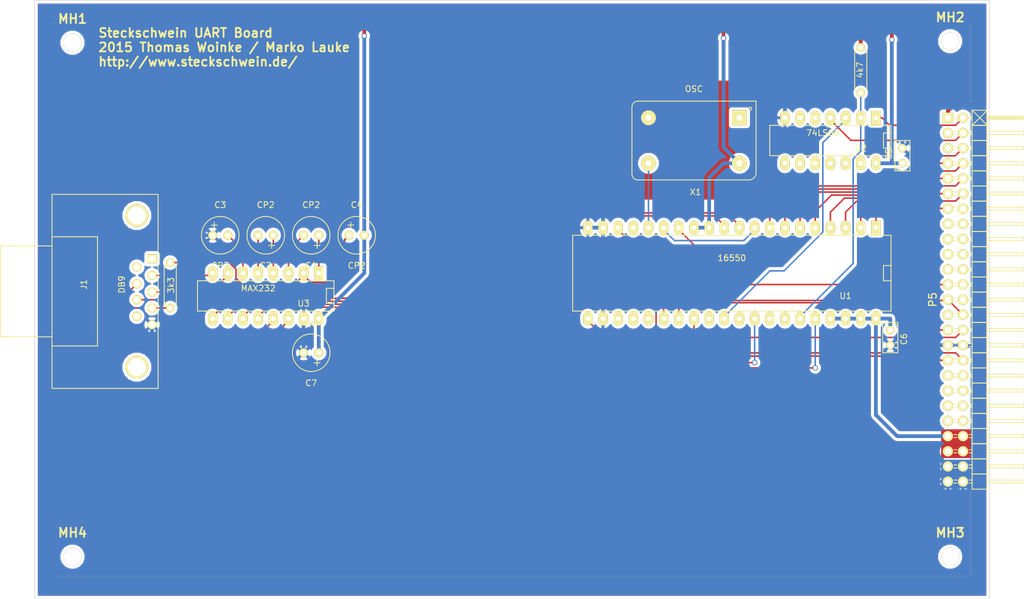
<source format=kicad_pcb>
(kicad_pcb (version 4) (host pcbnew "(2014-12-04 BZR 5312)-product")

  (general
    (links 60)
    (no_connects 0)
    (area 45.516073 45.669999 240.711447 146.100001)
    (thickness 1.6)
    (drawings 5)
    (tracks 237)
    (zones 0)
    (modules 19)
    (nets 27)
  )

  (page A4)
  (layers
    (0 F.Cu signal)
    (31 B.Cu signal)
    (33 F.Adhes user)
    (35 F.Paste user)
    (37 F.SilkS user)
    (39 F.Mask user)
    (40 Dwgs.User user)
    (41 Cmts.User user)
    (42 Eco1.User user)
    (43 Eco2.User user)
    (44 Edge.Cuts user)
    (45 Margin user)
  )

  (setup
    (last_trace_width 0.254)
    (trace_clearance 0.254)
    (zone_clearance 0.508)
    (zone_45_only yes)
    (trace_min 0.254)
    (segment_width 0.2)
    (edge_width 0.1)
    (via_size 0.889)
    (via_drill 0.635)
    (via_min_size 0.889)
    (via_min_drill 0.508)
    (uvia_size 0.508)
    (uvia_drill 0.127)
    (uvias_allowed no)
    (uvia_min_size 0.508)
    (uvia_min_drill 0.127)
    (pcb_text_width 0.3)
    (pcb_text_size 1.5 1.5)
    (mod_edge_width 0.15)
    (mod_text_size 1 1)
    (mod_text_width 0.15)
    (pad_size 1.5 1.5)
    (pad_drill 0.6)
    (pad_to_mask_clearance 0)
    (aux_axis_origin 0 0)
    (visible_elements FFFFFF7F)
    (pcbplotparams
      (layerselection 0x00020_80000001)
      (usegerberextensions false)
      (excludeedgelayer true)
      (linewidth 0.100000)
      (plotframeref false)
      (viasonmask false)
      (mode 1)
      (useauxorigin false)
      (hpglpennumber 1)
      (hpglpenspeed 20)
      (hpglpendiameter 15)
      (hpglpenoverlay 2)
      (psnegative false)
      (psa4output false)
      (plotreference true)
      (plotvalue true)
      (plotinvisibletext false)
      (padsonsilk false)
      (subtractmaskfromsilk false)
      (outputformat 1)
      (mirror false)
      (drillshape 0)
      (scaleselection 1)
      (outputdirectory gerber/))
  )

  (net 0 "")
  (net 1 GND)
  (net 2 VCC)
  (net 3 /RESET)
  (net 4 /OE)
  (net 5 /CS_UART)
  (net 6 /WE)
  (net 7 /IRQ)
  (net 8 "Net-(J1-Pad2)")
  (net 9 "Net-(J1-Pad3)")
  (net 10 "Net-(J1-Pad4)")
  (net 11 "Net-(J1-Pad8)")
  (net 12 "Net-(J1-Pad7)")
  (net 13 "Net-(R1-Pad2)")
  (net 14 "Net-(U1-Pad15)")
  (net 15 "Net-(U1-Pad10)")
  (net 16 "Net-(U1-Pad11)")
  (net 17 "Net-(U1-Pad16)")
  (net 18 "Net-(U1-Pad30)")
  (net 19 "Net-(U1-Pad32)")
  (net 20 "Net-(U1-Pad36)")
  (net 21 "Net-(C1-Pad2)")
  (net 22 "Net-(C1-Pad1)")
  (net 23 "Net-(C2-Pad2)")
  (net 24 "Net-(C2-Pad1)")
  (net 25 "Net-(C3-Pad2)")
  (net 26 "Net-(C4-Pad1)")

  (net_class Default "This is the default net class."
    (clearance 0.254)
    (trace_width 0.254)
    (via_dia 0.889)
    (via_drill 0.635)
    (uvia_dia 0.508)
    (uvia_drill 0.127)
    (add_net /CS_UART)
    (add_net /IRQ)
    (add_net /OE)
    (add_net /RESET)
    (add_net /WE)
    (add_net "Net-(C1-Pad1)")
    (add_net "Net-(C1-Pad2)")
    (add_net "Net-(C2-Pad1)")
    (add_net "Net-(C2-Pad2)")
    (add_net "Net-(C3-Pad2)")
    (add_net "Net-(C4-Pad1)")
    (add_net "Net-(J1-Pad2)")
    (add_net "Net-(J1-Pad3)")
    (add_net "Net-(J1-Pad4)")
    (add_net "Net-(J1-Pad7)")
    (add_net "Net-(J1-Pad8)")
    (add_net "Net-(R1-Pad2)")
    (add_net "Net-(U1-Pad10)")
    (add_net "Net-(U1-Pad11)")
    (add_net "Net-(U1-Pad15)")
    (add_net "Net-(U1-Pad16)")
    (add_net "Net-(U1-Pad30)")
    (add_net "Net-(U1-Pad32)")
    (add_net "Net-(U1-Pad36)")
  )

  (net_class vcc ""
    (clearance 0.254)
    (trace_width 0.635)
    (via_dia 0.889)
    (via_drill 0.635)
    (uvia_dia 0.508)
    (uvia_drill 0.127)
    (add_net GND)
    (add_net VCC)
  )

  (module Pin_Headers:Pin_Header_Angled_2x25 locked (layer F.Cu) (tedit 5417499B) (tstamp 541F04A9)
    (at 216.535 95.885 270)
    (descr "Through hole pin header")
    (tags "pin header")
    (path /5421CE57/542071FB)
    (fp_text reference P5 (at 0 3.81 270) (layer F.SilkS)
      (effects (font (size 1.27 1.27) (thickness 0.2032)))
    )
    (fp_text value CONN_02X25 (at 0 0 270) (layer F.SilkS) hide
      (effects (font (size 1.27 1.27) (thickness 0.2032)))
    )
    (fp_line (start -30.226 -0.254) (end -30.226 0.254) (layer F.SilkS) (width 0.15))
    (fp_line (start -30.734 -0.254) (end -30.734 0.254) (layer F.SilkS) (width 0.15))
    (fp_line (start -12.954 -0.254) (end -12.954 0.254) (layer F.SilkS) (width 0.15))
    (fp_line (start -12.446 -0.254) (end -12.446 0.254) (layer F.SilkS) (width 0.15))
    (fp_line (start -10.414 -0.254) (end -10.414 0.254) (layer F.SilkS) (width 0.15))
    (fp_line (start -9.906 -0.254) (end -9.906 0.254) (layer F.SilkS) (width 0.15))
    (fp_line (start -14.986 -0.254) (end -14.986 0.254) (layer F.SilkS) (width 0.15))
    (fp_line (start -15.494 -0.254) (end -15.494 0.254) (layer F.SilkS) (width 0.15))
    (fp_line (start -17.526 -0.254) (end -17.526 0.254) (layer F.SilkS) (width 0.15))
    (fp_line (start -18.034 -0.254) (end -18.034 0.254) (layer F.SilkS) (width 0.15))
    (fp_line (start -28.194 -0.254) (end -28.194 0.254) (layer F.SilkS) (width 0.15))
    (fp_line (start -27.686 -0.254) (end -27.686 0.254) (layer F.SilkS) (width 0.15))
    (fp_line (start -25.654 -0.254) (end -25.654 0.254) (layer F.SilkS) (width 0.15))
    (fp_line (start -25.146 -0.254) (end -25.146 0.254) (layer F.SilkS) (width 0.15))
    (fp_line (start -20.066 -0.254) (end -20.066 0.254) (layer F.SilkS) (width 0.15))
    (fp_line (start -20.574 -0.254) (end -20.574 0.254) (layer F.SilkS) (width 0.15))
    (fp_line (start -22.606 -0.254) (end -22.606 0.254) (layer F.SilkS) (width 0.15))
    (fp_line (start -23.114 -0.254) (end -23.114 0.254) (layer F.SilkS) (width 0.15))
    (fp_line (start 17.526 -0.254) (end 17.526 0.254) (layer F.SilkS) (width 0.15))
    (fp_line (start 18.034 -0.254) (end 18.034 0.254) (layer F.SilkS) (width 0.15))
    (fp_line (start 20.066 -0.254) (end 20.066 0.254) (layer F.SilkS) (width 0.15))
    (fp_line (start 20.574 -0.254) (end 20.574 0.254) (layer F.SilkS) (width 0.15))
    (fp_line (start 15.494 -0.254) (end 15.494 0.254) (layer F.SilkS) (width 0.15))
    (fp_line (start 14.986 -0.254) (end 14.986 0.254) (layer F.SilkS) (width 0.15))
    (fp_line (start 12.954 -0.254) (end 12.954 0.254) (layer F.SilkS) (width 0.15))
    (fp_line (start 12.446 -0.254) (end 12.446 0.254) (layer F.SilkS) (width 0.15))
    (fp_line (start 22.606 -0.254) (end 22.606 0.254) (layer F.SilkS) (width 0.15))
    (fp_line (start 23.114 -0.254) (end 23.114 0.254) (layer F.SilkS) (width 0.15))
    (fp_line (start 25.146 -0.254) (end 25.146 0.254) (layer F.SilkS) (width 0.15))
    (fp_line (start 25.654 -0.254) (end 25.654 0.254) (layer F.SilkS) (width 0.15))
    (fp_line (start 30.734 -0.254) (end 30.734 0.254) (layer F.SilkS) (width 0.15))
    (fp_line (start 30.226 -0.254) (end 30.226 0.254) (layer F.SilkS) (width 0.15))
    (fp_line (start 28.194 -0.254) (end 28.194 0.254) (layer F.SilkS) (width 0.15))
    (fp_line (start 27.686 -0.254) (end 27.686 0.254) (layer F.SilkS) (width 0.15))
    (fp_line (start 7.366 -0.254) (end 7.366 0.254) (layer F.SilkS) (width 0.15))
    (fp_line (start 7.874 -0.254) (end 7.874 0.254) (layer F.SilkS) (width 0.15))
    (fp_line (start 9.906 -0.254) (end 9.906 0.254) (layer F.SilkS) (width 0.15))
    (fp_line (start 10.414 -0.254) (end 10.414 0.254) (layer F.SilkS) (width 0.15))
    (fp_line (start 5.334 -0.254) (end 5.334 0.254) (layer F.SilkS) (width 0.15))
    (fp_line (start 4.826 -0.254) (end 4.826 0.254) (layer F.SilkS) (width 0.15))
    (fp_line (start 2.794 -0.254) (end 2.794 0.254) (layer F.SilkS) (width 0.15))
    (fp_line (start 2.286 -0.254) (end 2.286 0.254) (layer F.SilkS) (width 0.15))
    (fp_line (start -7.874 -0.254) (end -7.874 0.254) (layer F.SilkS) (width 0.15))
    (fp_line (start -7.366 -0.254) (end -7.366 0.254) (layer F.SilkS) (width 0.15))
    (fp_line (start -5.334 -0.254) (end -5.334 0.254) (layer F.SilkS) (width 0.15))
    (fp_line (start -4.826 -0.254) (end -4.826 0.254) (layer F.SilkS) (width 0.15))
    (fp_line (start 0.254 -0.254) (end 0.254 0.254) (layer F.SilkS) (width 0.15))
    (fp_line (start -0.254 -0.254) (end -0.254 0.254) (layer F.SilkS) (width 0.15))
    (fp_line (start -2.286 -0.254) (end -2.286 0.254) (layer F.SilkS) (width 0.15))
    (fp_line (start -2.794 -0.254) (end -2.794 0.254) (layer F.SilkS) (width 0.15))
    (fp_line (start 14.986 -2.794) (end 14.986 -2.286) (layer F.SilkS) (width 0.15))
    (fp_line (start 15.494 -2.794) (end 15.494 -2.286) (layer F.SilkS) (width 0.15))
    (fp_line (start 17.526 -2.794) (end 17.526 -2.286) (layer F.SilkS) (width 0.15))
    (fp_line (start 18.034 -2.794) (end 18.034 -2.286) (layer F.SilkS) (width 0.15))
    (fp_line (start 12.954 -2.794) (end 12.954 -2.286) (layer F.SilkS) (width 0.15))
    (fp_line (start 12.446 -2.794) (end 12.446 -2.286) (layer F.SilkS) (width 0.15))
    (fp_line (start 10.414 -2.794) (end 10.414 -2.286) (layer F.SilkS) (width 0.15))
    (fp_line (start 9.906 -2.794) (end 9.906 -2.286) (layer F.SilkS) (width 0.15))
    (fp_line (start 20.066 -2.794) (end 20.066 -2.286) (layer F.SilkS) (width 0.15))
    (fp_line (start 20.574 -2.794) (end 20.574 -2.286) (layer F.SilkS) (width 0.15))
    (fp_line (start 22.606 -2.794) (end 22.606 -2.286) (layer F.SilkS) (width 0.15))
    (fp_line (start 23.114 -2.794) (end 23.114 -2.286) (layer F.SilkS) (width 0.15))
    (fp_line (start 28.194 -2.794) (end 28.194 -2.286) (layer F.SilkS) (width 0.15))
    (fp_line (start 27.686 -2.794) (end 27.686 -2.286) (layer F.SilkS) (width 0.15))
    (fp_line (start 25.654 -2.794) (end 25.654 -2.286) (layer F.SilkS) (width 0.15))
    (fp_line (start 25.146 -2.794) (end 25.146 -2.286) (layer F.SilkS) (width 0.15))
    (fp_line (start 30.226 -2.794) (end 30.226 -2.286) (layer F.SilkS) (width 0.15))
    (fp_line (start 30.734 -2.794) (end 30.734 -2.286) (layer F.SilkS) (width 0.15))
    (fp_line (start -5.334 -2.794) (end -5.334 -2.286) (layer F.SilkS) (width 0.15))
    (fp_line (start -4.826 -2.794) (end -4.826 -2.286) (layer F.SilkS) (width 0.15))
    (fp_line (start -2.794 -2.794) (end -2.794 -2.286) (layer F.SilkS) (width 0.15))
    (fp_line (start -2.286 -2.794) (end -2.286 -2.286) (layer F.SilkS) (width 0.15))
    (fp_line (start -7.366 -2.794) (end -7.366 -2.286) (layer F.SilkS) (width 0.15))
    (fp_line (start -7.874 -2.794) (end -7.874 -2.286) (layer F.SilkS) (width 0.15))
    (fp_line (start -9.906 -2.794) (end -9.906 -2.286) (layer F.SilkS) (width 0.15))
    (fp_line (start -10.414 -2.794) (end -10.414 -2.286) (layer F.SilkS) (width 0.15))
    (fp_line (start -0.254 -2.794) (end -0.254 -2.286) (layer F.SilkS) (width 0.15))
    (fp_line (start 0.254 -2.794) (end 0.254 -2.286) (layer F.SilkS) (width 0.15))
    (fp_line (start 2.286 -2.794) (end 2.286 -2.286) (layer F.SilkS) (width 0.15))
    (fp_line (start 2.794 -2.794) (end 2.794 -2.286) (layer F.SilkS) (width 0.15))
    (fp_line (start 7.874 -2.794) (end 7.874 -2.286) (layer F.SilkS) (width 0.15))
    (fp_line (start 7.366 -2.794) (end 7.366 -2.286) (layer F.SilkS) (width 0.15))
    (fp_line (start 5.334 -2.794) (end 5.334 -2.286) (layer F.SilkS) (width 0.15))
    (fp_line (start 4.826 -2.794) (end 4.826 -2.286) (layer F.SilkS) (width 0.15))
    (fp_line (start -15.494 -2.794) (end -15.494 -2.286) (layer F.SilkS) (width 0.15))
    (fp_line (start -14.986 -2.794) (end -14.986 -2.286) (layer F.SilkS) (width 0.15))
    (fp_line (start -12.954 -2.794) (end -12.954 -2.286) (layer F.SilkS) (width 0.15))
    (fp_line (start -12.446 -2.794) (end -12.446 -2.286) (layer F.SilkS) (width 0.15))
    (fp_line (start -17.526 -2.794) (end -17.526 -2.286) (layer F.SilkS) (width 0.15))
    (fp_line (start -18.034 -2.794) (end -18.034 -2.286) (layer F.SilkS) (width 0.15))
    (fp_line (start -20.066 -2.794) (end -20.066 -2.286) (layer F.SilkS) (width 0.15))
    (fp_line (start -20.574 -2.794) (end -20.574 -2.286) (layer F.SilkS) (width 0.15))
    (fp_line (start -30.734 -2.794) (end -30.734 -2.286) (layer F.SilkS) (width 0.15))
    (fp_line (start -30.226 -2.794) (end -30.226 -2.286) (layer F.SilkS) (width 0.15))
    (fp_line (start -28.194 -2.794) (end -28.194 -2.286) (layer F.SilkS) (width 0.15))
    (fp_line (start -27.686 -2.794) (end -27.686 -2.286) (layer F.SilkS) (width 0.15))
    (fp_line (start -22.606 -2.794) (end -22.606 -2.286) (layer F.SilkS) (width 0.15))
    (fp_line (start -23.114 -2.794) (end -23.114 -2.286) (layer F.SilkS) (width 0.15))
    (fp_line (start -25.146 -2.794) (end -25.146 -2.286) (layer F.SilkS) (width 0.15))
    (fp_line (start -25.654 -2.794) (end -25.654 -2.286) (layer F.SilkS) (width 0.15))
    (fp_line (start -31.75 -2.794) (end -29.21 -5.334) (layer F.SilkS) (width 0.15))
    (fp_line (start -31.75 -5.334) (end -29.21 -2.794) (layer F.SilkS) (width 0.15))
    (fp_line (start -30.607 -5.334) (end -30.607 -11.303) (layer F.SilkS) (width 0.15))
    (fp_line (start -30.607 -11.303) (end -30.353 -11.303) (layer F.SilkS) (width 0.15))
    (fp_line (start -30.353 -11.303) (end -30.353 -5.461) (layer F.SilkS) (width 0.15))
    (fp_line (start -30.353 -5.461) (end -30.48 -5.461) (layer F.SilkS) (width 0.15))
    (fp_line (start -30.48 -5.461) (end -30.48 -11.303) (layer F.SilkS) (width 0.15))
    (fp_line (start 8.89 -2.794) (end 8.89 -5.334) (layer F.SilkS) (width 0.15))
    (fp_line (start 8.89 -2.794) (end 11.43 -2.794) (layer F.SilkS) (width 0.15))
    (fp_line (start 11.43 -2.794) (end 11.43 -5.334) (layer F.SilkS) (width 0.15))
    (fp_line (start 9.906 -5.334) (end 9.906 -11.43) (layer F.SilkS) (width 0.15))
    (fp_line (start 9.906 -11.43) (end 10.414 -11.43) (layer F.SilkS) (width 0.15))
    (fp_line (start 10.414 -11.43) (end 10.414 -5.334) (layer F.SilkS) (width 0.15))
    (fp_line (start 11.43 -5.334) (end 8.89 -5.334) (layer F.SilkS) (width 0.15))
    (fp_line (start 13.97 -5.334) (end 11.43 -5.334) (layer F.SilkS) (width 0.15))
    (fp_line (start 12.954 -11.43) (end 12.954 -5.334) (layer F.SilkS) (width 0.15))
    (fp_line (start 12.446 -11.43) (end 12.954 -11.43) (layer F.SilkS) (width 0.15))
    (fp_line (start 12.446 -5.334) (end 12.446 -11.43) (layer F.SilkS) (width 0.15))
    (fp_line (start 13.97 -2.794) (end 13.97 -5.334) (layer F.SilkS) (width 0.15))
    (fp_line (start 11.43 -2.794) (end 13.97 -2.794) (layer F.SilkS) (width 0.15))
    (fp_line (start 11.43 -2.794) (end 11.43 -5.334) (layer F.SilkS) (width 0.15))
    (fp_line (start 16.51 -2.794) (end 16.51 -5.334) (layer F.SilkS) (width 0.15))
    (fp_line (start 16.51 -2.794) (end 19.05 -2.794) (layer F.SilkS) (width 0.15))
    (fp_line (start 19.05 -2.794) (end 19.05 -5.334) (layer F.SilkS) (width 0.15))
    (fp_line (start 17.526 -5.334) (end 17.526 -11.43) (layer F.SilkS) (width 0.15))
    (fp_line (start 17.526 -11.43) (end 18.034 -11.43) (layer F.SilkS) (width 0.15))
    (fp_line (start 18.034 -11.43) (end 18.034 -5.334) (layer F.SilkS) (width 0.15))
    (fp_line (start 19.05 -5.334) (end 16.51 -5.334) (layer F.SilkS) (width 0.15))
    (fp_line (start 16.51 -5.334) (end 13.97 -5.334) (layer F.SilkS) (width 0.15))
    (fp_line (start 15.494 -11.43) (end 15.494 -5.334) (layer F.SilkS) (width 0.15))
    (fp_line (start 14.986 -11.43) (end 15.494 -11.43) (layer F.SilkS) (width 0.15))
    (fp_line (start 14.986 -5.334) (end 14.986 -11.43) (layer F.SilkS) (width 0.15))
    (fp_line (start 16.51 -2.794) (end 16.51 -5.334) (layer F.SilkS) (width 0.15))
    (fp_line (start 13.97 -2.794) (end 16.51 -2.794) (layer F.SilkS) (width 0.15))
    (fp_line (start 13.97 -2.794) (end 13.97 -5.334) (layer F.SilkS) (width 0.15))
    (fp_line (start 24.13 -2.794) (end 24.13 -5.334) (layer F.SilkS) (width 0.15))
    (fp_line (start 24.13 -2.794) (end 26.67 -2.794) (layer F.SilkS) (width 0.15))
    (fp_line (start 26.67 -2.794) (end 26.67 -5.334) (layer F.SilkS) (width 0.15))
    (fp_line (start 25.146 -5.334) (end 25.146 -11.43) (layer F.SilkS) (width 0.15))
    (fp_line (start 25.146 -11.43) (end 25.654 -11.43) (layer F.SilkS) (width 0.15))
    (fp_line (start 25.654 -11.43) (end 25.654 -5.334) (layer F.SilkS) (width 0.15))
    (fp_line (start 26.67 -5.334) (end 24.13 -5.334) (layer F.SilkS) (width 0.15))
    (fp_line (start 29.21 -5.334) (end 26.67 -5.334) (layer F.SilkS) (width 0.15))
    (fp_line (start 28.194 -11.43) (end 28.194 -5.334) (layer F.SilkS) (width 0.15))
    (fp_line (start 27.686 -11.43) (end 28.194 -11.43) (layer F.SilkS) (width 0.15))
    (fp_line (start 27.686 -5.334) (end 27.686 -11.43) (layer F.SilkS) (width 0.15))
    (fp_line (start 29.21 -2.794) (end 29.21 -5.334) (layer F.SilkS) (width 0.15))
    (fp_line (start 26.67 -2.794) (end 29.21 -2.794) (layer F.SilkS) (width 0.15))
    (fp_line (start 26.67 -2.794) (end 26.67 -5.334) (layer F.SilkS) (width 0.15))
    (fp_line (start 21.59 -2.794) (end 21.59 -5.334) (layer F.SilkS) (width 0.15))
    (fp_line (start 21.59 -2.794) (end 24.13 -2.794) (layer F.SilkS) (width 0.15))
    (fp_line (start 24.13 -2.794) (end 24.13 -5.334) (layer F.SilkS) (width 0.15))
    (fp_line (start 22.606 -5.334) (end 22.606 -11.43) (layer F.SilkS) (width 0.15))
    (fp_line (start 22.606 -11.43) (end 23.114 -11.43) (layer F.SilkS) (width 0.15))
    (fp_line (start 23.114 -11.43) (end 23.114 -5.334) (layer F.SilkS) (width 0.15))
    (fp_line (start 24.13 -5.334) (end 21.59 -5.334) (layer F.SilkS) (width 0.15))
    (fp_line (start 21.59 -5.334) (end 19.05 -5.334) (layer F.SilkS) (width 0.15))
    (fp_line (start 20.574 -11.43) (end 20.574 -5.334) (layer F.SilkS) (width 0.15))
    (fp_line (start 20.066 -11.43) (end 20.574 -11.43) (layer F.SilkS) (width 0.15))
    (fp_line (start 20.066 -5.334) (end 20.066 -11.43) (layer F.SilkS) (width 0.15))
    (fp_line (start 21.59 -2.794) (end 21.59 -5.334) (layer F.SilkS) (width 0.15))
    (fp_line (start 19.05 -2.794) (end 21.59 -2.794) (layer F.SilkS) (width 0.15))
    (fp_line (start 19.05 -2.794) (end 19.05 -5.334) (layer F.SilkS) (width 0.15))
    (fp_line (start 31.75 -5.334) (end 29.21 -5.334) (layer F.SilkS) (width 0.15))
    (fp_line (start 30.734 -11.43) (end 30.734 -5.334) (layer F.SilkS) (width 0.15))
    (fp_line (start 30.226 -11.43) (end 30.734 -11.43) (layer F.SilkS) (width 0.15))
    (fp_line (start 30.226 -5.334) (end 30.226 -11.43) (layer F.SilkS) (width 0.15))
    (fp_line (start 31.75 -2.794) (end 31.75 -5.334) (layer F.SilkS) (width 0.15))
    (fp_line (start 29.21 -2.794) (end 31.75 -2.794) (layer F.SilkS) (width 0.15))
    (fp_line (start 29.21 -2.794) (end 29.21 -5.334) (layer F.SilkS) (width 0.15))
    (fp_line (start -11.43 -2.794) (end -11.43 -5.334) (layer F.SilkS) (width 0.15))
    (fp_line (start -11.43 -2.794) (end -8.89 -2.794) (layer F.SilkS) (width 0.15))
    (fp_line (start -8.89 -2.794) (end -8.89 -5.334) (layer F.SilkS) (width 0.15))
    (fp_line (start -10.414 -5.334) (end -10.414 -11.43) (layer F.SilkS) (width 0.15))
    (fp_line (start -10.414 -11.43) (end -9.906 -11.43) (layer F.SilkS) (width 0.15))
    (fp_line (start -9.906 -11.43) (end -9.906 -5.334) (layer F.SilkS) (width 0.15))
    (fp_line (start -8.89 -5.334) (end -11.43 -5.334) (layer F.SilkS) (width 0.15))
    (fp_line (start -6.35 -5.334) (end -8.89 -5.334) (layer F.SilkS) (width 0.15))
    (fp_line (start -7.366 -11.43) (end -7.366 -5.334) (layer F.SilkS) (width 0.15))
    (fp_line (start -7.874 -11.43) (end -7.366 -11.43) (layer F.SilkS) (width 0.15))
    (fp_line (start -7.874 -5.334) (end -7.874 -11.43) (layer F.SilkS) (width 0.15))
    (fp_line (start -6.35 -2.794) (end -6.35 -5.334) (layer F.SilkS) (width 0.15))
    (fp_line (start -8.89 -2.794) (end -6.35 -2.794) (layer F.SilkS) (width 0.15))
    (fp_line (start -8.89 -2.794) (end -8.89 -5.334) (layer F.SilkS) (width 0.15))
    (fp_line (start -3.81 -2.794) (end -3.81 -5.334) (layer F.SilkS) (width 0.15))
    (fp_line (start -3.81 -2.794) (end -1.27 -2.794) (layer F.SilkS) (width 0.15))
    (fp_line (start -1.27 -2.794) (end -1.27 -5.334) (layer F.SilkS) (width 0.15))
    (fp_line (start -2.794 -5.334) (end -2.794 -11.43) (layer F.SilkS) (width 0.15))
    (fp_line (start -2.794 -11.43) (end -2.286 -11.43) (layer F.SilkS) (width 0.15))
    (fp_line (start -2.286 -11.43) (end -2.286 -5.334) (layer F.SilkS) (width 0.15))
    (fp_line (start -1.27 -5.334) (end -3.81 -5.334) (layer F.SilkS) (width 0.15))
    (fp_line (start -3.81 -5.334) (end -6.35 -5.334) (layer F.SilkS) (width 0.15))
    (fp_line (start -4.826 -11.43) (end -4.826 -5.334) (layer F.SilkS) (width 0.15))
    (fp_line (start -5.334 -11.43) (end -4.826 -11.43) (layer F.SilkS) (width 0.15))
    (fp_line (start -5.334 -5.334) (end -5.334 -11.43) (layer F.SilkS) (width 0.15))
    (fp_line (start -3.81 -2.794) (end -3.81 -5.334) (layer F.SilkS) (width 0.15))
    (fp_line (start -6.35 -2.794) (end -3.81 -2.794) (layer F.SilkS) (width 0.15))
    (fp_line (start -6.35 -2.794) (end -6.35 -5.334) (layer F.SilkS) (width 0.15))
    (fp_line (start 3.81 -2.794) (end 3.81 -5.334) (layer F.SilkS) (width 0.15))
    (fp_line (start 3.81 -2.794) (end 6.35 -2.794) (layer F.SilkS) (width 0.15))
    (fp_line (start 6.35 -2.794) (end 6.35 -5.334) (layer F.SilkS) (width 0.15))
    (fp_line (start 4.826 -5.334) (end 4.826 -11.43) (layer F.SilkS) (width 0.15))
    (fp_line (start 4.826 -11.43) (end 5.334 -11.43) (layer F.SilkS) (width 0.15))
    (fp_line (start 5.334 -11.43) (end 5.334 -5.334) (layer F.SilkS) (width 0.15))
    (fp_line (start 6.35 -5.334) (end 3.81 -5.334) (layer F.SilkS) (width 0.15))
    (fp_line (start 8.89 -5.334) (end 6.35 -5.334) (layer F.SilkS) (width 0.15))
    (fp_line (start 7.874 -11.43) (end 7.874 -5.334) (layer F.SilkS) (width 0.15))
    (fp_line (start 7.366 -11.43) (end 7.874 -11.43) (layer F.SilkS) (width 0.15))
    (fp_line (start 7.366 -5.334) (end 7.366 -11.43) (layer F.SilkS) (width 0.15))
    (fp_line (start 8.89 -2.794) (end 8.89 -5.334) (layer F.SilkS) (width 0.15))
    (fp_line (start 6.35 -2.794) (end 8.89 -2.794) (layer F.SilkS) (width 0.15))
    (fp_line (start 6.35 -2.794) (end 6.35 -5.334) (layer F.SilkS) (width 0.15))
    (fp_line (start 1.27 -2.794) (end 1.27 -5.334) (layer F.SilkS) (width 0.15))
    (fp_line (start 1.27 -2.794) (end 3.81 -2.794) (layer F.SilkS) (width 0.15))
    (fp_line (start 3.81 -2.794) (end 3.81 -5.334) (layer F.SilkS) (width 0.15))
    (fp_line (start 2.286 -5.334) (end 2.286 -11.43) (layer F.SilkS) (width 0.15))
    (fp_line (start 2.286 -11.43) (end 2.794 -11.43) (layer F.SilkS) (width 0.15))
    (fp_line (start 2.794 -11.43) (end 2.794 -5.334) (layer F.SilkS) (width 0.15))
    (fp_line (start 3.81 -5.334) (end 1.27 -5.334) (layer F.SilkS) (width 0.15))
    (fp_line (start 1.27 -5.334) (end -1.27 -5.334) (layer F.SilkS) (width 0.15))
    (fp_line (start 0.254 -11.43) (end 0.254 -5.334) (layer F.SilkS) (width 0.15))
    (fp_line (start -0.254 -11.43) (end 0.254 -11.43) (layer F.SilkS) (width 0.15))
    (fp_line (start -0.254 -5.334) (end -0.254 -11.43) (layer F.SilkS) (width 0.15))
    (fp_line (start 1.27 -2.794) (end 1.27 -5.334) (layer F.SilkS) (width 0.15))
    (fp_line (start -1.27 -2.794) (end 1.27 -2.794) (layer F.SilkS) (width 0.15))
    (fp_line (start -1.27 -2.794) (end -1.27 -5.334) (layer F.SilkS) (width 0.15))
    (fp_line (start -21.59 -2.794) (end -21.59 -5.334) (layer F.SilkS) (width 0.15))
    (fp_line (start -21.59 -2.794) (end -19.05 -2.794) (layer F.SilkS) (width 0.15))
    (fp_line (start -19.05 -2.794) (end -19.05 -5.334) (layer F.SilkS) (width 0.15))
    (fp_line (start -20.574 -5.334) (end -20.574 -11.43) (layer F.SilkS) (width 0.15))
    (fp_line (start -20.574 -11.43) (end -20.066 -11.43) (layer F.SilkS) (width 0.15))
    (fp_line (start -20.066 -11.43) (end -20.066 -5.334) (layer F.SilkS) (width 0.15))
    (fp_line (start -19.05 -5.334) (end -21.59 -5.334) (layer F.SilkS) (width 0.15))
    (fp_line (start -16.51 -5.334) (end -19.05 -5.334) (layer F.SilkS) (width 0.15))
    (fp_line (start -17.526 -11.43) (end -17.526 -5.334) (layer F.SilkS) (width 0.15))
    (fp_line (start -18.034 -11.43) (end -17.526 -11.43) (layer F.SilkS) (width 0.15))
    (fp_line (start -18.034 -5.334) (end -18.034 -11.43) (layer F.SilkS) (width 0.15))
    (fp_line (start -16.51 -2.794) (end -16.51 -5.334) (layer F.SilkS) (width 0.15))
    (fp_line (start -19.05 -2.794) (end -16.51 -2.794) (layer F.SilkS) (width 0.15))
    (fp_line (start -19.05 -2.794) (end -19.05 -5.334) (layer F.SilkS) (width 0.15))
    (fp_line (start -13.97 -2.794) (end -13.97 -5.334) (layer F.SilkS) (width 0.15))
    (fp_line (start -13.97 -2.794) (end -11.43 -2.794) (layer F.SilkS) (width 0.15))
    (fp_line (start -11.43 -2.794) (end -11.43 -5.334) (layer F.SilkS) (width 0.15))
    (fp_line (start -12.954 -5.334) (end -12.954 -11.43) (layer F.SilkS) (width 0.15))
    (fp_line (start -12.954 -11.43) (end -12.446 -11.43) (layer F.SilkS) (width 0.15))
    (fp_line (start -12.446 -11.43) (end -12.446 -5.334) (layer F.SilkS) (width 0.15))
    (fp_line (start -11.43 -5.334) (end -13.97 -5.334) (layer F.SilkS) (width 0.15))
    (fp_line (start -13.97 -5.334) (end -16.51 -5.334) (layer F.SilkS) (width 0.15))
    (fp_line (start -14.986 -11.43) (end -14.986 -5.334) (layer F.SilkS) (width 0.15))
    (fp_line (start -15.494 -11.43) (end -14.986 -11.43) (layer F.SilkS) (width 0.15))
    (fp_line (start -15.494 -5.334) (end -15.494 -11.43) (layer F.SilkS) (width 0.15))
    (fp_line (start -13.97 -2.794) (end -13.97 -5.334) (layer F.SilkS) (width 0.15))
    (fp_line (start -16.51 -2.794) (end -13.97 -2.794) (layer F.SilkS) (width 0.15))
    (fp_line (start -16.51 -2.794) (end -16.51 -5.334) (layer F.SilkS) (width 0.15))
    (fp_line (start -26.67 -2.794) (end -26.67 -5.334) (layer F.SilkS) (width 0.15))
    (fp_line (start -26.67 -2.794) (end -24.13 -2.794) (layer F.SilkS) (width 0.15))
    (fp_line (start -24.13 -2.794) (end -24.13 -5.334) (layer F.SilkS) (width 0.15))
    (fp_line (start -25.654 -5.334) (end -25.654 -11.43) (layer F.SilkS) (width 0.15))
    (fp_line (start -25.654 -11.43) (end -25.146 -11.43) (layer F.SilkS) (width 0.15))
    (fp_line (start -25.146 -11.43) (end -25.146 -5.334) (layer F.SilkS) (width 0.15))
    (fp_line (start -24.13 -5.334) (end -26.67 -5.334) (layer F.SilkS) (width 0.15))
    (fp_line (start -21.59 -5.334) (end -24.13 -5.334) (layer F.SilkS) (width 0.15))
    (fp_line (start -22.606 -11.43) (end -22.606 -5.334) (layer F.SilkS) (width 0.15))
    (fp_line (start -23.114 -11.43) (end -22.606 -11.43) (layer F.SilkS) (width 0.15))
    (fp_line (start -23.114 -5.334) (end -23.114 -11.43) (layer F.SilkS) (width 0.15))
    (fp_line (start -21.59 -2.794) (end -21.59 -5.334) (layer F.SilkS) (width 0.15))
    (fp_line (start -24.13 -2.794) (end -21.59 -2.794) (layer F.SilkS) (width 0.15))
    (fp_line (start -24.13 -2.794) (end -24.13 -5.334) (layer F.SilkS) (width 0.15))
    (fp_line (start -29.21 -2.794) (end -29.21 -5.334) (layer F.SilkS) (width 0.15))
    (fp_line (start -29.21 -2.794) (end -26.67 -2.794) (layer F.SilkS) (width 0.15))
    (fp_line (start -26.67 -2.794) (end -26.67 -5.334) (layer F.SilkS) (width 0.15))
    (fp_line (start -28.194 -5.334) (end -28.194 -11.43) (layer F.SilkS) (width 0.15))
    (fp_line (start -28.194 -11.43) (end -27.686 -11.43) (layer F.SilkS) (width 0.15))
    (fp_line (start -27.686 -11.43) (end -27.686 -5.334) (layer F.SilkS) (width 0.15))
    (fp_line (start -26.67 -5.334) (end -29.21 -5.334) (layer F.SilkS) (width 0.15))
    (fp_line (start -29.21 -5.334) (end -31.75 -5.334) (layer F.SilkS) (width 0.15))
    (fp_line (start -30.226 -11.43) (end -30.226 -5.334) (layer F.SilkS) (width 0.15))
    (fp_line (start -30.734 -11.43) (end -30.226 -11.43) (layer F.SilkS) (width 0.15))
    (fp_line (start -30.734 -5.334) (end -30.734 -11.43) (layer F.SilkS) (width 0.15))
    (fp_line (start -29.21 -2.794) (end -29.21 -5.334) (layer F.SilkS) (width 0.15))
    (fp_line (start -31.75 -2.794) (end -29.21 -2.794) (layer F.SilkS) (width 0.15))
    (fp_line (start -31.75 -2.794) (end -31.75 -5.334) (layer F.SilkS) (width 0.15))
    (pad 1 thru_hole rect (at -30.48 1.27 270) (size 1.7272 1.7272) (drill 1.016) (layers *.Cu *.Mask F.SilkS)
      (net 2 VCC))
    (pad 2 thru_hole oval (at -30.48 -1.27 270) (size 1.7272 1.7272) (drill 1.016) (layers *.Cu *.Mask F.SilkS)
      (net 3 /RESET))
    (pad 3 thru_hole oval (at -27.94 1.27 270) (size 1.7272 1.7272) (drill 1.016) (layers *.Cu *.Mask F.SilkS))
    (pad 4 thru_hole oval (at -27.94 -1.27 270) (size 1.7272 1.7272) (drill 1.016) (layers *.Cu *.Mask F.SilkS)
      (net 7 /IRQ))
    (pad 5 thru_hole oval (at -25.4 1.27 270) (size 1.7272 1.7272) (drill 1.016) (layers *.Cu *.Mask F.SilkS))
    (pad 6 thru_hole oval (at -25.4 -1.27 270) (size 1.7272 1.7272) (drill 1.016) (layers *.Cu *.Mask F.SilkS))
    (pad 7 thru_hole oval (at -22.86 1.27 270) (size 1.7272 1.7272) (drill 1.016) (layers *.Cu *.Mask F.SilkS))
    (pad 8 thru_hole oval (at -22.86 -1.27 270) (size 1.7272 1.7272) (drill 1.016) (layers *.Cu *.Mask F.SilkS))
    (pad 9 thru_hole oval (at -20.32 1.27 270) (size 1.7272 1.7272) (drill 1.016) (layers *.Cu *.Mask F.SilkS))
    (pad 10 thru_hole oval (at -20.32 -1.27 270) (size 1.7272 1.7272) (drill 1.016) (layers *.Cu *.Mask F.SilkS))
    (pad 11 thru_hole oval (at -17.78 1.27 270) (size 1.7272 1.7272) (drill 1.016) (layers *.Cu *.Mask F.SilkS))
    (pad 12 thru_hole oval (at -17.78 -1.27 270) (size 1.7272 1.7272) (drill 1.016) (layers *.Cu *.Mask F.SilkS))
    (pad 13 thru_hole oval (at -15.24 1.27 270) (size 1.7272 1.7272) (drill 1.016) (layers *.Cu *.Mask F.SilkS))
    (pad 14 thru_hole oval (at -15.24 -1.27 270) (size 1.7272 1.7272) (drill 1.016) (layers *.Cu *.Mask F.SilkS))
    (pad 15 thru_hole oval (at -12.7 1.27 270) (size 1.7272 1.7272) (drill 1.016) (layers *.Cu *.Mask F.SilkS))
    (pad 16 thru_hole oval (at -12.7 -1.27 270) (size 1.7272 1.7272) (drill 1.016) (layers *.Cu *.Mask F.SilkS))
    (pad 17 thru_hole oval (at -10.16 1.27 270) (size 1.7272 1.7272) (drill 1.016) (layers *.Cu *.Mask F.SilkS))
    (pad 18 thru_hole oval (at -10.16 -1.27 270) (size 1.7272 1.7272) (drill 1.016) (layers *.Cu *.Mask F.SilkS))
    (pad 19 thru_hole oval (at -7.62 1.27 270) (size 1.7272 1.7272) (drill 1.016) (layers *.Cu *.Mask F.SilkS))
    (pad 20 thru_hole oval (at -7.62 -1.27 270) (size 1.7272 1.7272) (drill 1.016) (layers *.Cu *.Mask F.SilkS))
    (pad 21 thru_hole oval (at -5.08 1.27 270) (size 1.7272 1.7272) (drill 1.016) (layers *.Cu *.Mask F.SilkS))
    (pad 22 thru_hole oval (at -5.08 -1.27 270) (size 1.7272 1.7272) (drill 1.016) (layers *.Cu *.Mask F.SilkS))
    (pad 23 thru_hole oval (at -2.54 1.27 270) (size 1.7272 1.7272) (drill 1.016) (layers *.Cu *.Mask F.SilkS)
      (net 5 /CS_UART))
    (pad 24 thru_hole oval (at -2.54 -1.27 270) (size 1.7272 1.7272) (drill 1.016) (layers *.Cu *.Mask F.SilkS))
    (pad 25 thru_hole oval (at 0 1.27 270) (size 1.7272 1.7272) (drill 1.016) (layers *.Cu *.Mask F.SilkS))
    (pad 26 thru_hole oval (at 0 -1.27 270) (size 1.7272 1.7272) (drill 1.016) (layers *.Cu *.Mask F.SilkS))
    (pad 27 thru_hole oval (at 2.54 1.27 270) (size 1.7272 1.7272) (drill 1.016) (layers *.Cu *.Mask F.SilkS))
    (pad 28 thru_hole oval (at 2.54 -1.27 270) (size 1.7272 1.7272) (drill 1.016) (layers *.Cu *.Mask F.SilkS))
    (pad 29 thru_hole oval (at 5.08 1.27 270) (size 1.7272 1.7272) (drill 1.016) (layers *.Cu *.Mask F.SilkS))
    (pad 30 thru_hole oval (at 5.08 -1.27 270) (size 1.7272 1.7272) (drill 1.016) (layers *.Cu *.Mask F.SilkS))
    (pad 31 thru_hole oval (at 7.62 1.27 270) (size 1.7272 1.7272) (drill 1.016) (layers *.Cu *.Mask F.SilkS)
      (net 1 GND))
    (pad 32 thru_hole oval (at 7.62 -1.27 270) (size 1.7272 1.7272) (drill 1.016) (layers *.Cu *.Mask F.SilkS)
      (net 1 GND))
    (pad 33 thru_hole oval (at 10.16 1.27 270) (size 1.7272 1.7272) (drill 1.016) (layers *.Cu *.Mask F.SilkS)
      (net 4 /OE))
    (pad 34 thru_hole oval (at 10.16 -1.27 270) (size 1.7272 1.7272) (drill 1.016) (layers *.Cu *.Mask F.SilkS)
      (net 6 /WE))
    (pad 35 thru_hole oval (at 12.7 1.27 270) (size 1.7272 1.7272) (drill 1.016) (layers *.Cu *.Mask F.SilkS))
    (pad 36 thru_hole oval (at 12.7 -1.27 270) (size 1.7272 1.7272) (drill 1.016) (layers *.Cu *.Mask F.SilkS))
    (pad 37 thru_hole oval (at 15.24 1.27 270) (size 1.7272 1.7272) (drill 1.016) (layers *.Cu *.Mask F.SilkS))
    (pad 38 thru_hole oval (at 15.24 -1.27 270) (size 1.7272 1.7272) (drill 1.016) (layers *.Cu *.Mask F.SilkS))
    (pad 39 thru_hole oval (at 17.78 1.27 270) (size 1.7272 1.7272) (drill 1.016) (layers *.Cu *.Mask F.SilkS))
    (pad 40 thru_hole oval (at 17.78 -1.27 270) (size 1.7272 1.7272) (drill 1.016) (layers *.Cu *.Mask F.SilkS))
    (pad 41 thru_hole oval (at 20.32 1.27 270) (size 1.7272 1.7272) (drill 1.016) (layers *.Cu *.Mask F.SilkS))
    (pad 42 thru_hole oval (at 20.32 -1.27 270) (size 1.7272 1.7272) (drill 1.016) (layers *.Cu *.Mask F.SilkS))
    (pad 43 thru_hole oval (at 22.86 1.27 270) (size 1.7272 1.7272) (drill 1.016) (layers *.Cu *.Mask F.SilkS)
      (net 2 VCC))
    (pad 44 thru_hole oval (at 22.86 -1.27 270) (size 1.7272 1.7272) (drill 1.016) (layers *.Cu *.Mask F.SilkS)
      (net 2 VCC))
    (pad 45 thru_hole oval (at 25.4 1.27 270) (size 1.7272 1.7272) (drill 1.016) (layers *.Cu *.Mask F.SilkS)
      (net 2 VCC))
    (pad 46 thru_hole oval (at 25.4 -1.27 270) (size 1.7272 1.7272) (drill 1.016) (layers *.Cu *.Mask F.SilkS)
      (net 2 VCC))
    (pad 47 thru_hole oval (at 27.94 1.27 270) (size 1.7272 1.7272) (drill 1.016) (layers *.Cu *.Mask F.SilkS)
      (net 1 GND))
    (pad 48 thru_hole oval (at 27.94 -1.27 270) (size 1.7272 1.7272) (drill 1.016) (layers *.Cu *.Mask F.SilkS)
      (net 1 GND))
    (pad 49 thru_hole oval (at 30.48 1.27 270) (size 1.7272 1.7272) (drill 1.016) (layers *.Cu *.Mask F.SilkS)
      (net 1 GND))
    (pad 50 thru_hole oval (at 30.48 -1.27 270) (size 1.7272 1.7272) (drill 1.016) (layers *.Cu *.Mask F.SilkS)
      (net 1 GND))
    (model Pin_Headers/Pin_Header_Angled_2x25.wrl
      (at (xyz 0 0 0))
      (scale (xyz 1 1 1))
      (rotate (xyz 0 0 0))
    )
  )

  (module Mounting_Holes:MountingHole_3mm locked (layer F.Cu) (tedit 542069A5) (tstamp 542067A6)
    (at 68.58 52.832)
    (descr "Mounting hole, Befestigungsbohrung, 3mm, No Annular, Kein Restring,")
    (tags "Mounting hole, Befestigungsbohrung, 3mm, No Annular, Kein Restring,")
    (fp_text reference MH1 (at 0 -4.0005) (layer F.SilkS)
      (effects (font (thickness 0.3048)))
    )
    (fp_text value MountingHole_3mm_RevA_Date21Jun2010 (at 1.00076 5.00126) (layer F.SilkS) hide
      (effects (font (thickness 0.3048)))
    )
    (fp_circle (center 0 0) (end 2.99974 0) (layer Cmts.User) (width 0.381))
    (pad 1 thru_hole circle (at 0 0) (size 2.99974 2.99974) (drill 2.99974) (layers))
  )

  (module Mounting_Holes:MountingHole_3mm locked (layer F.Cu) (tedit 542069AF) (tstamp 542067BC)
    (at 215.646 52.578)
    (descr "Mounting hole, Befestigungsbohrung, 3mm, No Annular, Kein Restring,")
    (tags "Mounting hole, Befestigungsbohrung, 3mm, No Annular, Kein Restring,")
    (fp_text reference MH2 (at 0 -4.0005) (layer F.SilkS)
      (effects (font (thickness 0.3048)))
    )
    (fp_text value MountingHole_3mm_RevA_Date21Jun2010 (at 1.00076 5.00126) (layer F.SilkS) hide
      (effects (font (thickness 0.3048)))
    )
    (fp_circle (center 0 0) (end 2.99974 0) (layer Cmts.User) (width 0.381))
    (pad 1 thru_hole circle (at 0 0) (size 2.99974 2.99974) (drill 2.99974) (layers))
  )

  (module Mounting_Holes:MountingHole_3mm locked (layer F.Cu) (tedit 542069C0) (tstamp 542067CD)
    (at 68.58 138.938)
    (descr "Mounting hole, Befestigungsbohrung, 3mm, No Annular, Kein Restring,")
    (tags "Mounting hole, Befestigungsbohrung, 3mm, No Annular, Kein Restring,")
    (fp_text reference MH4 (at 0 -4.0005) (layer F.SilkS)
      (effects (font (thickness 0.3048)))
    )
    (fp_text value MountingHole_3mm_RevA_Date21Jun2010 (at 1.00076 5.00126) (layer F.SilkS) hide
      (effects (font (thickness 0.3048)))
    )
    (fp_circle (center 0 0) (end 2.99974 0) (layer Cmts.User) (width 0.381))
    (pad 1 thru_hole circle (at 0 0) (size 2.99974 2.99974) (drill 2.99974) (layers))
  )

  (module Mounting_Holes:MountingHole_3mm locked (layer F.Cu) (tedit 542069B8) (tstamp 542067D7)
    (at 215.646 138.938)
    (descr "Mounting hole, Befestigungsbohrung, 3mm, No Annular, Kein Restring,")
    (tags "Mounting hole, Befestigungsbohrung, 3mm, No Annular, Kein Restring,")
    (fp_text reference MH3 (at 0 -4.0005) (layer F.SilkS)
      (effects (font (thickness 0.3048)))
    )
    (fp_text value MountingHole_3mm_RevA_Date21Jun2010 (at 1.00076 5.00126) (layer F.SilkS) hide
      (effects (font (thickness 0.3048)))
    )
    (fp_circle (center 0 0) (end 2.99974 0) (layer Cmts.User) (width 0.381))
    (pad 1 thru_hole circle (at 0 0) (size 2.99974 2.99974) (drill 2.99974) (layers))
  )

  (module Discret:C1 (layer F.Cu) (tedit 54AFEFA4) (tstamp 54AFEFC4)
    (at 207.645 71.755 90)
    (descr "Condensateur e = 1 pas")
    (tags C)
    (path /542290E2)
    (fp_text reference C5 (at 0.254 -2.286 90) (layer F.SilkS)
      (effects (font (size 1 1) (thickness 0.15)))
    )
    (fp_text value 100nF (at 0 -2.286 90) (layer F.SilkS) hide
      (effects (font (size 1 1) (thickness 0.15)))
    )
    (fp_line (start -2.4892 -1.27) (end 2.54 -1.27) (layer F.SilkS) (width 0.15))
    (fp_line (start 2.54 -1.27) (end 2.54 1.27) (layer F.SilkS) (width 0.15))
    (fp_line (start 2.54 1.27) (end -2.54 1.27) (layer F.SilkS) (width 0.15))
    (fp_line (start -2.54 1.27) (end -2.54 -1.27) (layer F.SilkS) (width 0.15))
    (fp_line (start -2.54 -0.635) (end -1.905 -1.27) (layer F.SilkS) (width 0.15))
    (pad 1 thru_hole circle (at -1.27 0 90) (size 1.397 1.397) (drill 0.8128) (layers *.Cu *.Mask F.SilkS)
      (net 2 VCC))
    (pad 2 thru_hole circle (at 1.27 0 90) (size 1.397 1.397) (drill 0.8128) (layers *.Cu *.Mask F.SilkS)
      (net 1 GND))
    (model Discret/C1.wrl
      (at (xyz 0 0 0))
      (scale (xyz 1 1 1))
      (rotate (xyz 0 0 0))
    )
  )

  (module Discret:C1 (layer F.Cu) (tedit 54AFEFA4) (tstamp 54AFEFCA)
    (at 205.613 102.235 270)
    (descr "Condensateur e = 1 pas")
    (tags C)
    (path /54229166)
    (fp_text reference C6 (at 0.254 -2.286 270) (layer F.SilkS)
      (effects (font (size 1 1) (thickness 0.15)))
    )
    (fp_text value 100nF (at 0 -2.286 270) (layer F.SilkS) hide
      (effects (font (size 1 1) (thickness 0.15)))
    )
    (fp_line (start -2.4892 -1.27) (end 2.54 -1.27) (layer F.SilkS) (width 0.15))
    (fp_line (start 2.54 -1.27) (end 2.54 1.27) (layer F.SilkS) (width 0.15))
    (fp_line (start 2.54 1.27) (end -2.54 1.27) (layer F.SilkS) (width 0.15))
    (fp_line (start -2.54 1.27) (end -2.54 -1.27) (layer F.SilkS) (width 0.15))
    (fp_line (start -2.54 -0.635) (end -1.905 -1.27) (layer F.SilkS) (width 0.15))
    (pad 1 thru_hole circle (at -1.27 0 270) (size 1.397 1.397) (drill 0.8128) (layers *.Cu *.Mask F.SilkS)
      (net 2 VCC))
    (pad 2 thru_hole circle (at 1.27 0 270) (size 1.397 1.397) (drill 0.8128) (layers *.Cu *.Mask F.SilkS)
      (net 1 GND))
    (model Discret/C1.wrl
      (at (xyz 0 0 0))
      (scale (xyz 1 1 1))
      (rotate (xyz 0 0 0))
    )
  )

  (module Connect:DB9MC (layer F.Cu) (tedit 54AFEFA4) (tstamp 54AFEFD9)
    (at 80.645 94.615 90)
    (descr "Connecteur DB9 male couche")
    (tags "CONN DB9")
    (path /54AFFFDE)
    (fp_text reference J1 (at 1.27 -10.16 90) (layer F.SilkS)
      (effects (font (size 1 1) (thickness 0.15)))
    )
    (fp_text value DB9 (at 1.27 -3.81 90) (layer F.SilkS)
      (effects (font (size 1 1) (thickness 0.15)))
    )
    (fp_line (start -16.129 2.286) (end 16.383 2.286) (layer F.SilkS) (width 0.15))
    (fp_line (start 16.383 2.286) (end 16.383 -15.494) (layer F.SilkS) (width 0.15))
    (fp_line (start 16.383 -15.494) (end -16.129 -15.494) (layer F.SilkS) (width 0.15))
    (fp_line (start -16.129 -15.494) (end -16.129 2.286) (layer F.SilkS) (width 0.15))
    (fp_line (start -9.017 -15.494) (end -9.017 -7.874) (layer F.SilkS) (width 0.15))
    (fp_line (start -9.017 -7.874) (end 9.271 -7.874) (layer F.SilkS) (width 0.15))
    (fp_line (start 9.271 -7.874) (end 9.271 -15.494) (layer F.SilkS) (width 0.15))
    (fp_line (start -7.493 -15.494) (end -7.493 -24.13) (layer F.SilkS) (width 0.15))
    (fp_line (start -7.493 -24.13) (end 7.747 -24.13) (layer F.SilkS) (width 0.15))
    (fp_line (start 7.747 -24.13) (end 7.747 -15.494) (layer F.SilkS) (width 0.15))
    (pad "" thru_hole circle (at 12.827 -1.27 90) (size 3.81 3.81) (drill 3.048) (layers *.Cu *.Mask F.SilkS))
    (pad "" thru_hole circle (at -12.573 -1.27 90) (size 3.81 3.81) (drill 3.048) (layers *.Cu *.Mask F.SilkS))
    (pad 1 thru_hole rect (at 5.588 1.27 90) (size 1.524 1.524) (drill 1.016) (layers *.Cu *.Mask F.SilkS))
    (pad 2 thru_hole circle (at 2.794 1.27 90) (size 1.524 1.524) (drill 1.016) (layers *.Cu *.Mask F.SilkS)
      (net 8 "Net-(J1-Pad2)"))
    (pad 3 thru_hole circle (at 0 1.27 90) (size 1.524 1.524) (drill 1.016) (layers *.Cu *.Mask F.SilkS)
      (net 9 "Net-(J1-Pad3)"))
    (pad 4 thru_hole circle (at -2.667 1.27 90) (size 1.524 1.524) (drill 1.016) (layers *.Cu *.Mask F.SilkS)
      (net 10 "Net-(J1-Pad4)"))
    (pad 5 thru_hole circle (at -5.461 1.27 90) (size 1.524 1.524) (drill 1.016) (layers *.Cu *.Mask F.SilkS)
      (net 1 GND))
    (pad 9 thru_hole circle (at -4.064 -1.27 90) (size 1.524 1.524) (drill 1.016) (layers *.Cu *.Mask F.SilkS))
    (pad 8 thru_hole circle (at -1.27 -1.27 90) (size 1.524 1.524) (drill 1.016) (layers *.Cu *.Mask F.SilkS)
      (net 11 "Net-(J1-Pad8)"))
    (pad 7 thru_hole circle (at 1.397 -1.27 90) (size 1.524 1.524) (drill 1.016) (layers *.Cu *.Mask F.SilkS)
      (net 12 "Net-(J1-Pad7)"))
    (pad 6 thru_hole circle (at 4.191 -1.27 90) (size 1.524 1.524) (drill 1.016) (layers *.Cu *.Mask F.SilkS))
    (model Connect/DB9MC.wrl
      (at (xyz 0 0 0))
      (scale (xyz 1 1 1))
      (rotate (xyz 0 0 0))
    )
  )

  (module Discret:R3 (layer F.Cu) (tedit 54AFEFA4) (tstamp 54B00544)
    (at 200.66 57.404 270)
    (descr "Resitance 3 pas")
    (tags R)
    (path /54221CC2)
    (autoplace_cost180 10)
    (fp_text reference R1 (at 0 0.127 270) (layer F.SilkS) hide
      (effects (font (size 1 1) (thickness 0.15)))
    )
    (fp_text value 4k7 (at 0 0.127 270) (layer F.SilkS)
      (effects (font (size 1 1) (thickness 0.15)))
    )
    (fp_line (start -3.81 0) (end -3.302 0) (layer F.SilkS) (width 0.15))
    (fp_line (start 3.81 0) (end 3.302 0) (layer F.SilkS) (width 0.15))
    (fp_line (start 3.302 0) (end 3.302 -1.016) (layer F.SilkS) (width 0.15))
    (fp_line (start 3.302 -1.016) (end -3.302 -1.016) (layer F.SilkS) (width 0.15))
    (fp_line (start -3.302 -1.016) (end -3.302 1.016) (layer F.SilkS) (width 0.15))
    (fp_line (start -3.302 1.016) (end 3.302 1.016) (layer F.SilkS) (width 0.15))
    (fp_line (start 3.302 1.016) (end 3.302 0) (layer F.SilkS) (width 0.15))
    (fp_line (start -3.302 -0.508) (end -2.794 -1.016) (layer F.SilkS) (width 0.15))
    (pad 1 thru_hole circle (at -3.81 0 270) (size 1.397 1.397) (drill 0.8128) (layers *.Cu *.Mask F.SilkS)
      (net 2 VCC))
    (pad 2 thru_hole circle (at 3.81 0 270) (size 1.397 1.397) (drill 0.8128) (layers *.Cu *.Mask F.SilkS)
      (net 13 "Net-(R1-Pad2)"))
    (model Discret/R3.wrl
      (at (xyz 0 0 0))
      (scale (xyz 0.3 0.3 0.3))
      (rotate (xyz 0 0 0))
    )
  )

  (module Discret:R3 (layer F.Cu) (tedit 54AFEFA4) (tstamp 54B00653)
    (at 84.963 93.472 90)
    (descr "Resitance 3 pas")
    (tags R)
    (path /5422799C)
    (autoplace_cost180 10)
    (fp_text reference R2 (at 0 0.127 90) (layer F.SilkS) hide
      (effects (font (size 1 1) (thickness 0.15)))
    )
    (fp_text value 3k3 (at 0 0.127 90) (layer F.SilkS)
      (effects (font (size 1 1) (thickness 0.15)))
    )
    (fp_line (start -3.81 0) (end -3.302 0) (layer F.SilkS) (width 0.15))
    (fp_line (start 3.81 0) (end 3.302 0) (layer F.SilkS) (width 0.15))
    (fp_line (start 3.302 0) (end 3.302 -1.016) (layer F.SilkS) (width 0.15))
    (fp_line (start 3.302 -1.016) (end -3.302 -1.016) (layer F.SilkS) (width 0.15))
    (fp_line (start -3.302 -1.016) (end -3.302 1.016) (layer F.SilkS) (width 0.15))
    (fp_line (start -3.302 1.016) (end 3.302 1.016) (layer F.SilkS) (width 0.15))
    (fp_line (start 3.302 1.016) (end 3.302 0) (layer F.SilkS) (width 0.15))
    (fp_line (start -3.302 -0.508) (end -2.794 -1.016) (layer F.SilkS) (width 0.15))
    (pad 1 thru_hole circle (at -3.81 0 90) (size 1.397 1.397) (drill 0.8128) (layers *.Cu *.Mask F.SilkS)
      (net 10 "Net-(J1-Pad4)"))
    (pad 2 thru_hole circle (at 3.81 0 90) (size 1.397 1.397) (drill 0.8128) (layers *.Cu *.Mask F.SilkS)
      (net 26 "Net-(C4-Pad1)"))
    (model Discret/R3.wrl
      (at (xyz 0 0 0))
      (scale (xyz 0.3 0.3 0.3))
      (rotate (xyz 0 0 0))
    )
  )

  (module Sockets_DIP:DIP-40__600_ELL (layer F.Cu) (tedit 54AFEFA4) (tstamp 54AFF011)
    (at 179.07 91.44 180)
    (descr "Module Dil 40 pins, pads elliptiques, e=600 mils")
    (tags DIL)
    (path /5421EE7A)
    (fp_text reference U1 (at -19.05 -3.81 180) (layer F.SilkS)
      (effects (font (size 1 1) (thickness 0.15)))
    )
    (fp_text value 16550 (at 0 2.54 180) (layer F.SilkS)
      (effects (font (size 1 1) (thickness 0.15)))
    )
    (fp_line (start -26.67 -1.27) (end -25.4 -1.27) (layer F.SilkS) (width 0.15))
    (fp_line (start -25.4 -1.27) (end -25.4 1.27) (layer F.SilkS) (width 0.15))
    (fp_line (start -25.4 1.27) (end -26.67 1.27) (layer F.SilkS) (width 0.15))
    (fp_line (start -26.67 -6.35) (end 26.67 -6.35) (layer F.SilkS) (width 0.15))
    (fp_line (start 26.67 -6.35) (end 26.67 6.35) (layer F.SilkS) (width 0.15))
    (fp_line (start 26.67 6.35) (end -26.67 6.35) (layer F.SilkS) (width 0.15))
    (fp_line (start -26.67 6.35) (end -26.67 -6.35) (layer F.SilkS) (width 0.15))
    (pad 1 thru_hole rect (at -24.13 7.62 180) (size 1.5748 2.286) (drill 0.8128) (layers *.Cu *.Mask F.SilkS))
    (pad 2 thru_hole oval (at -21.59 7.62 180) (size 1.5748 2.286) (drill 0.8128) (layers *.Cu *.Mask F.SilkS))
    (pad 3 thru_hole oval (at -19.05 7.62 180) (size 1.5748 2.286) (drill 0.8128) (layers *.Cu *.Mask F.SilkS))
    (pad 4 thru_hole oval (at -16.51 7.62 180) (size 1.5748 2.286) (drill 0.8128) (layers *.Cu *.Mask F.SilkS))
    (pad 5 thru_hole oval (at -13.97 7.62 180) (size 1.5748 2.286) (drill 0.8128) (layers *.Cu *.Mask F.SilkS))
    (pad 6 thru_hole oval (at -11.43 7.62 180) (size 1.5748 2.286) (drill 0.8128) (layers *.Cu *.Mask F.SilkS))
    (pad 7 thru_hole oval (at -8.89 7.62 180) (size 1.5748 2.286) (drill 0.8128) (layers *.Cu *.Mask F.SilkS))
    (pad 8 thru_hole oval (at -6.35 7.62 180) (size 1.5748 2.286) (drill 0.8128) (layers *.Cu *.Mask F.SilkS))
    (pad 9 thru_hole oval (at -3.81 7.62 180) (size 1.5748 2.286) (drill 0.8128) (layers *.Cu *.Mask F.SilkS)
      (net 14 "Net-(U1-Pad15)"))
    (pad 10 thru_hole oval (at -1.27 7.62 180) (size 1.5748 2.286) (drill 0.8128) (layers *.Cu *.Mask F.SilkS)
      (net 15 "Net-(U1-Pad10)"))
    (pad 11 thru_hole oval (at 1.27 7.62 180) (size 1.5748 2.286) (drill 0.8128) (layers *.Cu *.Mask F.SilkS)
      (net 16 "Net-(U1-Pad11)"))
    (pad 12 thru_hole oval (at 3.81 7.62 180) (size 1.5748 2.286) (drill 0.8128) (layers *.Cu *.Mask F.SilkS)
      (net 2 VCC))
    (pad 13 thru_hole oval (at 6.35 7.62 180) (size 1.5748 2.286) (drill 0.8128) (layers *.Cu *.Mask F.SilkS)
      (net 2 VCC))
    (pad 14 thru_hole oval (at 8.89 7.62 180) (size 1.5748 2.286) (drill 0.8128) (layers *.Cu *.Mask F.SilkS)
      (net 5 /CS_UART))
    (pad 15 thru_hole oval (at 11.43 7.62 180) (size 1.5748 2.286) (drill 0.8128) (layers *.Cu *.Mask F.SilkS)
      (net 14 "Net-(U1-Pad15)"))
    (pad 16 thru_hole oval (at 13.97 7.62 180) (size 1.5748 2.286) (drill 0.8128) (layers *.Cu *.Mask F.SilkS)
      (net 17 "Net-(U1-Pad16)"))
    (pad 17 thru_hole oval (at 16.51 7.62 180) (size 1.5748 2.286) (drill 0.8128) (layers *.Cu *.Mask F.SilkS))
    (pad 18 thru_hole oval (at 19.05 7.62 180) (size 1.5748 2.286) (drill 0.8128) (layers *.Cu *.Mask F.SilkS)
      (net 6 /WE))
    (pad 19 thru_hole oval (at 21.59 7.62 180) (size 1.5748 2.286) (drill 0.8128) (layers *.Cu *.Mask F.SilkS)
      (net 1 GND))
    (pad 20 thru_hole oval (at 24.13 7.62 180) (size 1.5748 2.286) (drill 0.8128) (layers *.Cu *.Mask F.SilkS)
      (net 1 GND))
    (pad 21 thru_hole oval (at 24.13 -7.62 180) (size 1.5748 2.286) (drill 0.8128) (layers *.Cu *.Mask F.SilkS)
      (net 4 /OE))
    (pad 22 thru_hole oval (at 21.59 -7.62 180) (size 1.5748 2.286) (drill 0.8128) (layers *.Cu *.Mask F.SilkS)
      (net 1 GND))
    (pad 23 thru_hole oval (at 19.05 -7.62 180) (size 1.5748 2.286) (drill 0.8128) (layers *.Cu *.Mask F.SilkS))
    (pad 24 thru_hole oval (at 16.51 -7.62 180) (size 1.5748 2.286) (drill 0.8128) (layers *.Cu *.Mask F.SilkS))
    (pad 25 thru_hole oval (at 13.97 -7.62 180) (size 1.5748 2.286) (drill 0.8128) (layers *.Cu *.Mask F.SilkS))
    (pad 26 thru_hole oval (at 11.43 -7.62 180) (size 1.5748 2.286) (drill 0.8128) (layers *.Cu *.Mask F.SilkS))
    (pad 27 thru_hole oval (at 8.89 -7.62 180) (size 1.5748 2.286) (drill 0.8128) (layers *.Cu *.Mask F.SilkS))
    (pad 28 thru_hole oval (at 6.35 -7.62 180) (size 1.5748 2.286) (drill 0.8128) (layers *.Cu *.Mask F.SilkS))
    (pad 29 thru_hole oval (at 3.81 -7.62 180) (size 1.5748 2.286) (drill 0.8128) (layers *.Cu *.Mask F.SilkS))
    (pad 30 thru_hole oval (at 1.27 -7.62 180) (size 1.5748 2.286) (drill 0.8128) (layers *.Cu *.Mask F.SilkS)
      (net 18 "Net-(U1-Pad30)"))
    (pad 31 thru_hole oval (at -1.27 -7.62 180) (size 1.5748 2.286) (drill 0.8128) (layers *.Cu *.Mask F.SilkS))
    (pad 32 thru_hole oval (at -3.81 -7.62 180) (size 1.5748 2.286) (drill 0.8128) (layers *.Cu *.Mask F.SilkS)
      (net 19 "Net-(U1-Pad32)"))
    (pad 33 thru_hole oval (at -6.35 -7.62 180) (size 1.5748 2.286) (drill 0.8128) (layers *.Cu *.Mask F.SilkS))
    (pad 34 thru_hole oval (at -8.89 -7.62 180) (size 1.5748 2.286) (drill 0.8128) (layers *.Cu *.Mask F.SilkS))
    (pad 35 thru_hole oval (at -11.43 -7.62 180) (size 1.5748 2.286) (drill 0.8128) (layers *.Cu *.Mask F.SilkS)
      (net 13 "Net-(R1-Pad2)"))
    (pad 36 thru_hole oval (at -13.97 -7.62 180) (size 1.5748 2.286) (drill 0.8128) (layers *.Cu *.Mask F.SilkS)
      (net 20 "Net-(U1-Pad36)"))
    (pad 37 thru_hole oval (at -16.51 -7.62 180) (size 1.5748 2.286) (drill 0.8128) (layers *.Cu *.Mask F.SilkS)
      (net 2 VCC))
    (pad 38 thru_hole oval (at -19.05 -7.62 180) (size 1.5748 2.286) (drill 0.8128) (layers *.Cu *.Mask F.SilkS)
      (net 2 VCC))
    (pad 39 thru_hole oval (at -21.59 -7.62 180) (size 1.5748 2.286) (drill 0.8128) (layers *.Cu *.Mask F.SilkS)
      (net 2 VCC))
    (pad 40 thru_hole oval (at -24.13 -7.62 180) (size 1.5748 2.286) (drill 0.8128) (layers *.Cu *.Mask F.SilkS)
      (net 2 VCC))
    (model Sockets_DIP/DIP-40__600_ELL.wrl
      (at (xyz 0 0 0))
      (scale (xyz 1 1 1))
      (rotate (xyz 0 0 0))
    )
  )

  (module Sockets_DIP:DIP-14__300_ELL (layer F.Cu) (tedit 54AFEFA4) (tstamp 54AFF023)
    (at 195.58 69.215 180)
    (descr "14 pins DIL package, elliptical pads")
    (tags DIL)
    (path /54221469)
    (fp_text reference U2 (at -5.08 -1.27 180) (layer F.SilkS)
      (effects (font (size 1 1) (thickness 0.15)))
    )
    (fp_text value 74LS06 (at 1.27 1.27 180) (layer F.SilkS)
      (effects (font (size 1 1) (thickness 0.15)))
    )
    (fp_line (start -10.16 -2.54) (end 10.16 -2.54) (layer F.SilkS) (width 0.15))
    (fp_line (start 10.16 2.54) (end -10.16 2.54) (layer F.SilkS) (width 0.15))
    (fp_line (start -10.16 2.54) (end -10.16 -2.54) (layer F.SilkS) (width 0.15))
    (fp_line (start -10.16 -1.27) (end -8.89 -1.27) (layer F.SilkS) (width 0.15))
    (fp_line (start -8.89 -1.27) (end -8.89 1.27) (layer F.SilkS) (width 0.15))
    (fp_line (start -8.89 1.27) (end -10.16 1.27) (layer F.SilkS) (width 0.15))
    (fp_line (start 10.16 -2.54) (end 10.16 2.54) (layer F.SilkS) (width 0.15))
    (pad 1 thru_hole rect (at -7.62 3.81 180) (size 1.5748 2.286) (drill 0.8128) (layers *.Cu *.Mask F.SilkS)
      (net 3 /RESET))
    (pad 2 thru_hole oval (at -5.08 3.81 180) (size 1.5748 2.286) (drill 0.8128) (layers *.Cu *.Mask F.SilkS)
      (net 13 "Net-(R1-Pad2)"))
    (pad 3 thru_hole oval (at -2.54 3.81 180) (size 1.5748 2.286) (drill 0.8128) (layers *.Cu *.Mask F.SilkS)
      (net 18 "Net-(U1-Pad30)"))
    (pad 4 thru_hole oval (at 0 3.81 180) (size 1.5748 2.286) (drill 0.8128) (layers *.Cu *.Mask F.SilkS)
      (net 7 /IRQ))
    (pad 5 thru_hole oval (at 2.54 3.81 180) (size 1.5748 2.286) (drill 0.8128) (layers *.Cu *.Mask F.SilkS))
    (pad 6 thru_hole oval (at 5.08 3.81 180) (size 1.5748 2.286) (drill 0.8128) (layers *.Cu *.Mask F.SilkS))
    (pad 7 thru_hole oval (at 7.62 3.81 180) (size 1.5748 2.286) (drill 0.8128) (layers *.Cu *.Mask F.SilkS)
      (net 1 GND))
    (pad 8 thru_hole oval (at 7.62 -3.81 180) (size 1.5748 2.286) (drill 0.8128) (layers *.Cu *.Mask F.SilkS))
    (pad 9 thru_hole oval (at 5.08 -3.81 180) (size 1.5748 2.286) (drill 0.8128) (layers *.Cu *.Mask F.SilkS))
    (pad 10 thru_hole oval (at 2.54 -3.81 180) (size 1.5748 2.286) (drill 0.8128) (layers *.Cu *.Mask F.SilkS))
    (pad 11 thru_hole oval (at 0 -3.81 180) (size 1.5748 2.286) (drill 0.8128) (layers *.Cu *.Mask F.SilkS))
    (pad 12 thru_hole oval (at -2.54 -3.81 180) (size 1.5748 2.286) (drill 0.8128) (layers *.Cu *.Mask F.SilkS))
    (pad 13 thru_hole oval (at -5.08 -3.81 180) (size 1.5748 2.286) (drill 0.8128) (layers *.Cu *.Mask F.SilkS))
    (pad 14 thru_hole oval (at -7.62 -3.81 180) (size 1.5748 2.286) (drill 0.8128) (layers *.Cu *.Mask F.SilkS)
      (net 2 VCC))
    (model Sockets_DIP/DIP-14__300_ELL.wrl
      (at (xyz 0 0 0))
      (scale (xyz 1 1 1))
      (rotate (xyz 0 0 0))
    )
  )

  (module Sockets_DIP:DIP-16__300_ELL (layer F.Cu) (tedit 54AFEFA4) (tstamp 54AFF037)
    (at 100.965 95.25 180)
    (descr "16 pins DIL package, elliptical pads")
    (tags DIL)
    (path /54220929)
    (fp_text reference U3 (at -6.35 -1.27 180) (layer F.SilkS)
      (effects (font (size 1 1) (thickness 0.15)))
    )
    (fp_text value MAX232 (at 1.27 1.27 180) (layer F.SilkS)
      (effects (font (size 1 1) (thickness 0.15)))
    )
    (fp_line (start -11.43 -1.27) (end -11.43 -1.27) (layer F.SilkS) (width 0.15))
    (fp_line (start -11.43 -1.27) (end -10.16 -1.27) (layer F.SilkS) (width 0.15))
    (fp_line (start -10.16 -1.27) (end -10.16 1.27) (layer F.SilkS) (width 0.15))
    (fp_line (start -10.16 1.27) (end -11.43 1.27) (layer F.SilkS) (width 0.15))
    (fp_line (start -11.43 -2.54) (end 11.43 -2.54) (layer F.SilkS) (width 0.15))
    (fp_line (start 11.43 -2.54) (end 11.43 2.54) (layer F.SilkS) (width 0.15))
    (fp_line (start 11.43 2.54) (end -11.43 2.54) (layer F.SilkS) (width 0.15))
    (fp_line (start -11.43 2.54) (end -11.43 -2.54) (layer F.SilkS) (width 0.15))
    (pad 1 thru_hole rect (at -8.89 3.81 180) (size 1.5748 2.286) (drill 0.8128) (layers *.Cu *.Mask F.SilkS)
      (net 22 "Net-(C1-Pad1)"))
    (pad 2 thru_hole oval (at -6.35 3.81 180) (size 1.5748 2.286) (drill 0.8128) (layers *.Cu *.Mask F.SilkS)
      (net 26 "Net-(C4-Pad1)"))
    (pad 3 thru_hole oval (at -3.81 3.81 180) (size 1.5748 2.286) (drill 0.8128) (layers *.Cu *.Mask F.SilkS)
      (net 21 "Net-(C1-Pad2)"))
    (pad 4 thru_hole oval (at -1.27 3.81 180) (size 1.5748 2.286) (drill 0.8128) (layers *.Cu *.Mask F.SilkS)
      (net 24 "Net-(C2-Pad1)"))
    (pad 5 thru_hole oval (at 1.27 3.81 180) (size 1.5748 2.286) (drill 0.8128) (layers *.Cu *.Mask F.SilkS)
      (net 23 "Net-(C2-Pad2)"))
    (pad 6 thru_hole oval (at 3.81 3.81 180) (size 1.5748 2.286) (drill 0.8128) (layers *.Cu *.Mask F.SilkS)
      (net 25 "Net-(C3-Pad2)"))
    (pad 7 thru_hole oval (at 6.35 3.81 180) (size 1.5748 2.286) (drill 0.8128) (layers *.Cu *.Mask F.SilkS)
      (net 9 "Net-(J1-Pad3)"))
    (pad 8 thru_hole oval (at 8.89 3.81 180) (size 1.5748 2.286) (drill 0.8128) (layers *.Cu *.Mask F.SilkS)
      (net 8 "Net-(J1-Pad2)"))
    (pad 9 thru_hole oval (at 8.89 -3.81 180) (size 1.5748 2.286) (drill 0.8128) (layers *.Cu *.Mask F.SilkS)
      (net 15 "Net-(U1-Pad10)"))
    (pad 10 thru_hole oval (at 6.35 -3.81 180) (size 1.5748 2.286) (drill 0.8128) (layers *.Cu *.Mask F.SilkS)
      (net 16 "Net-(U1-Pad11)"))
    (pad 11 thru_hole oval (at 3.81 -3.81 180) (size 1.5748 2.286) (drill 0.8128) (layers *.Cu *.Mask F.SilkS)
      (net 19 "Net-(U1-Pad32)"))
    (pad 12 thru_hole oval (at 1.27 -3.81 180) (size 1.5748 2.286) (drill 0.8128) (layers *.Cu *.Mask F.SilkS)
      (net 20 "Net-(U1-Pad36)"))
    (pad 13 thru_hole oval (at -1.27 -3.81 180) (size 1.5748 2.286) (drill 0.8128) (layers *.Cu *.Mask F.SilkS)
      (net 11 "Net-(J1-Pad8)"))
    (pad 14 thru_hole oval (at -3.81 -3.81 180) (size 1.5748 2.286) (drill 0.8128) (layers *.Cu *.Mask F.SilkS)
      (net 12 "Net-(J1-Pad7)"))
    (pad 15 thru_hole oval (at -6.35 -3.81 180) (size 1.5748 2.286) (drill 0.8128) (layers *.Cu *.Mask F.SilkS)
      (net 1 GND))
    (pad 16 thru_hole oval (at -8.89 -3.81 180) (size 1.5748 2.286) (drill 0.8128) (layers *.Cu *.Mask F.SilkS)
      (net 2 VCC))
    (model Sockets_DIP/DIP-16__300_ELL.wrl
      (at (xyz 0 0 0))
      (scale (xyz 1 1 1))
      (rotate (xyz 0 0 0))
    )
  )

  (module Oscillator-Modules:OSCILLATOR_KXO-200_LargePads (layer F.Cu) (tedit 54AFEFA4) (tstamp 54AFF03F)
    (at 172.72 69.215 180)
    (descr "OSCILLATOR IC KXO-200 Throuhole")
    (tags "X-Tal, OSCILLATOR,  KXO-200, Throuhole")
    (path /54229F47)
    (fp_text reference X1 (at -0.254 -8.636 180) (layer F.SilkS)
      (effects (font (size 1 1) (thickness 0.15)))
    )
    (fp_text value OSC (at 0 8.636 180) (layer F.SilkS)
      (effects (font (size 1 1) (thickness 0.15)))
    )
    (fp_circle (center -9.398 5.334) (end -9.398 5.588) (layer F.SilkS) (width 0.15))
    (fp_line (start -10.39876 -5.40004) (end -10.39876 6.59892) (layer F.SilkS) (width 0.15))
    (fp_line (start 9.40054 6.59892) (end -10.39876 6.59892) (layer F.SilkS) (width 0.15))
    (fp_line (start 10.39876 -5.6007) (end 10.39876 5.4991) (layer F.SilkS) (width 0.15))
    (fp_line (start -9.10082 -6.59892) (end 9.40054 -6.59892) (layer F.SilkS) (width 0.15))
    (fp_arc (start 9.40054 -5.6007) (end 9.40054 -6.59892) (angle 90) (layer F.SilkS) (width 0.15))
    (fp_arc (start -9.20496 -5.40004) (end -10.40384 -5.40004) (angle 90) (layer F.SilkS) (width 0.15))
    (fp_arc (start 9.40054 5.6007) (end 10.39876 5.6007) (angle 90) (layer F.SilkS) (width 0.15))
    (pad 1 thru_hole rect (at -7.62 3.81 180) (size 2.49936 2.49936) (drill 1.00076) (layers *.Cu *.Mask F.SilkS))
    (pad 7 thru_hole circle (at 7.62 3.81 180) (size 2.49936 2.49936) (drill 1.00076) (layers *.Cu *.Mask F.SilkS)
      (net 1 GND))
    (pad 8 thru_hole circle (at 7.62 -3.81 180) (size 2.49936 2.49936) (drill 1.00076) (layers *.Cu *.Mask F.SilkS)
      (net 17 "Net-(U1-Pad16)"))
    (pad 14 thru_hole circle (at -7.62 -3.81 180) (size 2.49936 2.49936) (drill 1.00076) (layers *.Cu *.Mask F.SilkS)
      (net 2 VCC))
    (model Oscillator-Modules/OSCILLATOR_KXO-200_LargePads.wrl
      (at (xyz 0 0 0))
      (scale (xyz 1 1 1))
      (rotate (xyz 0 0 0))
    )
  )

  (module Capacitors_Elko_ThroughHole:Elko_vert_11.2x6.3mm_RM2.5_CopperClear (layer F.Cu) (tedit 5454A12B) (tstamp 54AFFB30)
    (at 109.855 85.09 180)
    (descr "Electrolytic Capacitor, vertical, diameter 6,3mm, RM 2,5mm, CopperClear, radial,")
    (tags "Electrolytic Capacitor, vertical, diameter 6,3mm, RM 2,5mm, Elko, Electrolytkondensator, Kondensator gepolt, Durchmesser 6,3mm, CopperClear, radial,")
    (path /54226126)
    (fp_text reference C1 (at 1.27 -5.08 180) (layer F.SilkS)
      (effects (font (size 1 1) (thickness 0.15)))
    )
    (fp_text value CP2 (at 1.27 5.08 180) (layer F.SilkS)
      (effects (font (size 1 1) (thickness 0.15)))
    )
    (fp_line (start 0.26924 -1.69926) (end 0.76962 -1.69926) (layer F.SilkS) (width 0.15))
    (fp_line (start 0.26924 -1.69926) (end 0.26924 -2.19964) (layer F.SilkS) (width 0.15))
    (fp_line (start -0.23114 -1.69926) (end 0.26924 -1.69926) (layer F.SilkS) (width 0.15))
    (fp_line (start 0.26924 -1.69926) (end 0.26924 -1.30048) (layer F.SilkS) (width 0.15))
    (fp_line (start 0.26924 -1.30048) (end 0.26924 -1.19888) (layer F.SilkS) (width 0.15))
    (fp_circle (center 1.27 0) (end 4.4196 0) (layer F.SilkS) (width 0.15))
    (pad 2 thru_hole circle (at 2.54 0 180) (size 1.50114 1.50114) (drill 0.8001) (layers *.Cu *.Mask F.SilkS)
      (net 21 "Net-(C1-Pad2)"))
    (pad 1 thru_hole circle (at 0 0 180) (size 1.50114 1.50114) (drill 0.8001) (layers *.Cu *.Mask F.SilkS)
      (net 22 "Net-(C1-Pad1)"))
    (model Capacitors_Elko_ThroughHole/Elko_vert_11.2x6.3mm_RM2.5_CopperClear.wrl
      (at (xyz 0 0 0))
      (scale (xyz 1 1 1))
      (rotate (xyz 0 0 0))
    )
  )

  (module Capacitors_Elko_ThroughHole:Elko_vert_11.2x6.3mm_RM2.5_CopperClear (layer F.Cu) (tedit 5454A12B) (tstamp 54AFFB36)
    (at 102.235 85.09 180)
    (descr "Electrolytic Capacitor, vertical, diameter 6,3mm, RM 2,5mm, CopperClear, radial,")
    (tags "Electrolytic Capacitor, vertical, diameter 6,3mm, RM 2,5mm, Elko, Electrolytkondensator, Kondensator gepolt, Durchmesser 6,3mm, CopperClear, radial,")
    (path /542269E5)
    (fp_text reference C2 (at 1.27 -5.08 180) (layer F.SilkS)
      (effects (font (size 1 1) (thickness 0.15)))
    )
    (fp_text value CP2 (at 1.27 5.08 180) (layer F.SilkS)
      (effects (font (size 1 1) (thickness 0.15)))
    )
    (fp_line (start 0.26924 -1.69926) (end 0.76962 -1.69926) (layer F.SilkS) (width 0.15))
    (fp_line (start 0.26924 -1.69926) (end 0.26924 -2.19964) (layer F.SilkS) (width 0.15))
    (fp_line (start -0.23114 -1.69926) (end 0.26924 -1.69926) (layer F.SilkS) (width 0.15))
    (fp_line (start 0.26924 -1.69926) (end 0.26924 -1.30048) (layer F.SilkS) (width 0.15))
    (fp_line (start 0.26924 -1.30048) (end 0.26924 -1.19888) (layer F.SilkS) (width 0.15))
    (fp_circle (center 1.27 0) (end 4.4196 0) (layer F.SilkS) (width 0.15))
    (pad 2 thru_hole circle (at 2.54 0 180) (size 1.50114 1.50114) (drill 0.8001) (layers *.Cu *.Mask F.SilkS)
      (net 23 "Net-(C2-Pad2)"))
    (pad 1 thru_hole circle (at 0 0 180) (size 1.50114 1.50114) (drill 0.8001) (layers *.Cu *.Mask F.SilkS)
      (net 24 "Net-(C2-Pad1)"))
    (model Capacitors_Elko_ThroughHole/Elko_vert_11.2x6.3mm_RM2.5_CopperClear.wrl
      (at (xyz 0 0 0))
      (scale (xyz 1 1 1))
      (rotate (xyz 0 0 0))
    )
  )

  (module Capacitors_Elko_ThroughHole:Elko_vert_11.2x6.3mm_RM2.5_CopperClear (layer F.Cu) (tedit 5454A12B) (tstamp 54AFFB3C)
    (at 92.075 85.09)
    (descr "Electrolytic Capacitor, vertical, diameter 6,3mm, RM 2,5mm, CopperClear, radial,")
    (tags "Electrolytic Capacitor, vertical, diameter 6,3mm, RM 2,5mm, Elko, Electrolytkondensator, Kondensator gepolt, Durchmesser 6,3mm, CopperClear, radial,")
    (path /54226B00)
    (fp_text reference C3 (at 1.27 -5.08) (layer F.SilkS)
      (effects (font (size 1 1) (thickness 0.15)))
    )
    (fp_text value CP2 (at 1.27 5.08) (layer F.SilkS)
      (effects (font (size 1 1) (thickness 0.15)))
    )
    (fp_line (start 0.26924 -1.69926) (end 0.76962 -1.69926) (layer F.SilkS) (width 0.15))
    (fp_line (start 0.26924 -1.69926) (end 0.26924 -2.19964) (layer F.SilkS) (width 0.15))
    (fp_line (start -0.23114 -1.69926) (end 0.26924 -1.69926) (layer F.SilkS) (width 0.15))
    (fp_line (start 0.26924 -1.69926) (end 0.26924 -1.30048) (layer F.SilkS) (width 0.15))
    (fp_line (start 0.26924 -1.30048) (end 0.26924 -1.19888) (layer F.SilkS) (width 0.15))
    (fp_circle (center 1.27 0) (end 4.4196 0) (layer F.SilkS) (width 0.15))
    (pad 2 thru_hole circle (at 2.54 0) (size 1.50114 1.50114) (drill 0.8001) (layers *.Cu *.Mask F.SilkS)
      (net 25 "Net-(C3-Pad2)"))
    (pad 1 thru_hole circle (at 0 0) (size 1.50114 1.50114) (drill 0.8001) (layers *.Cu *.Mask F.SilkS)
      (net 1 GND))
    (model Capacitors_Elko_ThroughHole/Elko_vert_11.2x6.3mm_RM2.5_CopperClear.wrl
      (at (xyz 0 0 0))
      (scale (xyz 1 1 1))
      (rotate (xyz 0 0 0))
    )
  )

  (module Capacitors_Elko_ThroughHole:Elko_vert_11.2x6.3mm_RM2.5_CopperClear (layer F.Cu) (tedit 5454A12B) (tstamp 54AFFB42)
    (at 114.935 85.09)
    (descr "Electrolytic Capacitor, vertical, diameter 6,3mm, RM 2,5mm, CopperClear, radial,")
    (tags "Electrolytic Capacitor, vertical, diameter 6,3mm, RM 2,5mm, Elko, Electrolytkondensator, Kondensator gepolt, Durchmesser 6,3mm, CopperClear, radial,")
    (path /542263C2)
    (fp_text reference C4 (at 1.27 -5.08) (layer F.SilkS)
      (effects (font (size 1 1) (thickness 0.15)))
    )
    (fp_text value CP2 (at 1.27 5.08) (layer F.SilkS)
      (effects (font (size 1 1) (thickness 0.15)))
    )
    (fp_line (start 0.26924 -1.69926) (end 0.76962 -1.69926) (layer F.SilkS) (width 0.15))
    (fp_line (start 0.26924 -1.69926) (end 0.26924 -2.19964) (layer F.SilkS) (width 0.15))
    (fp_line (start -0.23114 -1.69926) (end 0.26924 -1.69926) (layer F.SilkS) (width 0.15))
    (fp_line (start 0.26924 -1.69926) (end 0.26924 -1.30048) (layer F.SilkS) (width 0.15))
    (fp_line (start 0.26924 -1.30048) (end 0.26924 -1.19888) (layer F.SilkS) (width 0.15))
    (fp_circle (center 1.27 0) (end 4.4196 0) (layer F.SilkS) (width 0.15))
    (pad 2 thru_hole circle (at 2.54 0) (size 1.50114 1.50114) (drill 0.8001) (layers *.Cu *.Mask F.SilkS)
      (net 2 VCC))
    (pad 1 thru_hole circle (at 0 0) (size 1.50114 1.50114) (drill 0.8001) (layers *.Cu *.Mask F.SilkS)
      (net 26 "Net-(C4-Pad1)"))
    (model Capacitors_Elko_ThroughHole/Elko_vert_11.2x6.3mm_RM2.5_CopperClear.wrl
      (at (xyz 0 0 0))
      (scale (xyz 1 1 1))
      (rotate (xyz 0 0 0))
    )
  )

  (module Capacitors_Elko_ThroughHole:Elko_vert_11.2x6.3mm_RM2.5_CopperClear (layer F.Cu) (tedit 5454A12B) (tstamp 54AFFB48)
    (at 109.855 104.775 180)
    (descr "Electrolytic Capacitor, vertical, diameter 6,3mm, RM 2,5mm, CopperClear, radial,")
    (tags "Electrolytic Capacitor, vertical, diameter 6,3mm, RM 2,5mm, Elko, Electrolytkondensator, Kondensator gepolt, Durchmesser 6,3mm, CopperClear, radial,")
    (path /54229266)
    (fp_text reference C7 (at 1.27 -5.08 180) (layer F.SilkS)
      (effects (font (size 1 1) (thickness 0.15)))
    )
    (fp_text value 1µF (at 1.27 5.08 180) (layer F.SilkS)
      (effects (font (size 1 1) (thickness 0.15)))
    )
    (fp_line (start 0.26924 -1.69926) (end 0.76962 -1.69926) (layer F.SilkS) (width 0.15))
    (fp_line (start 0.26924 -1.69926) (end 0.26924 -2.19964) (layer F.SilkS) (width 0.15))
    (fp_line (start -0.23114 -1.69926) (end 0.26924 -1.69926) (layer F.SilkS) (width 0.15))
    (fp_line (start 0.26924 -1.69926) (end 0.26924 -1.30048) (layer F.SilkS) (width 0.15))
    (fp_line (start 0.26924 -1.30048) (end 0.26924 -1.19888) (layer F.SilkS) (width 0.15))
    (fp_circle (center 1.27 0) (end 4.4196 0) (layer F.SilkS) (width 0.15))
    (pad 2 thru_hole circle (at 2.54 0 180) (size 1.50114 1.50114) (drill 0.8001) (layers *.Cu *.Mask F.SilkS)
      (net 1 GND))
    (pad 1 thru_hole circle (at 0 0 180) (size 1.50114 1.50114) (drill 0.8001) (layers *.Cu *.Mask F.SilkS)
      (net 2 VCC))
    (model Capacitors_Elko_ThroughHole/Elko_vert_11.2x6.3mm_RM2.5_CopperClear.wrl
      (at (xyz 0 0 0))
      (scale (xyz 1 1 1))
      (rotate (xyz 0 0 0))
    )
  )

  (gr_text "Steckschwein UART Board\n2015 Thomas Woinke / Marko Lauke\nhttp://www.steckschwein.de/" (at 72.771 53.594) (layer F.SilkS)
    (effects (font (size 1.5 1.5) (thickness 0.3)) (justify left))
  )
  (gr_line (start 62.23 146.05) (end 62.23 45.72) (angle 90) (layer Edge.Cuts) (width 0.1))
  (gr_line (start 222.25 146.05) (end 62.23 146.05) (angle 90) (layer Edge.Cuts) (width 0.1))
  (gr_line (start 222.25 45.72) (end 222.25 146.05) (angle 90) (layer Edge.Cuts) (width 0.1))
  (gr_line (start 62.23 45.72) (end 222.25 45.72) (angle 90) (layer Edge.Cuts) (width 0.1))

  (segment (start 216.941401 97.561401) (end 217.805 98.425) (width 0.254) (layer F.Cu) (net 0))
  (segment (start 215.392 96.012) (end 216.941401 97.561401) (width 0.254) (layer F.Cu) (net 0))
  (segment (start 168.7195 96.012) (end 215.392 96.012) (width 0.254) (layer F.Cu) (net 0))
  (segment (start 167.64 97.0915) (end 168.7195 96.012) (width 0.254) (layer F.Cu) (net 0))
  (segment (start 167.64 99.06) (end 167.64 97.0915) (width 0.254) (layer F.Cu) (net 0))
  (segment (start 214.043686 100.965) (end 215.265 100.965) (width 0.254) (layer F.Cu) (net 0))
  (segment (start 213.995 100.965) (end 214.043686 100.965) (width 0.254) (layer F.Cu) (net 0))
  (segment (start 171.0055 96.393) (end 209.423 96.393) (width 0.254) (layer F.Cu) (net 0))
  (segment (start 170.18 97.2185) (end 171.0055 96.393) (width 0.254) (layer F.Cu) (net 0))
  (segment (start 209.423 96.393) (end 213.995 100.965) (width 0.254) (layer F.Cu) (net 0))
  (segment (start 170.18 99.06) (end 170.18 97.2185) (width 0.254) (layer F.Cu) (net 0))
  (segment (start 172.72 100.965) (end 172.72 99.06) (width 0.254) (layer F.Cu) (net 0))
  (segment (start 173.964601 102.209601) (end 172.72 100.965) (width 0.254) (layer F.Cu) (net 0))
  (segment (start 216.560399 102.209601) (end 173.964601 102.209601) (width 0.254) (layer F.Cu) (net 0))
  (segment (start 217.805 100.965) (end 216.560399 102.209601) (width 0.254) (layer F.Cu) (net 0))
  (segment (start 216.941401 71.348599) (end 217.805 70.485) (width 0.254) (layer F.Cu) (net 0))
  (segment (start 213.969601 71.780399) (end 216.509601 71.780399) (width 0.254) (layer F.Cu) (net 0))
  (segment (start 216.509601 71.780399) (end 216.941401 71.348599) (width 0.254) (layer F.Cu) (net 0))
  (segment (start 208.915 76.835) (end 213.969601 71.780399) (width 0.254) (layer F.Cu) (net 0))
  (segment (start 189.611 76.835) (end 208.915 76.835) (width 0.254) (layer F.Cu) (net 0))
  (segment (start 185.42 81.026) (end 189.611 76.835) (width 0.254) (layer F.Cu) (net 0))
  (segment (start 185.42 83.82) (end 185.42 81.026) (width 0.254) (layer F.Cu) (net 0))
  (segment (start 214.043686 73.025) (end 215.265 73.025) (width 0.254) (layer F.Cu) (net 0))
  (segment (start 213.911566 73.025) (end 214.043686 73.025) (width 0.254) (layer F.Cu) (net 0))
  (segment (start 209.593557 77.343009) (end 213.911566 73.025) (width 0.254) (layer F.Cu) (net 0))
  (segment (start 191.515991 77.343009) (end 209.593557 77.343009) (width 0.254) (layer F.Cu) (net 0))
  (segment (start 187.96 80.899) (end 191.515991 77.343009) (width 0.254) (layer F.Cu) (net 0))
  (segment (start 187.96 83.82) (end 187.96 80.899) (width 0.254) (layer F.Cu) (net 0))
  (segment (start 216.941401 73.888599) (end 217.805 73.025) (width 0.254) (layer F.Cu) (net 0))
  (segment (start 216.509601 74.320399) (end 216.941401 73.888599) (width 0.254) (layer F.Cu) (net 0))
  (segment (start 213.886167 74.320399) (end 216.509601 74.320399) (width 0.254) (layer F.Cu) (net 0))
  (segment (start 193.738482 77.851018) (end 210.355548 77.851018) (width 0.254) (layer F.Cu) (net 0))
  (segment (start 210.355548 77.851018) (end 213.886167 74.320399) (width 0.254) (layer F.Cu) (net 0))
  (segment (start 190.5 81.0895) (end 193.738482 77.851018) (width 0.254) (layer F.Cu) (net 0))
  (segment (start 190.5 83.82) (end 190.5 81.0895) (width 0.254) (layer F.Cu) (net 0))
  (segment (start 214.043686 75.565) (end 215.265 75.565) (width 0.254) (layer F.Cu) (net 0))
  (segment (start 213.911566 75.565) (end 214.043686 75.565) (width 0.254) (layer F.Cu) (net 0))
  (segment (start 211.117539 78.359027) (end 213.911566 75.565) (width 0.254) (layer F.Cu) (net 0))
  (segment (start 195.770473 78.359027) (end 211.117539 78.359027) (width 0.254) (layer F.Cu) (net 0))
  (segment (start 193.04 81.0895) (end 195.770473 78.359027) (width 0.254) (layer F.Cu) (net 0))
  (segment (start 193.04 83.82) (end 193.04 81.0895) (width 0.254) (layer F.Cu) (net 0))
  (segment (start 213.936965 76.809601) (end 216.560399 76.809601) (width 0.254) (layer F.Cu) (net 0))
  (segment (start 211.87953 78.867036) (end 213.936965 76.809601) (width 0.254) (layer F.Cu) (net 0))
  (segment (start 197.929464 78.867036) (end 211.87953 78.867036) (width 0.254) (layer F.Cu) (net 0))
  (segment (start 216.941401 76.428599) (end 217.805 75.565) (width 0.254) (layer F.Cu) (net 0))
  (segment (start 195.58 81.2165) (end 197.929464 78.867036) (width 0.254) (layer F.Cu) (net 0))
  (segment (start 216.560399 76.809601) (end 216.941401 76.428599) (width 0.254) (layer F.Cu) (net 0))
  (segment (start 195.58 83.82) (end 195.58 81.2165) (width 0.254) (layer F.Cu) (net 0))
  (segment (start 215.2015 80.5815) (end 215.265 80.645) (width 0.254) (layer F.Cu) (net 0))
  (segment (start 204.2795 80.5815) (end 215.2015 80.5815) (width 0.254) (layer F.Cu) (net 0))
  (segment (start 203.2 81.661) (end 204.2795 80.5815) (width 0.254) (layer F.Cu) (net 0))
  (segment (start 203.2 83.82) (end 203.2 81.661) (width 0.254) (layer F.Cu) (net 0))
  (segment (start 216.941401 78.968599) (end 217.805 78.105) (width 0.254) (layer F.Cu) (net 0))
  (segment (start 216.560399 79.349601) (end 216.941401 78.968599) (width 0.254) (layer F.Cu) (net 0))
  (segment (start 212.808434 80.01) (end 213.468833 79.349601) (width 0.254) (layer F.Cu) (net 0))
  (segment (start 201.8665 80.01) (end 212.808434 80.01) (width 0.254) (layer F.Cu) (net 0))
  (segment (start 213.468833 79.349601) (end 216.560399 79.349601) (width 0.254) (layer F.Cu) (net 0))
  (segment (start 200.66 81.2165) (end 201.8665 80.01) (width 0.254) (layer F.Cu) (net 0))
  (segment (start 200.66 83.82) (end 200.66 81.2165) (width 0.254) (layer F.Cu) (net 0))
  (segment (start 214.043686 78.105) (end 215.265 78.105) (width 0.254) (layer F.Cu) (net 0))
  (segment (start 213.995 78.105) (end 214.043686 78.105) (width 0.254) (layer F.Cu) (net 0))
  (segment (start 212.6615 79.4385) (end 213.995 78.105) (width 0.254) (layer F.Cu) (net 0))
  (segment (start 199.898 79.4385) (end 212.6615 79.4385) (width 0.254) (layer F.Cu) (net 0))
  (segment (start 198.12 81.2165) (end 199.898 79.4385) (width 0.254) (layer F.Cu) (net 0))
  (segment (start 198.12 83.82) (end 198.12 81.2165) (width 0.254) (layer F.Cu) (net 0))
  (segment (start 215.265 103.505) (end 205.613 103.505) (width 0.635) (layer B.Cu) (net 1))
  (segment (start 215.265 103.505) (end 217.805 103.505) (width 0.635) (layer B.Cu) (net 1))
  (segment (start 217.805 103.505) (end 217.932 103.632) (width 0.635) (layer B.Cu) (net 1) (tstamp 544D55A4))
  (segment (start 217.932 103.632) (end 219.202 103.632) (width 0.635) (layer B.Cu) (net 1) (tstamp 544D55A5))
  (segment (start 154.94 83.82) (end 157.48 83.82) (width 0.635) (layer B.Cu) (net 1))
  (segment (start 81.915 102.108) (end 81.026 102.997) (width 0.635) (layer B.Cu) (net 1) (tstamp 54B0037E))
  (segment (start 81.026 102.997) (end 64.262 102.997) (width 0.635) (layer B.Cu) (net 1) (tstamp 54B00384))
  (segment (start 81.915 100.076) (end 81.915 102.108) (width 0.635) (layer B.Cu) (net 1))
  (segment (start 107.315 102.87) (end 107.315 104.775) (width 0.635) (layer B.Cu) (net 1) (tstamp 54B003B5))
  (segment (start 107.315 99.06) (end 107.315 102.87) (width 0.635) (layer B.Cu) (net 1))
  (segment (start 92.075 85.09) (end 64.77 85.09) (width 0.635) (layer B.Cu) (net 1))
  (segment (start 207.645 70.485) (end 207.645 48.768) (width 0.635) (layer B.Cu) (net 1))
  (segment (start 187.96 65.405) (end 187.96 49.276) (width 0.635) (layer B.Cu) (net 1))
  (segment (start 165.1 65.405) (end 165.1 48.895) (width 0.635) (layer B.Cu) (net 1))
  (segment (start 82.677 102.997) (end 107.188 102.997) (width 0.635) (layer B.Cu) (net 1))
  (segment (start 81.915 102.235) (end 82.677 102.997) (width 0.635) (layer B.Cu) (net 1))
  (segment (start 107.188 102.997) (end 107.315 102.87) (width 0.635) (layer B.Cu) (net 1))
  (segment (start 81.915 100.076) (end 81.915 102.235) (width 0.635) (layer B.Cu) (net 1))
  (segment (start 157.48 73.025) (end 165.1 65.405) (width 0.635) (layer B.Cu) (net 1) (tstamp 54B00A84))
  (segment (start 157.48 83.82) (end 157.48 73.025) (width 0.635) (layer B.Cu) (net 1))
  (segment (start 157.48 99.06) (end 157.48 83.82) (width 0.635) (layer B.Cu) (net 1))
  (segment (start 203.2 99.06) (end 205.613 99.06) (width 0.635) (layer B.Cu) (net 2))
  (segment (start 205.613 99.06) (end 205.613 100.965) (width 0.635) (layer B.Cu) (net 2))
  (segment (start 215.265 64.262) (end 216.281 63.246) (width 0.635) (layer F.Cu) (net 2) (tstamp 54B002EE))
  (segment (start 216.281 63.246) (end 219.456 63.246) (width 0.635) (layer F.Cu) (net 2) (tstamp 54B002F3))
  (segment (start 215.265 65.405) (end 215.265 64.262) (width 0.635) (layer F.Cu) (net 2))
  (segment (start 200.66 99.06) (end 203.2 99.06) (width 0.635) (layer B.Cu) (net 2) (tstamp 54B0033F))
  (segment (start 198.12 99.06) (end 200.66 99.06) (width 0.635) (layer B.Cu) (net 2) (tstamp 54B0033D))
  (segment (start 195.58 99.06) (end 198.12 99.06) (width 0.635) (layer B.Cu) (net 2))
  (segment (start 117.475 51.689) (end 117.475 49.022) (width 0.635) (layer F.Cu) (net 2) (tstamp 54B003E6))
  (via (at 117.475 51.689) (size 0.889) (layers F.Cu B.Cu) (net 2))
  (segment (start 117.475 85.09) (end 117.475 51.689) (width 0.635) (layer B.Cu) (net 2) (tstamp 54B003D0))
  (segment (start 117.475 91.44) (end 117.475 85.09) (width 0.635) (layer B.Cu) (net 2) (tstamp 54B003CC))
  (segment (start 109.855 99.06) (end 117.475 91.44) (width 0.635) (layer B.Cu) (net 2) (tstamp 54B003CB))
  (segment (start 109.855 104.775) (end 109.855 99.06) (width 0.635) (layer B.Cu) (net 2))
  (segment (start 203.2 73.025) (end 205.856333 73.025) (width 0.635) (layer B.Cu) (net 2))
  (segment (start 205.856333 73.025) (end 207.645 73.025) (width 0.635) (layer B.Cu) (net 2))
  (segment (start 200.66 53.594) (end 200.66 49.276) (width 0.635) (layer F.Cu) (net 2))
  (via (at 177.673 52.07) (size 0.889) (drill 0.635) (layers F.Cu B.Cu) (net 2))
  (segment (start 177.673 48.514) (end 177.673 52.07) (width 0.635) (layer F.Cu) (net 2))
  (segment (start 180.34 73.025) (end 177.673 70.358) (width 0.635) (layer B.Cu) (net 2))
  (segment (start 177.673 70.358) (end 177.673 52.698617) (width 0.635) (layer B.Cu) (net 2))
  (segment (start 177.673 52.698617) (end 177.673 52.07) (width 0.635) (layer B.Cu) (net 2))
  (segment (start 205.867 49.276) (end 205.867 52.324) (width 0.635) (layer F.Cu) (net 2))
  (via (at 205.867 52.324) (size 0.889) (drill 0.635) (layers F.Cu B.Cu) (net 2))
  (segment (start 205.856333 73.025) (end 205.867 73.014333) (width 0.635) (layer B.Cu) (net 2))
  (segment (start 205.867 73.014333) (end 205.867 52.952617) (width 0.635) (layer B.Cu) (net 2))
  (segment (start 205.867 52.952617) (end 205.867 52.324) (width 0.635) (layer B.Cu) (net 2))
  (segment (start 177.673 73.025) (end 180.34 73.025) (width 0.635) (layer B.Cu) (net 2) (tstamp 54B009D6))
  (segment (start 175.26 75.438) (end 177.673 73.025) (width 0.635) (layer B.Cu) (net 2) (tstamp 54B00998))
  (segment (start 175.26 83.82) (end 175.26 75.438) (width 0.635) (layer B.Cu) (net 2) (tstamp 54B00996))
  (segment (start 172.72 83.82) (end 175.26 83.82) (width 0.635) (layer B.Cu) (net 2))
  (segment (start 206.756 118.745) (end 203.2 115.189) (width 0.635) (layer B.Cu) (net 2) (tstamp 54B00B18))
  (segment (start 203.2 115.189) (end 203.2 99.06) (width 0.635) (layer B.Cu) (net 2) (tstamp 54B00B20))
  (segment (start 215.265 118.745) (end 206.756 118.745) (width 0.635) (layer B.Cu) (net 2))
  (segment (start 205.486001 66.649601) (end 216.560399 66.649601) (width 0.254) (layer F.Cu) (net 3))
  (segment (start 204.2414 65.405) (end 205.486001 66.649601) (width 0.254) (layer F.Cu) (net 3))
  (segment (start 203.2 65.405) (end 204.2414 65.405) (width 0.254) (layer F.Cu) (net 3))
  (segment (start 216.560399 66.649601) (end 216.941401 66.268599) (width 0.254) (layer F.Cu) (net 3))
  (segment (start 216.941401 66.268599) (end 217.805 65.405) (width 0.254) (layer F.Cu) (net 3))
  (segment (start 160.870899 105.346499) (end 213.345185 105.346499) (width 0.254) (layer F.Cu) (net 4))
  (segment (start 213.345185 105.346499) (end 214.043686 106.045) (width 0.254) (layer F.Cu) (net 4))
  (segment (start 154.94 99.06) (end 154.94 99.4156) (width 0.254) (layer F.Cu) (net 4))
  (segment (start 154.94 99.4156) (end 160.870899 105.346499) (width 0.254) (layer F.Cu) (net 4))
  (segment (start 214.043686 106.045) (end 215.265 106.045) (width 0.254) (layer F.Cu) (net 4))
  (segment (start 170.18 83.82) (end 170.18 84.1756) (width 0.254) (layer F.Cu) (net 5))
  (segment (start 170.18 84.1756) (end 179.3494 93.345) (width 0.254) (layer F.Cu) (net 5))
  (segment (start 179.3494 93.345) (end 214.043686 93.345) (width 0.254) (layer F.Cu) (net 5))
  (segment (start 214.043686 93.345) (end 215.265 93.345) (width 0.254) (layer F.Cu) (net 5))
  (segment (start 216.941401 105.181401) (end 217.805 106.045) (width 0.254) (layer F.Cu) (net 6))
  (segment (start 170.903899 104.800399) (end 216.560399 104.800399) (width 0.254) (layer F.Cu) (net 6))
  (segment (start 166.37 100.2665) (end 170.903899 104.800399) (width 0.254) (layer F.Cu) (net 6))
  (segment (start 166.37 90.5256) (end 166.37 100.2665) (width 0.254) (layer F.Cu) (net 6))
  (segment (start 160.02 84.1756) (end 166.37 90.5256) (width 0.254) (layer F.Cu) (net 6))
  (segment (start 216.560399 104.800399) (end 216.941401 105.181401) (width 0.254) (layer F.Cu) (net 6))
  (segment (start 160.02 83.82) (end 160.02 84.1756) (width 0.254) (layer F.Cu) (net 6))
  (segment (start 195.58 65.405) (end 195.58 65.7606) (width 0.254) (layer F.Cu) (net 7))
  (segment (start 216.560399 69.189601) (end 216.941401 68.808599) (width 0.254) (layer F.Cu) (net 7))
  (segment (start 195.58 65.7606) (end 199.009001 69.189601) (width 0.254) (layer F.Cu) (net 7))
  (segment (start 199.009001 69.189601) (end 216.560399 69.189601) (width 0.254) (layer F.Cu) (net 7))
  (segment (start 216.941401 68.808599) (end 217.805 67.945) (width 0.254) (layer F.Cu) (net 7))
  (segment (start 91.694 91.821) (end 92.075 91.44) (width 0.254) (layer F.Cu) (net 8))
  (segment (start 81.915 91.821) (end 91.694 91.821) (width 0.254) (layer F.Cu) (net 8))
  (segment (start 94.615 91.7956) (end 94.615 91.44) (width 0.254) (layer F.Cu) (net 9))
  (segment (start 91.7956 94.615) (end 94.615 91.7956) (width 0.254) (layer F.Cu) (net 9))
  (segment (start 81.915 94.615) (end 91.7956 94.615) (width 0.254) (layer F.Cu) (net 9))
  (segment (start 82.99263 97.282) (end 84.963 97.282) (width 0.254) (layer F.Cu) (net 10))
  (segment (start 81.915 97.282) (end 82.99263 97.282) (width 0.254) (layer F.Cu) (net 10))
  (segment (start 102.235 99.06) (end 102.235 98.7044) (width 0.254) (layer F.Cu) (net 11))
  (segment (start 102.235 99.4156) (end 102.235 99.06) (width 0.254) (layer F.Cu) (net 11))
  (segment (start 100.6856 100.965) (end 102.235 99.4156) (width 0.254) (layer F.Cu) (net 11))
  (segment (start 91.5035 100.965) (end 100.6856 100.965) (width 0.254) (layer F.Cu) (net 11))
  (segment (start 86.4235 95.885) (end 91.5035 100.965) (width 0.254) (layer F.Cu) (net 11))
  (segment (start 79.375 95.885) (end 86.4235 95.885) (width 0.254) (layer F.Cu) (net 11))
  (segment (start 81.407 98.679) (end 88.499066 98.679) (width 0.254) (layer F.Cu) (net 12))
  (segment (start 104.775 99.4156) (end 104.775 99.06) (width 0.254) (layer F.Cu) (net 12))
  (segment (start 77.9145 94.6785) (end 77.9145 96.3295) (width 0.254) (layer F.Cu) (net 12))
  (segment (start 79.375 93.218) (end 77.9145 94.6785) (width 0.254) (layer F.Cu) (net 12))
  (segment (start 88.499066 98.679) (end 91.293076 101.47301) (width 0.254) (layer F.Cu) (net 12))
  (segment (start 78.867 97.282) (end 80.01 97.282) (width 0.254) (layer F.Cu) (net 12))
  (segment (start 80.01 97.282) (end 81.407 98.679) (width 0.254) (layer F.Cu) (net 12))
  (segment (start 77.9145 96.3295) (end 78.867 97.282) (width 0.254) (layer F.Cu) (net 12))
  (segment (start 91.293076 101.47301) (end 102.71759 101.47301) (width 0.254) (layer F.Cu) (net 12))
  (segment (start 102.71759 101.47301) (end 104.775 99.4156) (width 0.254) (layer F.Cu) (net 12))
  (segment (start 200.66 61.214) (end 200.66 65.405) (width 0.254) (layer B.Cu) (net 13))
  (segment (start 190.5 98.7044) (end 190.5 99.06) (width 0.254) (layer B.Cu) (net 13))
  (segment (start 199.39 89.8144) (end 190.5 98.7044) (width 0.254) (layer B.Cu) (net 13))
  (segment (start 199.39 72.287019) (end 199.39 89.8144) (width 0.254) (layer B.Cu) (net 13))
  (segment (start 200.66 71.017019) (end 199.39 72.287019) (width 0.254) (layer B.Cu) (net 13))
  (segment (start 200.66 65.405) (end 200.66 71.017019) (width 0.254) (layer B.Cu) (net 13))
  (segment (start 182.88 84.1756) (end 182.88 83.82) (width 0.254) (layer B.Cu) (net 14))
  (segment (start 181.0766 85.979) (end 182.88 84.1756) (width 0.254) (layer B.Cu) (net 14))
  (segment (start 169.4434 85.979) (end 181.0766 85.979) (width 0.254) (layer B.Cu) (net 14))
  (segment (start 167.64 84.1756) (end 169.4434 85.979) (width 0.254) (layer B.Cu) (net 14))
  (segment (start 167.64 83.82) (end 167.64 84.1756) (width 0.254) (layer B.Cu) (net 14))
  (segment (start 92.075 98.7044) (end 92.075 99.06) (width 0.254) (layer F.Cu) (net 15))
  (segment (start 95.1484 95.631) (end 92.075 98.7044) (width 0.254) (layer F.Cu) (net 15))
  (segment (start 139.6365 95.631) (end 95.1484 95.631) (width 0.254) (layer F.Cu) (net 15))
  (segment (start 153.924009 81.343491) (end 139.6365 95.631) (width 0.254) (layer F.Cu) (net 15))
  (segment (start 178.219091 81.343491) (end 153.924009 81.343491) (width 0.254) (layer F.Cu) (net 15))
  (segment (start 180.34 83.4644) (end 178.219091 81.343491) (width 0.254) (layer F.Cu) (net 15))
  (segment (start 180.34 83.82) (end 180.34 83.4644) (width 0.254) (layer F.Cu) (net 15))
  (segment (start 97.18039 96.13901) (end 94.615 98.7044) (width 0.254) (layer F.Cu) (net 16))
  (segment (start 177.8 83.4644) (end 176.187101 81.851501) (width 0.254) (layer F.Cu) (net 16))
  (segment (start 154.134433 81.851501) (end 139.846924 96.13901) (width 0.254) (layer F.Cu) (net 16))
  (segment (start 177.8 83.82) (end 177.8 83.4644) (width 0.254) (layer F.Cu) (net 16))
  (segment (start 139.846924 96.13901) (end 97.18039 96.13901) (width 0.254) (layer F.Cu) (net 16))
  (segment (start 176.187101 81.851501) (end 154.134433 81.851501) (width 0.254) (layer F.Cu) (net 16))
  (segment (start 94.615 98.7044) (end 94.615 99.06) (width 0.254) (layer F.Cu) (net 16))
  (segment (start 165.1 73.025) (end 165.1 83.82) (width 0.254) (layer B.Cu) (net 17))
  (segment (start 177.8 98.7044) (end 177.8 99.06) (width 0.254) (layer B.Cu) (net 18))
  (segment (start 185.4454 91.059) (end 177.8 98.7044) (width 0.254) (layer B.Cu) (net 18))
  (segment (start 187.808981 91.059) (end 185.4454 91.059) (width 0.254) (layer B.Cu) (net 18))
  (segment (start 194.31 84.557981) (end 187.808981 91.059) (width 0.254) (layer B.Cu) (net 18))
  (segment (start 194.31 69.5706) (end 194.31 84.557981) (width 0.254) (layer B.Cu) (net 18))
  (segment (start 198.12 65.7606) (end 194.31 69.5706) (width 0.254) (layer B.Cu) (net 18))
  (segment (start 198.12 65.405) (end 198.12 65.7606) (width 0.254) (layer B.Cu) (net 18))
  (segment (start 182.88 99.06) (end 182.88 106.426) (width 0.254) (layer B.Cu) (net 19))
  (via (at 182.88 106.426) (size 0.889) (drill 0.635) (layers F.Cu B.Cu) (net 19))
  (segment (start 99.21238 96.64702) (end 147.911454 96.64702) (width 0.254) (layer F.Cu) (net 19))
  (segment (start 147.911454 96.64702) (end 157.690434 106.426) (width 0.254) (layer F.Cu) (net 19))
  (segment (start 157.690434 106.426) (end 182.251383 106.426) (width 0.254) (layer F.Cu) (net 19))
  (segment (start 97.155 99.06) (end 97.155 98.7044) (width 0.254) (layer F.Cu) (net 19))
  (segment (start 182.251383 106.426) (end 182.88 106.426) (width 0.254) (layer F.Cu) (net 19))
  (segment (start 97.155 98.7044) (end 99.21238 96.64702) (width 0.254) (layer F.Cu) (net 19))
  (via (at 193.04 107.315) (size 0.889) (drill 0.635) (layers F.Cu B.Cu) (net 20))
  (segment (start 193.04 107.315) (end 193.04 99.06) (width 0.254) (layer B.Cu) (net 20))
  (segment (start 192.411383 107.315) (end 193.04 107.315) (width 0.254) (layer F.Cu) (net 20))
  (segment (start 157.861 107.315) (end 192.411383 107.315) (width 0.254) (layer F.Cu) (net 20))
  (segment (start 147.701029 97.155029) (end 157.861 107.315) (width 0.254) (layer F.Cu) (net 20))
  (segment (start 101.244371 97.155029) (end 147.701029 97.155029) (width 0.254) (layer F.Cu) (net 20))
  (segment (start 99.695 99.06) (end 99.695 98.7044) (width 0.254) (layer F.Cu) (net 20))
  (segment (start 99.695 98.7044) (end 101.244371 97.155029) (width 0.254) (layer F.Cu) (net 20))
  (segment (start 104.775 87.63) (end 104.775 91.44) (width 0.254) (layer F.Cu) (net 21))
  (segment (start 107.315 85.09) (end 104.775 87.63) (width 0.254) (layer F.Cu) (net 21))
  (segment (start 109.855 85.09) (end 109.855 91.44) (width 0.254) (layer F.Cu) (net 22))
  (segment (start 99.695 85.09) (end 99.695 91.44) (width 0.254) (layer F.Cu) (net 23))
  (segment (start 102.235 85.09) (end 102.235 91.44) (width 0.254) (layer F.Cu) (net 24))
  (segment (start 94.615 85.09) (end 97.155 87.63) (width 0.254) (layer F.Cu) (net 25))
  (segment (start 97.155 87.63) (end 97.155 91.44) (width 0.254) (layer F.Cu) (net 25))
  (segment (start 114.184431 85.840569) (end 114.935 85.09) (width 0.254) (layer F.Cu) (net 26))
  (segment (start 114.184431 89.726771) (end 114.184431 85.840569) (width 0.254) (layer F.Cu) (net 26))
  (segment (start 110.947201 92.964001) (end 114.184431 89.726771) (width 0.254) (layer F.Cu) (net 26))
  (segment (start 108.483401 92.964001) (end 110.947201 92.964001) (width 0.254) (layer F.Cu) (net 26))
  (segment (start 107.315 91.7956) (end 108.483401 92.964001) (width 0.254) (layer F.Cu) (net 26))
  (segment (start 107.315 91.7956) (end 107.315 91.44) (width 0.254) (layer F.Cu) (net 26))
  (segment (start 105.8291 93.2815) (end 107.315 91.7956) (width 0.254) (layer F.Cu) (net 26))
  (segment (start 96.988519 93.2815) (end 105.8291 93.2815) (width 0.254) (layer F.Cu) (net 26))
  (segment (start 95.98659 92.279571) (end 96.988519 93.2815) (width 0.254) (layer F.Cu) (net 26))
  (segment (start 95.98659 90.803609) (end 95.98659 92.279571) (width 0.254) (layer F.Cu) (net 26))
  (segment (start 94.844981 89.662) (end 95.98659 90.803609) (width 0.254) (layer F.Cu) (net 26))
  (segment (start 84.963 89.662) (end 94.844981 89.662) (width 0.254) (layer F.Cu) (net 26))

  (zone (net 1) (net_name GND) (layer B.Cu) (tstamp 541F1D0C) (hatch edge 0.508)
    (connect_pads yes (clearance 0.508))
    (min_thickness 0.254)
    (fill yes (arc_segments 16) (thermal_gap 0.508) (thermal_bridge_width 0.508))
    (polygon
      (pts
        (xy 222.25 146.05) (xy 62.23 146.05) (xy 62.23 45.72) (xy 222.25 45.72) (xy 222.25 146.05)
      )
    )
    (polygon
      (pts        (xy 219.075 142.24) (xy 219.075 127.508) (xy 214.122 127.508) (xy 214.122 122.682) (xy 219.075 122.682)
        (xy 219.075 49.53) (xy 184.15 49.53) (xy 184.15 79.121) (xy 161.29 79.121) (xy 161.29 49.53)
        (xy 65.405 49.53) (xy 65.405 142.24) (xy 219.075 142.24)
      )
    )
    (filled_polygon
      (pts
        (xy 221.565 145.365) (xy 219.3036 145.365) (xy 219.3036 121.314359) (xy 219.3036 121.255641) (xy 219.202 120.744863)
        (xy 219.202 119.285136) (xy 219.3036 118.774359) (xy 219.3036 118.715641) (xy 219.202 118.204863) (xy 219.202 116.745136)
        (xy 219.3036 116.234359) (xy 219.3036 116.175641) (xy 219.202 115.664863) (xy 219.202 114.205136) (xy 219.3036 113.694359)
        (xy 219.3036 113.635641) (xy 219.202 113.124863) (xy 219.202 111.665136) (xy 219.3036 111.154359) (xy 219.3036 111.095641)
        (xy 219.202 110.584863) (xy 219.202 109.125136) (xy 219.3036 108.614359) (xy 219.3036 108.555641) (xy 219.202 108.044863)
        (xy 219.202 106.585136) (xy 219.3036 106.074359) (xy 219.3036 106.015641) (xy 219.202 105.504863) (xy 219.202 101.505136)
        (xy 219.3036 100.994359) (xy 219.3036 100.935641) (xy 219.202 100.424863) (xy 219.202 98.965136) (xy 219.3036 98.454359)
        (xy 219.3036 98.395641) (xy 219.202 97.884863) (xy 219.202 96.425136) (xy 219.3036 95.914359) (xy 219.3036 95.855641)
        (xy 219.202 95.344863) (xy 219.202 93.885136) (xy 219.3036 93.374359) (xy 219.3036 93.315641) (xy 219.202 92.804863)
        (xy 219.202 91.345136) (xy 219.3036 90.834359) (xy 219.3036 90.775641) (xy 219.202 90.264863) (xy 219.202 88.805136)
        (xy 219.3036 88.294359) (xy 219.3036 88.235641) (xy 219.202 87.724863) (xy 219.202 86.265136) (xy 219.3036 85.754359)
        (xy 219.3036 85.695641) (xy 219.202 85.184863) (xy 219.202 83.725136) (xy 219.3036 83.214359) (xy 219.3036 83.155641)
        (xy 219.202 82.644863) (xy 219.202 81.185136) (xy 219.3036 80.674359) (xy 219.3036 80.615641) (xy 219.202 80.104863)
        (xy 219.202 78.645136) (xy 219.3036 78.134359) (xy 219.3036 78.075641) (xy 219.202 77.564863) (xy 219.202 76.105136)
        (xy 219.3036 75.594359) (xy 219.3036 75.535641) (xy 219.202 75.024863) (xy 219.202 73.565136) (xy 219.3036 73.054359)
        (xy 219.3036 72.995641) (xy 219.202 72.484863) (xy 219.202 71.025136) (xy 219.3036 70.514359) (xy 219.3036 70.455641)
        (xy 219.202 69.944863) (xy 219.202 68.485136) (xy 219.3036 67.974359) (xy 219.3036 67.915641) (xy 219.202 67.404863)
        (xy 219.202 65.945136) (xy 219.3036 65.434359) (xy 219.3036 65.375641) (xy 219.202 64.864863) (xy 219.202 49.403)
        (xy 184.023 49.403) (xy 184.023 78.994) (xy 176.2125 78.994) (xy 176.2125 75.832538) (xy 178.067538 73.9775)
        (xy 178.694338 73.9775) (xy 178.741314 74.091191) (xy 179.271021 74.621822) (xy 179.963469 74.909352) (xy 180.713241 74.910006)
        (xy 181.406191 74.623686) (xy 181.936822 74.093979) (xy 182.224352 73.401531) (xy 182.225006 72.651759) (xy 181.938686 71.958809)
        (xy 181.408979 71.428178) (xy 180.716531 71.140648) (xy 179.966759 71.139994) (xy 179.850195 71.188156) (xy 178.6255 69.963461)
        (xy 178.6255 67.103293) (xy 178.629647 67.109607) (xy 178.84068 67.252057) (xy 179.09032 67.30212) (xy 181.58968 67.30212)
        (xy 181.831803 67.255143) (xy 182.044607 67.115353) (xy 182.187057 66.90432) (xy 182.23712 66.65468) (xy 182.23712 64.15532)
        (xy 182.190143 63.913197) (xy 182.050353 63.700393) (xy 181.83932 63.557943) (xy 181.58968 63.50788) (xy 179.09032 63.50788)
        (xy 178.848197 63.554857) (xy 178.635393 63.694647) (xy 178.6255 63.709303) (xy 178.6255 52.698617) (xy 178.6255 52.591066)
        (xy 178.752313 52.285668) (xy 178.752687 51.856216) (xy 178.588689 51.459311) (xy 178.285286 51.155378) (xy 177.888668 50.990687)
        (xy 177.459216 50.990313) (xy 177.062311 51.154311) (xy 176.758378 51.457714) (xy 176.593687 51.854332) (xy 176.593313 52.283784)
        (xy 176.7205 52.591599) (xy 176.7205 52.698617) (xy 176.7205 70.358) (xy 176.793005 70.722506) (xy 176.999481 71.031519)
        (xy 178.040461 72.0725) (xy 177.673 72.0725) (xy 177.308494 72.145005) (xy 176.999481 72.351481) (xy 174.586481 74.764481)
        (xy 174.380005 75.073494) (xy 174.3075 75.438) (xy 174.3075 78.994) (xy 165.862 78.994) (xy 165.862 74.749374)
        (xy 166.166191 74.623686) (xy 166.696822 74.093979) (xy 166.984352 73.401531) (xy 166.985006 72.651759) (xy 166.698686 71.958809)
        (xy 166.168979 71.428178) (xy 165.476531 71.140648) (xy 164.726759 71.139994) (xy 164.033809 71.426314) (xy 163.503178 71.956021)
        (xy 163.215648 72.648469) (xy 163.214994 73.398241) (xy 163.501314 74.091191) (xy 164.031021 74.621822) (xy 164.338 74.749291)
        (xy 164.338 78.994) (xy 161.417 78.994) (xy 161.417 49.403) (xy 65.278 49.403) (xy 65.278 142.367)
        (xy 219.202 142.367) (xy 219.202 127.381) (xy 214.249 127.381) (xy 214.249 122.809) (xy 215.245096 122.809)
        (xy 215.265 122.812959) (xy 215.284903 122.809) (xy 217.785096 122.809) (xy 217.805 122.812959) (xy 217.824903 122.809)
        (xy 219.202 122.809) (xy 219.202 121.825136) (xy 219.3036 121.314359) (xy 219.3036 145.365) (xy 62.915 145.365)
        (xy 62.915 46.405) (xy 221.565 46.405) (xy 221.565 145.365)
      )
    )
  )
  (zone (net 0) (net_name "") (layer B.Cu) (tstamp 54205AF8) (hatch edge 0.508)
    (connect_pads (clearance 0.508))
    (min_thickness 0.254)
    (keepout (tracks not_allowed) (vias not_allowed) (copperpour allowed))
    (fill (arc_segments 16) (thermal_gap 0.508) (thermal_bridge_width 0.508))
    (polygon
      (pts
        (xy 219.71 64.77) (xy 222.25 64.77) (xy 222.25 128.905) (xy 219.71 128.905)
      )
    )
  )
  (zone (net 0) (net_name "") (layer F.Cu) (tstamp 54205B38) (hatch edge 0.508)
    (connect_pads (clearance 0.508))
    (min_thickness 0.254)
    (keepout (tracks not_allowed) (vias not_allowed) (copperpour allowed))
    (fill (arc_segments 16) (thermal_gap 0.508) (thermal_bridge_width 0.508))
    (polygon
      (pts
        (xy 219.075 64.77) (xy 222.25 64.77) (xy 222.25 127.635) (xy 219.075 127.635)
      )
    )
  )
  (zone (net 2) (net_name VCC) (layer F.Cu) (tstamp 544D558B) (hatch edge 0.508)
    (connect_pads yes (clearance 0.508))
    (min_thickness 0.254)
    (fill yes (arc_segments 16) (thermal_gap 0.508) (thermal_bridge_width 0.508))
    (polygon
      (pts
        (xy 222.25 146.05) (xy 62.23 146.05) (xy 62.23 45.72) (xy 222.25 45.72)
      )
    )
    (polygon
      (pts        (xy 219.202 142.24) (xy 219.202 122.428) (xy 214.122 122.428) (xy 214.122 117.602) (xy 219.202 117.602)
        (xy 219.202 49.53) (xy 65.278 49.53) (xy 65.278 142.24)
      )
    )
    (filled_polygon
      (pts
        (xy 221.565 145.365) (xy 219.329 145.365) (xy 219.329 142.367) (xy 219.329 122.301) (xy 217.824903 122.301)
        (xy 217.805 122.297041) (xy 217.785096 122.301) (xy 215.284903 122.301) (xy 215.265 122.297041) (xy 215.245096 122.301)
        (xy 214.249 122.301) (xy 214.249 117.729) (xy 215.245096 117.729) (xy 215.265 117.732959) (xy 215.284903 117.729)
        (xy 217.785096 117.729) (xy 217.805 117.732959) (xy 217.824903 117.729) (xy 219.329 117.729) (xy 219.329 49.403)
        (xy 65.151 49.403) (xy 65.151 142.367) (xy 219.329 142.367) (xy 219.329 145.365) (xy 62.915 145.365)
        (xy 62.915 46.405) (xy 221.565 46.405) (xy 221.565 145.365)
      )
    )
  )
  (zone (net 1) (net_name GND) (layer F.Cu) (tstamp 54B0020D) (hatch edge 0.508)
    (connect_pads yes (clearance 0.508))
    (min_thickness 0.254)
    (fill yes (arc_segments 16) (thermal_gap 0.508) (thermal_bridge_width 0.508))
    (polygon
      (pts
        (xy 184.15 79.121) (xy 161.29 79.121) (xy 161.29 59.182) (xy 184.15 59.182)
      )
    )
    (filled_polygon
      (pts
        (xy 184.023 78.994) (xy 182.23712 78.994) (xy 182.23712 66.65468) (xy 182.23712 64.15532) (xy 182.190143 63.913197)
        (xy 182.050353 63.700393) (xy 181.83932 63.557943) (xy 181.58968 63.50788) (xy 179.09032 63.50788) (xy 178.848197 63.554857)
        (xy 178.635393 63.694647) (xy 178.492943 63.90568) (xy 178.44288 64.15532) (xy 178.44288 66.65468) (xy 178.489857 66.896803)
        (xy 178.629647 67.109607) (xy 178.84068 67.252057) (xy 179.09032 67.30212) (xy 181.58968 67.30212) (xy 181.831803 67.255143)
        (xy 182.044607 67.115353) (xy 182.187057 66.90432) (xy 182.23712 66.65468) (xy 182.23712 78.994) (xy 182.225006 78.994)
        (xy 182.225006 72.651759) (xy 181.938686 71.958809) (xy 181.408979 71.428178) (xy 180.716531 71.140648) (xy 179.966759 71.139994)
        (xy 179.273809 71.426314) (xy 178.743178 71.956021) (xy 178.455648 72.648469) (xy 178.454994 73.398241) (xy 178.741314 74.091191)
        (xy 179.271021 74.621822) (xy 179.963469 74.909352) (xy 180.713241 74.910006) (xy 181.406191 74.623686) (xy 181.936822 74.093979)
        (xy 182.224352 73.401531) (xy 182.225006 72.651759) (xy 182.225006 78.994) (xy 166.985006 78.994) (xy 166.985006 72.651759)
        (xy 166.698686 71.958809) (xy 166.168979 71.428178) (xy 165.476531 71.140648) (xy 164.726759 71.139994) (xy 164.033809 71.426314)
        (xy 163.503178 71.956021) (xy 163.215648 72.648469) (xy 163.214994 73.398241) (xy 163.501314 74.091191) (xy 164.031021 74.621822)
        (xy 164.723469 74.909352) (xy 165.473241 74.910006) (xy 166.166191 74.623686) (xy 166.696822 74.093979) (xy 166.984352 73.401531)
        (xy 166.985006 72.651759) (xy 166.985006 78.994) (xy 161.417 78.994) (xy 161.417 59.309) (xy 184.023 59.309)
        (xy 184.023 78.994)
      )
    )
  )
  (zone (net 1) (net_name GND) (layer B.Cu) (tstamp 0) (hatch edge 0.508)
    (connect_pads (clearance 0.508))
    (min_thickness 0.254)
    (fill yes (arc_segments 16) (thermal_gap 0.508) (thermal_bridge_width 0.508))
    (polygon
      (pts
        (xy 65.532 49.53) (xy 219.075 49.403) (xy 219.075 142.24) (xy 65.405 142.24) (xy 65.405 49.53)
        (xy 65.659 49.53)
      )
    )
    (filled_polygon
      (pts
        (xy 218.948 142.113) (xy 217.78124 142.113) (xy 217.78124 138.515211) (xy 217.678 138.265351) (xy 217.678 127.698817)
        (xy 217.678 126.492) (xy 217.678 126.238) (xy 217.678 125.158817) (xy 217.678 125.031183) (xy 217.678 123.952)
        (xy 216.599469 123.952) (xy 216.470531 123.952) (xy 215.392 123.952) (xy 215.392 125.031183) (xy 215.392 125.158817)
        (xy 215.392 126.238) (xy 216.470531 126.238) (xy 216.599469 126.238) (xy 217.678 126.238) (xy 217.678 126.492)
        (xy 216.599469 126.492) (xy 216.470531 126.492) (xy 215.392 126.492) (xy 215.392 127.698817) (xy 215.624026 127.819958)
        (xy 216.039947 127.647688) (xy 216.471821 127.25349) (xy 216.534999 127.118687) (xy 216.598179 127.25349) (xy 217.030053 127.647688)
        (xy 217.445974 127.819958) (xy 217.678 127.698817) (xy 217.678 138.265351) (xy 217.45691 137.730273) (xy 216.856886 137.1292)
        (xy 216.072515 136.803501) (xy 215.223211 136.80276) (xy 215.138 136.837968) (xy 215.138 127.698817) (xy 215.138 126.492)
        (xy 215.138 126.238) (xy 215.138 125.158817) (xy 215.138 125.031183) (xy 215.138 123.952) (xy 213.930531 123.952)
        (xy 213.810032 124.184027) (xy 214.058179 124.71349) (xy 214.476152 125.095) (xy 214.058179 125.47651) (xy 213.810032 126.005973)
        (xy 213.930531 126.238) (xy 215.138 126.238) (xy 215.138 126.492) (xy 213.930531 126.492) (xy 213.810032 126.724027)
        (xy 214.058179 127.25349) (xy 214.490053 127.647688) (xy 214.905974 127.819958) (xy 215.138 127.698817) (xy 215.138 136.837968)
        (xy 214.438273 137.12709) (xy 213.8372 137.727114) (xy 213.511501 138.511485) (xy 213.51076 139.360789) (xy 213.83509 140.145727)
        (xy 214.435114 140.7468) (xy 215.219485 141.072499) (xy 216.068789 141.07324) (xy 216.853727 140.74891) (xy 217.4548 140.148886)
        (xy 217.780499 139.364515) (xy 217.78124 138.515211) (xy 217.78124 142.113) (xy 157.353 142.113) (xy 157.353 100.672852)
        (xy 157.353 99.187) (xy 157.333 99.187) (xy 157.333 98.933) (xy 157.353 98.933) (xy 157.353 97.447148)
        (xy 157.353 85.432852) (xy 157.353 83.947) (xy 157.353 83.693) (xy 157.353 82.207148) (xy 157.13294 82.08499)
        (xy 157.053004 82.101673) (xy 156.564014 82.368809) (xy 156.214475 82.802738) (xy 156.21 82.817989) (xy 156.205525 82.802738)
        (xy 155.855986 82.368809) (xy 155.366996 82.101673) (xy 155.28706 82.08499) (xy 155.067 82.207148) (xy 155.067 83.693)
        (xy 156.0576 83.693) (xy 156.3624 83.693) (xy 157.353 83.693) (xy 157.353 83.947) (xy 156.3624 83.947)
        (xy 156.0576 83.947) (xy 155.067 83.947) (xy 155.067 85.432852) (xy 155.28706 85.55501) (xy 155.366996 85.538327)
        (xy 155.855986 85.271191) (xy 156.205525 84.837262) (xy 156.21 84.82201) (xy 156.214475 84.837262) (xy 156.564014 85.271191)
        (xy 157.053004 85.538327) (xy 157.13294 85.55501) (xy 157.353 85.432852) (xy 157.353 97.447148) (xy 157.13294 97.32499)
        (xy 157.053004 97.341673) (xy 156.564014 97.608809) (xy 156.214475 98.042738) (xy 156.209753 98.058829) (xy 155.945789 97.663778)
        (xy 155.484329 97.355441) (xy 154.94 97.247167) (xy 154.813 97.272428) (xy 154.813 85.432852) (xy 154.813 83.947)
        (xy 154.813 83.693) (xy 154.813 82.207148) (xy 154.59294 82.08499) (xy 154.513004 82.101673) (xy 154.024014 82.368809)
        (xy 153.674475 82.802738) (xy 153.5176 83.3374) (xy 153.5176 83.693) (xy 154.813 83.693) (xy 154.813 83.947)
        (xy 153.5176 83.947) (xy 153.5176 84.3026) (xy 153.674475 84.837262) (xy 154.024014 85.271191) (xy 154.513004 85.538327)
        (xy 154.59294 85.55501) (xy 154.813 85.432852) (xy 154.813 97.272428) (xy 154.395671 97.355441) (xy 153.934211 97.663778)
        (xy 153.625874 98.125238) (xy 153.5176 98.669567) (xy 153.5176 99.450433) (xy 153.625874 99.994762) (xy 153.934211 100.456222)
        (xy 154.395671 100.764559) (xy 154.94 100.872833) (xy 155.484329 100.764559) (xy 155.945789 100.456222) (xy 156.209753 100.06117)
        (xy 156.214475 100.077262) (xy 156.564014 100.511191) (xy 157.053004 100.778327) (xy 157.13294 100.79501) (xy 157.353 100.672852)
        (xy 157.353 142.113) (xy 118.86081 142.113) (xy 118.86081 84.815602) (xy 118.650314 84.306163) (xy 118.4275 84.082959)
        (xy 118.4275 52.210066) (xy 118.554313 51.904668) (xy 118.554687 51.475216) (xy 118.390689 51.078311) (xy 118.087286 50.774378)
        (xy 117.690668 50.609687) (xy 117.261216 50.609313) (xy 116.864311 50.773311) (xy 116.560378 51.076714) (xy 116.395687 51.473332)
        (xy 116.395313 51.902784) (xy 116.5225 52.210599) (xy 116.5225 84.083055) (xy 116.301056 84.304113) (xy 116.205025 84.535381)
        (xy 116.110314 84.306163) (xy 115.720887 83.916056) (xy 115.211816 83.704671) (xy 114.660602 83.70419) (xy 114.151163 83.914686)
        (xy 113.761056 84.304113) (xy 113.549671 84.813184) (xy 113.54919 85.364398) (xy 113.759686 85.873837) (xy 114.149113 86.263944)
        (xy 114.658184 86.475329) (xy 115.209398 86.47581) (xy 115.718837 86.265314) (xy 116.108944 85.875887) (xy 116.204974 85.644618)
        (xy 116.299686 85.873837) (xy 116.5225 86.09704) (xy 116.5225 91.045462) (xy 111.28984 96.278121) (xy 111.28984 92.583)
        (xy 111.28984 90.297) (xy 111.242863 90.054877) (xy 111.24081 90.051751) (xy 111.24081 84.815602) (xy 111.030314 84.306163)
        (xy 110.640887 83.916056) (xy 110.131816 83.704671) (xy 109.580602 83.70419) (xy 109.071163 83.914686) (xy 108.681056 84.304113)
        (xy 108.585025 84.535381) (xy 108.490314 84.306163) (xy 108.100887 83.916056) (xy 107.591816 83.704671) (xy 107.040602 83.70419)
        (xy 106.531163 83.914686) (xy 106.141056 84.304113) (xy 105.929671 84.813184) (xy 105.92919 85.364398) (xy 106.139686 85.873837)
        (xy 106.529113 86.263944) (xy 107.038184 86.475329) (xy 107.589398 86.47581) (xy 108.098837 86.265314) (xy 108.488944 85.875887)
        (xy 108.584974 85.644618) (xy 108.679686 85.873837) (xy 109.069113 86.263944) (xy 109.578184 86.475329) (xy 110.129398 86.47581)
        (xy 110.638837 86.265314) (xy 111.028944 85.875887) (xy 111.240329 85.366816) (xy 111.24081 84.815602) (xy 111.24081 90.051751)
        (xy 111.103073 89.842073) (xy 110.89204 89.699623) (xy 110.6424 89.64956) (xy 109.0676 89.64956) (xy 108.825477 89.696537)
        (xy 108.612673 89.836327) (xy 108.470223 90.04736) (xy 108.436279 90.216621) (xy 108.320789 90.043778) (xy 107.859329 89.735441)
        (xy 107.315 89.627167) (xy 106.770671 89.735441) (xy 106.309211 90.043778) (xy 106.044999 90.439198) (xy 105.780789 90.043778)
        (xy 105.319329 89.735441) (xy 104.775 89.627167) (xy 104.230671 89.735441) (xy 103.769211 90.043778) (xy 103.62081 90.265875)
        (xy 103.62081 84.815602) (xy 103.410314 84.306163) (xy 103.020887 83.916056) (xy 102.511816 83.704671) (xy 101.960602 83.70419)
        (xy 101.451163 83.914686) (xy 101.061056 84.304113) (xy 100.965025 84.535381) (xy 100.870314 84.306163) (xy 100.480887 83.916056)
        (xy 99.971816 83.704671) (xy 99.420602 83.70419) (xy 98.911163 83.914686) (xy 98.521056 84.304113) (xy 98.309671 84.813184)
        (xy 98.30919 85.364398) (xy 98.519686 85.873837) (xy 98.909113 86.263944) (xy 99.418184 86.475329) (xy 99.969398 86.47581)
        (xy 100.478837 86.265314) (xy 100.868944 85.875887) (xy 100.964974 85.644618) (xy 101.059686 85.873837) (xy 101.449113 86.263944)
        (xy 101.958184 86.475329) (xy 102.509398 86.47581) (xy 103.018837 86.265314) (xy 103.408944 85.875887) (xy 103.620329 85.366816)
        (xy 103.62081 84.815602) (xy 103.62081 90.265875) (xy 103.504999 90.439198) (xy 103.240789 90.043778) (xy 102.779329 89.735441)
        (xy 102.235 89.627167) (xy 101.690671 89.735441) (xy 101.229211 90.043778) (xy 100.964999 90.439198) (xy 100.700789 90.043778)
        (xy 100.239329 89.735441) (xy 99.695 89.627167) (xy 99.150671 89.735441) (xy 98.689211 90.043778) (xy 98.425 90.439198)
        (xy 98.160789 90.043778) (xy 97.699329 89.735441) (xy 97.155 89.627167) (xy 96.610671 89.735441) (xy 96.149211 90.043778)
        (xy 96.00081 90.265875) (xy 96.00081 84.815602) (xy 95.790314 84.306163) (xy 95.400887 83.916056) (xy 94.891816 83.704671)
        (xy 94.340602 83.70419) (xy 93.831163 83.914686) (xy 93.441056 84.304113) (xy 93.351621 84.519496) (xy 93.287931 84.365735)
        (xy 93.04693 84.297675) (xy 92.867325 84.47728) (xy 92.867325 84.11807) (xy 92.799265 83.877069) (xy 92.279966 83.692233)
        (xy 91.729462 83.720195) (xy 91.350735 83.877069) (xy 91.282675 84.11807) (xy 92.075 84.910395) (xy 92.867325 84.11807)
        (xy 92.867325 84.47728) (xy 92.254605 85.09) (xy 93.04693 85.882325) (xy 93.287931 85.814265) (xy 93.346768 85.648959)
        (xy 93.439686 85.873837) (xy 93.829113 86.263944) (xy 94.338184 86.475329) (xy 94.889398 86.47581) (xy 95.398837 86.265314)
        (xy 95.788944 85.875887) (xy 96.000329 85.366816) (xy 96.00081 84.815602) (xy 96.00081 90.265875) (xy 95.885 90.439198)
        (xy 95.620789 90.043778) (xy 95.159329 89.735441) (xy 94.615 89.627167) (xy 94.070671 89.735441) (xy 93.609211 90.043778)
        (xy 93.345 90.439198) (xy 93.080789 90.043778) (xy 92.867325 89.901146) (xy 92.867325 86.06193) (xy 92.075 85.269605)
        (xy 91.895395 85.44921) (xy 91.895395 85.09) (xy 91.10307 84.297675) (xy 90.862069 84.365735) (xy 90.677233 84.885034)
        (xy 90.705195 85.435538) (xy 90.862069 85.814265) (xy 91.10307 85.882325) (xy 91.895395 85.09) (xy 91.895395 85.44921)
        (xy 91.282675 86.06193) (xy 91.350735 86.302931) (xy 91.870034 86.487767) (xy 92.420538 86.459805) (xy 92.799265 86.302931)
        (xy 92.867325 86.06193) (xy 92.867325 89.901146) (xy 92.619329 89.735441) (xy 92.075 89.627167) (xy 91.530671 89.735441)
        (xy 91.069211 90.043778) (xy 90.760874 90.505238) (xy 90.6526 91.049567) (xy 90.6526 91.830433) (xy 90.760874 92.374762)
        (xy 91.069211 92.836222) (xy 91.530671 93.144559) (xy 92.075 93.252833) (xy 92.619329 93.144559) (xy 93.080789 92.836222)
        (xy 93.345 92.440801) (xy 93.609211 92.836222) (xy 94.070671 93.144559) (xy 94.615 93.252833) (xy 95.159329 93.144559)
        (xy 95.620789 92.836222) (xy 95.885 92.440801) (xy 96.149211 92.836222) (xy 96.610671 93.144559) (xy 97.155 93.252833)
        (xy 97.699329 93.144559) (xy 98.160789 92.836222) (xy 98.425 92.440801) (xy 98.689211 92.836222) (xy 99.150671 93.144559)
        (xy 99.695 93.252833) (xy 100.239329 93.144559) (xy 100.700789 92.836222) (xy 100.965 92.440801) (xy 101.229211 92.836222)
        (xy 101.690671 93.144559) (xy 102.235 93.252833) (xy 102.779329 93.144559) (xy 103.240789 92.836222) (xy 103.505 92.440801)
        (xy 103.769211 92.836222) (xy 104.230671 93.144559) (xy 104.775 93.252833) (xy 105.319329 93.144559) (xy 105.780789 92.836222)
        (xy 106.045 92.440801) (xy 106.309211 92.836222) (xy 106.770671 93.144559) (xy 107.315 93.252833) (xy 107.859329 93.144559)
        (xy 108.320789 92.836222) (xy 108.435873 92.663986) (xy 108.467137 92.825123) (xy 108.606927 93.037927) (xy 108.81796 93.180377)
        (xy 109.0676 93.23044) (xy 110.6424 93.23044) (xy 110.884523 93.183463) (xy 111.097327 93.043673) (xy 111.239777 92.83264)
        (xy 111.28984 92.583) (xy 111.28984 96.278121) (xy 110.243514 97.324447) (xy 109.855 97.247167) (xy 109.310671 97.355441)
        (xy 108.849211 97.663778) (xy 108.585246 98.058829) (xy 108.580525 98.042738) (xy 108.230986 97.608809) (xy 107.741996 97.341673)
        (xy 107.66206 97.32499) (xy 107.442 97.447148) (xy 107.442 98.933) (xy 107.462 98.933) (xy 107.462 99.187)
        (xy 107.442 99.187) (xy 107.442 100.672852) (xy 107.66206 100.79501) (xy 107.741996 100.778327) (xy 108.230986 100.511191)
        (xy 108.580525 100.077262) (xy 108.585246 100.06117) (xy 108.849211 100.456222) (xy 108.9025 100.491828) (xy 108.9025 103.768055)
        (xy 108.681056 103.989113) (xy 108.591621 104.204496) (xy 108.527931 104.050735) (xy 108.28693 103.982675) (xy 108.107325 104.16228)
        (xy 108.107325 103.80307) (xy 108.039265 103.562069) (xy 107.519966 103.377233) (xy 107.188 103.394094) (xy 107.188 100.672852)
        (xy 107.188 99.187) (xy 107.168 99.187) (xy 107.168 98.933) (xy 107.188 98.933) (xy 107.188 97.447148)
        (xy 106.96794 97.32499) (xy 106.888004 97.341673) (xy 106.399014 97.608809) (xy 106.049475 98.042738) (xy 106.044753 98.058829)
        (xy 105.780789 97.663778) (xy 105.319329 97.355441) (xy 104.775 97.247167) (xy 104.230671 97.355441) (xy 103.769211 97.663778)
        (xy 103.504999 98.059198) (xy 103.240789 97.663778) (xy 102.779329 97.355441) (xy 102.235 97.247167) (xy 101.690671 97.355441)
        (xy 101.229211 97.663778) (xy 100.964999 98.059198) (xy 100.700789 97.663778) (xy 100.239329 97.355441) (xy 99.695 97.247167)
        (xy 99.150671 97.355441) (xy 98.689211 97.663778) (xy 98.424999 98.059198) (xy 98.160789 97.663778) (xy 97.699329 97.355441)
        (xy 97.155 97.247167) (xy 96.610671 97.355441) (xy 96.149211 97.663778) (xy 95.885 98.059198) (xy 95.620789 97.663778)
        (xy 95.159329 97.355441) (xy 94.615 97.247167) (xy 94.070671 97.355441) (xy 93.609211 97.663778) (xy 93.345 98.059198)
        (xy 93.080789 97.663778) (xy 92.619329 97.355441) (xy 92.075 97.247167) (xy 91.530671 97.355441) (xy 91.069211 97.663778)
        (xy 90.760874 98.125238) (xy 90.6526 98.669567) (xy 90.6526 99.450433) (xy 90.760874 99.994762) (xy 91.069211 100.456222)
        (xy 91.530671 100.764559) (xy 92.075 100.872833) (xy 92.619329 100.764559) (xy 93.080789 100.456222) (xy 93.345 100.060801)
        (xy 93.609211 100.456222) (xy 94.070671 100.764559) (xy 94.615 100.872833) (xy 95.159329 100.764559) (xy 95.620789 100.456222)
        (xy 95.885 100.060801) (xy 96.149211 100.456222) (xy 96.610671 100.764559) (xy 97.155 100.872833) (xy 97.699329 100.764559)
        (xy 98.160789 100.456222) (xy 98.425 100.060801) (xy 98.689211 100.456222) (xy 99.150671 100.764559) (xy 99.695 100.872833)
        (xy 100.239329 100.764559) (xy 100.700789 100.456222) (xy 100.965 100.060801) (xy 101.229211 100.456222) (xy 101.690671 100.764559)
        (xy 102.235 100.872833) (xy 102.779329 100.764559) (xy 103.240789 100.456222) (xy 103.505 100.060801) (xy 103.769211 100.456222)
        (xy 104.230671 100.764559) (xy 104.775 100.872833) (xy 105.319329 100.764559) (xy 105.780789 100.456222) (xy 106.044753 100.06117)
        (xy 106.049475 100.077262) (xy 106.399014 100.511191) (xy 106.888004 100.778327) (xy 106.96794 100.79501) (xy 107.188 100.672852)
        (xy 107.188 103.394094) (xy 106.969462 103.405195) (xy 106.590735 103.562069) (xy 106.522675 103.80307) (xy 107.315 104.595395)
        (xy 108.107325 103.80307) (xy 108.107325 104.16228) (xy 107.494605 104.775) (xy 108.28693 105.567325) (xy 108.527931 105.499265)
        (xy 108.586768 105.333959) (xy 108.679686 105.558837) (xy 109.069113 105.948944) (xy 109.578184 106.160329) (xy 110.129398 106.16081)
        (xy 110.638837 105.950314) (xy 111.028944 105.560887) (xy 111.240329 105.051816) (xy 111.24081 104.500602) (xy 111.030314 103.991163)
        (xy 110.8075 103.767959) (xy 110.8075 100.491828) (xy 110.860789 100.456222) (xy 111.169126 99.994762) (xy 111.2774 99.450433)
        (xy 111.2774 98.984638) (xy 118.148519 92.113519) (xy 118.354995 91.804506) (xy 118.427499 91.44) (xy 118.4275 91.44)
        (xy 118.4275 86.096944) (xy 118.648944 85.875887) (xy 118.860329 85.366816) (xy 118.86081 84.815602) (xy 118.86081 142.113)
        (xy 108.107325 142.113) (xy 108.107325 105.74693) (xy 107.315 104.954605) (xy 107.135395 105.13421) (xy 107.135395 104.775)
        (xy 106.34307 103.982675) (xy 106.102069 104.050735) (xy 105.917233 104.570034) (xy 105.945195 105.120538) (xy 106.102069 105.499265)
        (xy 106.34307 105.567325) (xy 107.135395 104.775) (xy 107.135395 105.13421) (xy 106.522675 105.74693) (xy 106.590735 105.987931)
        (xy 107.110034 106.172767) (xy 107.660538 106.144805) (xy 108.039265 105.987931) (xy 108.107325 105.74693) (xy 108.107325 142.113)
        (xy 86.296731 142.113) (xy 86.296731 97.017914) (xy 86.296731 89.397914) (xy 86.094146 88.90762) (xy 85.719353 88.532173)
        (xy 85.229413 88.328732) (xy 84.698914 88.328269) (xy 84.20862 88.530854) (xy 83.833173 88.905647) (xy 83.629732 89.395587)
        (xy 83.629269 89.926086) (xy 83.831854 90.41638) (xy 84.206647 90.791827) (xy 84.696587 90.995268) (xy 85.227086 90.995731)
        (xy 85.71738 90.793146) (xy 86.092827 90.418353) (xy 86.296268 89.928413) (xy 86.296731 89.397914) (xy 86.296731 97.017914)
        (xy 86.094146 96.52762) (xy 85.719353 96.152173) (xy 85.229413 95.948732) (xy 84.698914 95.948269) (xy 84.20862 96.150854)
        (xy 83.833173 96.525647) (xy 83.629732 97.015587) (xy 83.629269 97.546086) (xy 83.831854 98.03638) (xy 84.206647 98.411827)
        (xy 84.696587 98.615268) (xy 85.227086 98.615731) (xy 85.71738 98.413146) (xy 86.092827 98.038353) (xy 86.296268 97.548413)
        (xy 86.296731 97.017914) (xy 86.296731 142.113) (xy 83.32444 142.113) (xy 83.32444 89.789) (xy 83.32444 88.265)
        (xy 83.277463 88.022877) (xy 83.137673 87.810073) (xy 82.92664 87.667623) (xy 82.677 87.61756) (xy 81.91544 87.61756)
        (xy 81.91544 81.284979) (xy 81.529563 80.351085) (xy 80.815673 79.635948) (xy 79.882454 79.248441) (xy 78.871979 79.24756)
        (xy 77.938085 79.633437) (xy 77.222948 80.347327) (xy 76.835441 81.280546) (xy 76.83456 82.291021) (xy 77.220437 83.224915)
        (xy 77.934327 83.940052) (xy 78.867546 84.327559) (xy 79.878021 84.32844) (xy 80.811915 83.942563) (xy 81.527052 83.228673)
        (xy 81.914559 82.295454) (xy 81.91544 81.284979) (xy 81.91544 87.61756) (xy 81.153 87.61756) (xy 80.910877 87.664537)
        (xy 80.698073 87.804327) (xy 80.555623 88.01536) (xy 80.50556 88.265) (xy 80.50556 89.579151) (xy 80.16737 89.240371)
        (xy 79.6541 89.027243) (xy 79.098339 89.026758) (xy 78.584697 89.23899) (xy 78.191371 89.63163) (xy 77.978243 90.1449)
        (xy 77.977758 90.700661) (xy 78.18999 91.214303) (xy 78.58263 91.607629) (xy 79.0959 91.820757) (xy 79.098336 91.820759)
        (xy 78.584697 92.03299) (xy 78.191371 92.42563) (xy 77.978243 92.9389) (xy 77.977758 93.494661) (xy 78.18999 94.008303)
        (xy 78.58263 94.401629) (xy 78.943814 94.551605) (xy 78.584697 94.69999) (xy 78.191371 95.09263) (xy 77.978243 95.6059)
        (xy 77.977758 96.161661) (xy 78.18999 96.675303) (xy 78.58263 97.068629) (xy 79.0959 97.281757) (xy 79.098336 97.281759)
        (xy 78.584697 97.49399) (xy 78.191371 97.88663) (xy 77.978243 98.3999) (xy 77.977758 98.955661) (xy 78.18999 99.469303)
        (xy 78.58263 99.862629) (xy 79.0959 100.075757) (xy 79.651661 100.076242) (xy 80.165303 99.86401) (xy 80.558629 99.47137)
        (xy 80.771757 98.9581) (xy 80.772242 98.402339) (xy 80.56001 97.888697) (xy 80.16737 97.495371) (xy 79.6541 97.282243)
        (xy 79.651663 97.28224) (xy 80.165303 97.07001) (xy 80.558629 96.67737) (xy 80.771757 96.1641) (xy 80.772242 95.608339)
        (xy 80.56001 95.094697) (xy 80.16737 94.701371) (xy 79.806185 94.551394) (xy 80.165303 94.40301) (xy 80.558629 94.01037)
        (xy 80.771757 93.4971) (xy 80.772242 92.941339) (xy 80.56001 92.427697) (xy 80.16737 92.034371) (xy 79.6541 91.821243)
        (xy 79.651663 91.82124) (xy 80.165303 91.60901) (xy 80.558629 91.21637) (xy 80.771757 90.7031) (xy 80.77211 90.297782)
        (xy 80.90336 90.386377) (xy 81.153 90.43644) (xy 81.607646 90.43644) (xy 81.124697 90.63599) (xy 80.731371 91.02863)
        (xy 80.518243 91.5419) (xy 80.517758 92.097661) (xy 80.72999 92.611303) (xy 81.12263 93.004629) (xy 81.6359 93.217757)
        (xy 81.638336 93.217759) (xy 81.124697 93.42999) (xy 80.731371 93.82263) (xy 80.518243 94.3359) (xy 80.517758 94.891661)
        (xy 80.72999 95.405303) (xy 81.12263 95.798629) (xy 81.483814 95.948605) (xy 81.124697 96.09699) (xy 80.731371 96.48963)
        (xy 80.518243 97.0029) (xy 80.517758 97.558661) (xy 80.72999 98.072303) (xy 81.12263 98.465629) (xy 81.6359 98.678757)
        (xy 81.880656 98.67897) (xy 81.567632 98.694638) (xy 81.183857 98.853603) (xy 81.114392 99.095787) (xy 81.915 99.896395)
        (xy 82.715608 99.095787) (xy 82.646143 98.853603) (xy 82.157331 98.679212) (xy 82.191661 98.679242) (xy 82.705303 98.46701)
        (xy 83.098629 98.07437) (xy 83.311757 97.5611) (xy 83.312242 97.005339) (xy 83.10001 96.491697) (xy 82.70737 96.098371)
        (xy 82.346185 95.948394) (xy 82.705303 95.80001) (xy 83.098629 95.40737) (xy 83.311757 94.8941) (xy 83.312242 94.338339)
        (xy 83.10001 93.824697) (xy 82.70737 93.431371) (xy 82.1941 93.218243) (xy 82.191663 93.21824) (xy 82.705303 93.00601)
        (xy 83.098629 92.61337) (xy 83.311757 92.1001) (xy 83.312242 91.544339) (xy 83.10001 91.030697) (xy 82.70737 90.637371)
        (xy 82.223473 90.43644) (xy 82.677 90.43644) (xy 82.919123 90.389463) (xy 83.131927 90.249673) (xy 83.274377 90.03864)
        (xy 83.32444 89.789) (xy 83.32444 142.113) (xy 83.324144 142.113) (xy 83.324144 100.283698) (xy 83.296362 99.728632)
        (xy 83.137397 99.344857) (xy 82.895213 99.275392) (xy 82.094605 100.076) (xy 82.895213 100.876608) (xy 83.137397 100.807143)
        (xy 83.324144 100.283698) (xy 83.324144 142.113) (xy 82.715608 142.113) (xy 82.715608 101.056213) (xy 81.915 100.255605)
        (xy 81.735395 100.43521) (xy 81.735395 100.076) (xy 80.934787 99.275392) (xy 80.692603 99.344857) (xy 80.505856 99.868302)
        (xy 80.533638 100.423368) (xy 80.692603 100.807143) (xy 80.934787 100.876608) (xy 81.735395 100.076) (xy 81.735395 100.43521)
        (xy 81.114392 101.056213) (xy 81.183857 101.298397) (xy 81.707302 101.485144) (xy 82.262368 101.457362) (xy 82.646143 101.298397)
        (xy 82.715608 101.056213) (xy 82.715608 142.113) (xy 81.91544 142.113) (xy 81.91544 106.684979) (xy 81.529563 105.751085)
        (xy 80.815673 105.035948) (xy 79.882454 104.648441) (xy 78.871979 104.64756) (xy 77.938085 105.033437) (xy 77.222948 105.747327)
        (xy 76.835441 106.680546) (xy 76.83456 107.691021) (xy 77.220437 108.624915) (xy 77.934327 109.340052) (xy 78.867546 109.727559)
        (xy 79.878021 109.72844) (xy 80.811915 109.342563) (xy 81.527052 108.628673) (xy 81.914559 107.695454) (xy 81.91544 106.684979)
        (xy 81.91544 142.113) (xy 70.71524 142.113) (xy 70.71524 138.515211) (xy 70.71524 52.409211) (xy 70.39091 51.624273)
        (xy 69.790886 51.0232) (xy 69.006515 50.697501) (xy 68.157211 50.69676) (xy 67.372273 51.02109) (xy 66.7712 51.621114)
        (xy 66.445501 52.405485) (xy 66.44476 53.254789) (xy 66.76909 54.039727) (xy 67.369114 54.6408) (xy 68.153485 54.966499)
        (xy 69.002789 54.96724) (xy 69.787727 54.64291) (xy 70.3888 54.042886) (xy 70.714499 53.258515) (xy 70.71524 52.409211)
        (xy 70.71524 138.515211) (xy 70.39091 137.730273) (xy 69.790886 137.1292) (xy 69.006515 136.803501) (xy 68.157211 136.80276)
        (xy 67.372273 137.12709) (xy 66.7712 137.727114) (xy 66.445501 138.511485) (xy 66.44476 139.360789) (xy 66.76909 140.145727)
        (xy 67.369114 140.7468) (xy 68.153485 141.072499) (xy 69.002789 141.07324) (xy 69.787727 140.74891) (xy 70.3888 140.148886)
        (xy 70.714499 139.364515) (xy 70.71524 138.515211) (xy 70.71524 142.113) (xy 65.532 142.113) (xy 65.532 49.657)
        (xy 65.532053 49.657) (xy 218.948 49.530105) (xy 218.948 64.440683) (xy 218.86467 64.315971) (xy 218.378489 63.991115)
        (xy 217.805 63.877041) (xy 217.78124 63.881767) (xy 217.78124 52.155211) (xy 217.45691 51.370273) (xy 216.856886 50.7692)
        (xy 216.072515 50.443501) (xy 215.223211 50.44276) (xy 214.438273 50.76709) (xy 213.8372 51.367114) (xy 213.511501 52.151485)
        (xy 213.51076 53.000789) (xy 213.83509 53.785727) (xy 214.435114 54.3868) (xy 215.219485 54.712499) (xy 216.068789 54.71324)
        (xy 216.853727 54.38891) (xy 217.4548 53.788886) (xy 217.780499 53.004515) (xy 217.78124 52.155211) (xy 217.78124 63.881767)
        (xy 217.231511 63.991115) (xy 216.74533 64.315971) (xy 216.735233 64.331081) (xy 216.729063 64.299277) (xy 216.589273 64.086473)
        (xy 216.37824 63.944023) (xy 216.1286 63.89396) (xy 214.4014 63.89396) (xy 214.159277 63.940937) (xy 213.946473 64.080727)
        (xy 213.804023 64.29176) (xy 213.75396 64.5414) (xy 213.75396 66.2686) (xy 213.800937 66.510723) (xy 213.940727 66.723527)
        (xy 214.15176 66.865977) (xy 214.193104 66.874268) (xy 213.880474 67.342152) (xy 213.7664 67.915641) (xy 213.7664 67.974359)
        (xy 213.880474 68.547848) (xy 214.20533 69.034029) (xy 214.476172 69.215) (xy 214.20533 69.395971) (xy 213.880474 69.882152)
        (xy 213.7664 70.455641) (xy 213.7664 70.514359) (xy 213.880474 71.087848) (xy 214.20533 71.574029) (xy 214.476172 71.755)
        (xy 214.20533 71.935971) (xy 213.880474 72.422152) (xy 213.7664 72.995641) (xy 213.7664 73.054359) (xy 213.880474 73.627848)
        (xy 214.20533 74.114029) (xy 214.476172 74.295) (xy 214.20533 74.475971) (xy 213.880474 74.962152) (xy 213.7664 75.535641)
        (xy 213.7664 75.594359) (xy 213.880474 76.167848) (xy 214.20533 76.654029) (xy 214.476172 76.835) (xy 214.20533 77.015971)
        (xy 213.880474 77.502152) (xy 213.7664 78.075641) (xy 213.7664 78.134359) (xy 213.880474 78.707848) (xy 214.20533 79.194029)
        (xy 214.476172 79.375) (xy 214.20533 79.555971) (xy 213.880474 80.042152) (xy 213.7664 80.615641) (xy 213.7664 80.674359)
        (xy 213.880474 81.247848) (xy 214.20533 81.734029) (xy 214.476172 81.915) (xy 214.20533 82.095971) (xy 213.880474 82.582152)
        (xy 213.7664 83.155641) (xy 213.7664 83.214359) (xy 213.880474 83.787848) (xy 214.20533 84.274029) (xy 214.476172 84.455)
        (xy 214.20533 84.635971) (xy 213.880474 85.122152) (xy 213.7664 85.695641) (xy 213.7664 85.754359) (xy 213.880474 86.327848)
        (xy 214.20533 86.814029) (xy 214.476172 86.995) (xy 214.20533 87.175971) (xy 213.880474 87.662152) (xy 213.7664 88.235641)
        (xy 213.7664 88.294359) (xy 213.880474 88.867848) (xy 214.20533 89.354029) (xy 214.476172 89.535) (xy 214.20533 89.715971)
        (xy 213.880474 90.202152) (xy 213.7664 90.775641) (xy 213.7664 90.834359) (xy 213.880474 91.407848) (xy 214.20533 91.894029)
        (xy 214.476172 92.075) (xy 214.20533 92.255971) (xy 213.880474 92.742152) (xy 213.7664 93.315641) (xy 213.7664 93.374359)
        (xy 213.880474 93.947848) (xy 214.20533 94.434029) (xy 214.476172 94.615) (xy 214.20533 94.795971) (xy 213.880474 95.282152)
        (xy 213.7664 95.855641) (xy 213.7664 95.914359) (xy 213.880474 96.487848) (xy 214.20533 96.974029) (xy 214.476172 97.155)
        (xy 214.20533 97.335971) (xy 213.880474 97.822152) (xy 213.7664 98.395641) (xy 213.7664 98.454359) (xy 213.880474 99.027848)
        (xy 214.20533 99.514029) (xy 214.476172 99.695) (xy 214.20533 99.875971) (xy 213.880474 100.362152) (xy 213.7664 100.935641)
        (xy 213.7664 100.994359) (xy 213.880474 101.567848) (xy 214.20533 102.054029) (xy 214.47616 102.234992) (xy 214.058179 102.61651)
        (xy 213.810032 103.145973) (xy 213.930531 103.378) (xy 215.138 103.378) (xy 215.138 103.358) (xy 215.392 103.358)
        (xy 215.392 103.378) (xy 216.470531 103.378) (xy 216.599469 103.378) (xy 217.678 103.378) (xy 217.678 103.358)
        (xy 217.932 103.358) (xy 217.932 103.378) (xy 217.952 103.378) (xy 217.952 103.632) (xy 217.932 103.632)
        (xy 217.932 103.652) (xy 217.678 103.652) (xy 217.678 103.632) (xy 216.599469 103.632) (xy 216.470531 103.632)
        (xy 215.392 103.632) (xy 215.392 103.652) (xy 215.138 103.652) (xy 215.138 103.632) (xy 213.930531 103.632)
        (xy 213.810032 103.864027) (xy 214.058179 104.39349) (xy 214.47616 104.775007) (xy 214.20533 104.955971) (xy 213.880474 105.442152)
        (xy 213.7664 106.015641) (xy 213.7664 106.074359) (xy 213.880474 106.647848) (xy 214.20533 107.134029) (xy 214.476172 107.315)
        (xy 214.20533 107.495971) (xy 213.880474 107.982152) (xy 213.7664 108.555641) (xy 213.7664 108.614359) (xy 213.880474 109.187848)
        (xy 214.20533 109.674029) (xy 214.476172 109.855) (xy 214.20533 110.035971) (xy 213.880474 110.522152) (xy 213.7664 111.095641)
        (xy 213.7664 111.154359) (xy 213.880474 111.727848) (xy 214.20533 112.214029) (xy 214.476172 112.395) (xy 214.20533 112.575971)
        (xy 213.880474 113.062152) (xy 213.7664 113.635641) (xy 213.7664 113.694359) (xy 213.880474 114.267848) (xy 214.20533 114.754029)
        (xy 214.476172 114.935) (xy 214.20533 115.115971) (xy 213.880474 115.602152) (xy 213.7664 116.175641) (xy 213.7664 116.234359)
        (xy 213.880474 116.807848) (xy 214.20533 117.294029) (xy 214.476172 117.475) (xy 214.20533 117.655971) (xy 214.114104 117.7925)
        (xy 208.990927 117.7925) (xy 208.990927 70.67752) (xy 208.962148 70.147801) (xy 208.8148 69.792071) (xy 208.579188 69.730417)
        (xy 208.399583 69.910022) (xy 207.824605 70.485) (xy 208.579188 71.239583) (xy 208.8148 71.177929) (xy 208.990927 70.67752)
        (xy 208.990927 117.7925) (xy 207.150538 117.7925) (xy 206.958927 117.600888) (xy 206.958927 103.69752) (xy 206.930148 103.167801)
        (xy 206.7828 102.812071) (xy 206.547188 102.750417) (xy 205.792605 103.505) (xy 206.547188 104.259583) (xy 206.7828 104.197929)
        (xy 206.958927 103.69752) (xy 206.958927 117.600888) (xy 206.367583 117.009544) (xy 206.367583 104.439188) (xy 205.613 103.684605)
        (xy 205.433395 103.86421) (xy 205.433395 103.505) (xy 204.678812 102.750417) (xy 204.4432 102.812071) (xy 204.267073 103.31248)
        (xy 204.295852 103.842199) (xy 204.4432 104.197929) (xy 204.678812 104.259583) (xy 205.433395 103.505) (xy 205.433395 103.86421)
        (xy 204.858417 104.439188) (xy 204.920071 104.6748) (xy 205.42048 104.850927) (xy 205.950199 104.822148) (xy 206.305929 104.6748)
        (xy 206.367583 104.439188) (xy 206.367583 117.009544) (xy 204.1525 114.794461) (xy 204.1525 100.491828) (xy 204.205789 100.456222)
        (xy 204.502273 100.0125) (xy 204.6605 100.0125) (xy 204.6605 100.031628) (xy 204.483173 100.208647) (xy 204.279732 100.698587)
        (xy 204.279269 101.229086) (xy 204.481854 101.71938) (xy 204.856647 102.094827) (xy 205.178118 102.228313) (xy 204.920071 102.3352)
        (xy 204.858417 102.570812) (xy 205.613 103.325395) (xy 206.367583 102.570812) (xy 206.305929 102.3352) (xy 206.026688 102.236916)
        (xy 206.36738 102.096146) (xy 206.742827 101.721353) (xy 206.946268 101.231413) (xy 206.946731 100.700914) (xy 206.744146 100.21062)
        (xy 206.5655 100.031662) (xy 206.5655 99.06) (xy 206.492995 98.695494) (xy 206.286519 98.386481) (xy 205.977506 98.180005)
        (xy 205.613 98.1075) (xy 204.502273 98.1075) (xy 204.205789 97.663778) (xy 203.744329 97.355441) (xy 203.2 97.247167)
        (xy 202.655671 97.355441) (xy 202.194211 97.663778) (xy 201.93 98.059198) (xy 201.665789 97.663778) (xy 201.204329 97.355441)
        (xy 200.66 97.247167) (xy 200.115671 97.355441) (xy 199.654211 97.663778) (xy 199.39 98.059198) (xy 199.125789 97.663778)
        (xy 198.664329 97.355441) (xy 198.12 97.247167) (xy 197.575671 97.355441) (xy 197.114211 97.663778) (xy 196.85 98.059198)
        (xy 196.585789 97.663778) (xy 196.124329 97.355441) (xy 195.58 97.247167) (xy 195.035671 97.355441) (xy 194.574211 97.663778)
        (xy 194.31 98.059198) (xy 194.045789 97.663778) (xy 193.584329 97.355441) (xy 193.04 97.247167) (xy 193.033587 97.248442)
        (xy 199.928815 90.353215) (xy 199.928816 90.353215) (xy 200.093996 90.106005) (xy 200.093997 90.106004) (xy 200.152 89.8144)
        (xy 200.152 85.531785) (xy 200.66 85.632833) (xy 201.204329 85.524559) (xy 201.665789 85.216222) (xy 201.780873 85.043986)
        (xy 201.812137 85.205123) (xy 201.951927 85.417927) (xy 202.16296 85.560377) (xy 202.4126 85.61044) (xy 203.9874 85.61044)
        (xy 204.229523 85.563463) (xy 204.442327 85.423673) (xy 204.584777 85.21264) (xy 204.63484 84.963) (xy 204.63484 82.677)
        (xy 204.587863 82.434877) (xy 204.448073 82.222073) (xy 204.23704 82.079623) (xy 203.9874 82.02956) (xy 202.4126 82.02956)
        (xy 202.170477 82.076537) (xy 201.957673 82.216327) (xy 201.815223 82.42736) (xy 201.781279 82.596621) (xy 201.665789 82.423778)
        (xy 201.204329 82.115441) (xy 200.66 82.007167) (xy 200.152 82.108214) (xy 200.152 74.736785) (xy 200.66 74.837833)
        (xy 201.204329 74.729559) (xy 201.665789 74.421222) (xy 201.93 74.025801) (xy 202.194211 74.421222) (xy 202.655671 74.729559)
        (xy 203.2 74.837833) (xy 203.744329 74.729559) (xy 204.205789 74.421222) (xy 204.502273 73.9775) (xy 205.856333 73.9775)
        (xy 206.711628 73.9775) (xy 206.888647 74.154827) (xy 207.378587 74.358268) (xy 207.909086 74.358731) (xy 208.39938 74.156146)
        (xy 208.774827 73.781353) (xy 208.978268 73.291413) (xy 208.978731 72.760914) (xy 208.776146 72.27062) (xy 208.401353 71.895173)
        (xy 208.079881 71.761686) (xy 208.337929 71.6548) (xy 208.399583 71.419188) (xy 207.645 70.664605) (xy 207.630857 70.678747)
        (xy 207.451252 70.499142) (xy 207.465395 70.485) (xy 207.451252 70.470857) (xy 207.630857 70.291252) (xy 207.645 70.305395)
        (xy 208.399583 69.550812) (xy 208.337929 69.3152) (xy 207.83752 69.139073) (xy 207.307801 69.167852) (xy 206.952071 69.3152)
        (xy 206.890417 69.550809) (xy 206.8195 69.479892) (xy 206.8195 52.952617) (xy 206.8195 52.845066) (xy 206.946313 52.539668)
        (xy 206.946687 52.110216) (xy 206.782689 51.713311) (xy 206.479286 51.409378) (xy 206.082668 51.244687) (xy 205.653216 51.244313)
        (xy 205.256311 51.408311) (xy 204.952378 51.711714) (xy 204.787687 52.108332) (xy 204.787313 52.537784) (xy 204.9145 52.845599)
        (xy 204.9145 52.952617) (xy 204.9145 72.0725) (xy 204.502273 72.0725) (xy 204.205789 71.628778) (xy 203.744329 71.320441)
        (xy 203.2 71.212167) (xy 202.655671 71.320441) (xy 202.194211 71.628778) (xy 201.93 72.024198) (xy 201.665789 71.628778)
        (xy 201.309254 71.39055) (xy 201.309254 71.390549) (xy 201.363996 71.308624) (xy 201.421999 71.017019) (xy 201.422 71.017019)
        (xy 201.422 66.964116) (xy 201.665789 66.801222) (xy 201.780873 66.628986) (xy 201.812137 66.790123) (xy 201.951927 67.002927)
        (xy 202.16296 67.145377) (xy 202.4126 67.19544) (xy 203.9874 67.19544) (xy 204.229523 67.148463) (xy 204.442327 67.008673)
        (xy 204.584777 66.79764) (xy 204.63484 66.548) (xy 204.63484 64.262) (xy 204.587863 64.019877) (xy 204.448073 63.807073)
        (xy 204.23704 63.664623) (xy 203.9874 63.61456) (xy 202.4126 63.61456) (xy 202.170477 63.661537) (xy 201.957673 63.801327)
        (xy 201.815223 64.01236) (xy 201.781279 64.181621) (xy 201.665789 64.008778) (xy 201.422 63.845883) (xy 201.422 62.337539)
        (xy 201.789827 61.970353) (xy 201.993268 61.480413) (xy 201.993731 60.949914) (xy 201.993731 53.329914) (xy 201.791146 52.83962)
        (xy 201.416353 52.464173) (xy 200.926413 52.260732) (xy 200.395914 52.260269) (xy 199.90562 52.462854) (xy 199.530173 52.837647)
        (xy 199.326732 53.327587) (xy 199.326269 53.858086) (xy 199.528854 54.34838) (xy 199.903647 54.723827) (xy 200.393587 54.927268)
        (xy 200.924086 54.927731) (xy 201.41438 54.725146) (xy 201.789827 54.350353) (xy 201.993268 53.860413) (xy 201.993731 53.329914)
        (xy 201.993731 60.949914) (xy 201.791146 60.45962) (xy 201.416353 60.084173) (xy 200.926413 59.880732) (xy 200.395914 59.880269)
        (xy 199.90562 60.082854) (xy 199.530173 60.457647) (xy 199.326732 60.947587) (xy 199.326269 61.478086) (xy 199.528854 61.96838)
        (xy 199.898 62.33817) (xy 199.898 63.845883) (xy 199.654211 64.008778) (xy 199.39 64.404198) (xy 199.125789 64.008778)
        (xy 198.664329 63.700441) (xy 198.12 63.592167) (xy 197.575671 63.700441) (xy 197.114211 64.008778) (xy 196.85 64.404198)
        (xy 196.585789 64.008778) (xy 196.124329 63.700441) (xy 195.58 63.592167) (xy 195.035671 63.700441) (xy 194.574211 64.008778)
        (xy 194.31 64.404198) (xy 194.045789 64.008778) (xy 193.584329 63.700441) (xy 193.04 63.592167) (xy 192.495671 63.700441)
        (xy 192.034211 64.008778) (xy 191.77 64.404198) (xy 191.505789 64.008778) (xy 191.044329 63.700441) (xy 190.5 63.592167)
        (xy 189.955671 63.700441) (xy 189.494211 64.008778) (xy 189.230246 64.403829) (xy 189.225525 64.387738) (xy 188.875986 63.953809)
        (xy 188.386996 63.686673) (xy 188.30706 63.66999) (xy 188.087 63.792148) (xy 188.087 65.278) (xy 188.107 65.278)
        (xy 188.107 65.532) (xy 188.087 65.532) (xy 188.087 67.017852) (xy 188.30706 67.14001) (xy 188.386996 67.123327)
        (xy 188.875986 66.856191) (xy 189.225525 66.422262) (xy 189.230246 66.40617) (xy 189.494211 66.801222) (xy 189.955671 67.109559)
        (xy 190.5 67.217833) (xy 191.044329 67.109559) (xy 191.505789 66.801222) (xy 191.77 66.405801) (xy 192.034211 66.801222)
        (xy 192.495671 67.109559) (xy 193.04 67.217833) (xy 193.584329 67.109559) (xy 194.045789 66.801222) (xy 194.31 66.405801)
        (xy 194.574211 66.801222) (xy 195.035671 67.109559) (xy 195.58 67.217833) (xy 195.586411 67.216557) (xy 193.771185 69.031785)
        (xy 193.606004 69.278995) (xy 193.548 69.5706) (xy 193.548 71.313214) (xy 193.04 71.212167) (xy 192.495671 71.320441)
        (xy 192.034211 71.628778) (xy 191.77 72.024198) (xy 191.505789 71.628778) (xy 191.044329 71.320441) (xy 190.5 71.212167)
        (xy 189.955671 71.320441) (xy 189.494211 71.628778) (xy 189.23 72.024198) (xy 188.965789 71.628778) (xy 188.504329 71.320441)
        (xy 187.96 71.212167) (xy 187.833 71.237428) (xy 187.833 67.017852) (xy 187.833 65.532) (xy 187.833 65.278)
        (xy 187.833 63.792148) (xy 187.61294 63.66999) (xy 187.533004 63.686673) (xy 187.044014 63.953809) (xy 186.694475 64.387738)
        (xy 186.5376 64.9224) (xy 186.5376 65.278) (xy 187.833 65.278) (xy 187.833 65.532) (xy 186.5376 65.532)
        (xy 186.5376 65.8876) (xy 186.694475 66.422262) (xy 187.044014 66.856191) (xy 187.533004 67.123327) (xy 187.61294 67.14001)
        (xy 187.833 67.017852) (xy 187.833 71.237428) (xy 187.415671 71.320441) (xy 186.954211 71.628778) (xy 186.645874 72.090238)
        (xy 186.5376 72.634567) (xy 186.5376 73.415433) (xy 186.645874 73.959762) (xy 186.954211 74.421222) (xy 187.415671 74.729559)
        (xy 187.96 74.837833) (xy 188.504329 74.729559) (xy 188.965789 74.421222) (xy 189.23 74.025801) (xy 189.494211 74.421222)
        (xy 189.955671 74.729559) (xy 190.5 74.837833) (xy 191.044329 74.729559) (xy 191.505789 74.421222) (xy 191.77 74.025801)
        (xy 192.034211 74.421222) (xy 192.495671 74.729559) (xy 193.04 74.837833) (xy 193.548 74.736785) (xy 193.548 82.108214)
        (xy 193.04 82.007167) (xy 192.495671 82.115441) (xy 192.034211 82.423778) (xy 191.77 82.819198) (xy 191.505789 82.423778)
        (xy 191.044329 82.115441) (xy 190.5 82.007167) (xy 189.955671 82.115441) (xy 189.494211 82.423778) (xy 189.23 82.819198)
        (xy 188.965789 82.423778) (xy 188.504329 82.115441) (xy 187.96 82.007167) (xy 187.415671 82.115441) (xy 186.954211 82.423778)
        (xy 186.69 82.819198) (xy 186.425789 82.423778) (xy 185.964329 82.115441) (xy 185.42 82.007167) (xy 184.875671 82.115441)
        (xy 184.414211 82.423778) (xy 184.15 82.819198) (xy 183.885789 82.423778) (xy 183.424329 82.115441) (xy 182.88 82.007167)
        (xy 182.335671 82.115441) (xy 181.874211 82.423778) (xy 181.61 82.819198) (xy 181.345789 82.423778) (xy 180.884329 82.115441)
        (xy 180.34 82.007167) (xy 179.795671 82.115441) (xy 179.334211 82.423778) (xy 179.07 82.819198) (xy 178.805789 82.423778)
        (xy 178.344329 82.115441) (xy 177.8 82.007167) (xy 177.255671 82.115441) (xy 176.794211 82.423778) (xy 176.53 82.819198)
        (xy 176.265789 82.423778) (xy 176.2125 82.388171) (xy 176.2125 75.832538) (xy 178.067538 73.9775) (xy 178.694338 73.9775)
        (xy 178.741314 74.091191) (xy 179.271021 74.621822) (xy 179.963469 74.909352) (xy 180.713241 74.910006) (xy 181.406191 74.623686)
        (xy 181.936822 74.093979) (xy 182.224352 73.401531) (xy 182.225006 72.651759) (xy 181.938686 71.958809) (xy 181.408979 71.428178)
        (xy 180.716531 71.140648) (xy 179.966759 71.139994) (xy 179.850195 71.188156) (xy 178.6255 69.963461) (xy 178.6255 67.103293)
        (xy 178.629647 67.109607) (xy 178.84068 67.252057) (xy 179.09032 67.30212) (xy 181.58968 67.30212) (xy 181.831803 67.255143)
        (xy 182.044607 67.115353) (xy 182.187057 66.90432) (xy 182.23712 66.65468) (xy 182.23712 64.15532) (xy 182.190143 63.913197)
        (xy 182.050353 63.700393) (xy 181.83932 63.557943) (xy 181.58968 63.50788) (xy 179.09032 63.50788) (xy 178.848197 63.554857)
        (xy 178.635393 63.694647) (xy 178.6255 63.709303) (xy 178.6255 52.698617) (xy 178.6255 52.591066) (xy 178.752313 52.285668)
        (xy 178.752687 51.856216) (xy 178.588689 51.459311) (xy 178.285286 51.155378) (xy 177.888668 50.990687) (xy 177.459216 50.990313)
        (xy 177.062311 51.154311) (xy 176.758378 51.457714) (xy 176.593687 51.854332) (xy 176.593313 52.283784) (xy 176.7205 52.591599)
        (xy 176.7205 52.698617) (xy 176.7205 70.358) (xy 176.793005 70.722506) (xy 176.999481 71.031519) (xy 178.040461 72.0725)
        (xy 177.673 72.0725) (xy 177.308494 72.145005) (xy 176.999481 72.351481) (xy 174.586481 74.764481) (xy 174.380005 75.073494)
        (xy 174.3075 75.438) (xy 174.3075 82.388171) (xy 174.254211 82.423778) (xy 173.99 82.819198) (xy 173.725789 82.423778)
        (xy 173.264329 82.115441) (xy 172.72 82.007167) (xy 172.175671 82.115441) (xy 171.714211 82.423778) (xy 171.45 82.819198)
        (xy 171.185789 82.423778) (xy 170.724329 82.115441) (xy 170.18 82.007167) (xy 169.635671 82.115441) (xy 169.174211 82.423778)
        (xy 168.91 82.819198) (xy 168.645789 82.423778) (xy 168.184329 82.115441) (xy 167.64 82.007167) (xy 167.095671 82.115441)
        (xy 166.994071 82.183327) (xy 166.994071 65.729117) (xy 166.973928 64.979616) (xy 166.725859 64.380725) (xy 166.433089 64.251517)
        (xy 166.253483 64.431122) (xy 166.253483 64.071911) (xy 166.124275 63.779141) (xy 165.424117 63.510929) (xy 164.674616 63.531072)
        (xy 164.075725 63.779141) (xy 163.946517 64.071911) (xy 165.1 65.225395) (xy 166.253483 64.071911) (xy 166.253483 64.431122)
        (xy 165.279605 65.405) (xy 166.433089 66.558483) (xy 166.725859 66.429275) (xy 166.994071 65.729117) (xy 166.994071 82.183327)
        (xy 166.634211 82.423778) (xy 166.37 82.819198) (xy 166.105789 82.423778) (xy 165.862 82.260883) (xy 165.862 74.749374)
        (xy 166.166191 74.623686) (xy 166.696822 74.093979) (xy 166.984352 73.401531) (xy 166.985006 72.651759) (xy 166.698686 71.958809)
        (xy 166.253483 71.512829) (xy 166.253483 66.738089) (xy 165.1 65.584605) (xy 164.920395 65.76421) (xy 164.920395 65.405)
        (xy 163.766911 64.251517) (xy 163.474141 64.380725) (xy 163.205929 65.080883) (xy 163.226072 65.830384) (xy 163.474141 66.429275)
        (xy 163.766911 66.558483) (xy 164.920395 65.405) (xy 164.920395 65.76421) (xy 163.946517 66.738089) (xy 164.075725 67.030859)
        (xy 164.775883 67.299071) (xy 165.525384 67.278928) (xy 166.124275 67.030859) (xy 166.253483 66.738089) (xy 166.253483 71.512829)
        (xy 166.168979 71.428178) (xy 165.476531 71.140648) (xy 164.726759 71.139994) (xy 164.033809 71.426314) (xy 163.503178 71.956021)
        (xy 163.215648 72.648469) (xy 163.214994 73.398241) (xy 163.501314 74.091191) (xy 164.031021 74.621822) (xy 164.338 74.749291)
        (xy 164.338 82.260883) (xy 164.094211 82.423778) (xy 163.83 82.819198) (xy 163.565789 82.423778) (xy 163.104329 82.115441)
        (xy 162.56 82.007167) (xy 162.015671 82.115441) (xy 161.554211 82.423778) (xy 161.29 82.819198) (xy 161.025789 82.423778)
        (xy 160.564329 82.115441) (xy 160.02 82.007167) (xy 159.475671 82.115441) (xy 159.014211 82.423778) (xy 158.750246 82.818829)
        (xy 158.745525 82.802738) (xy 158.395986 82.368809) (xy 157.906996 82.101673) (xy 157.82706 82.08499) (xy 157.607 82.207148)
        (xy 157.607 83.693) (xy 157.627 83.693) (xy 157.627 83.947) (xy 157.607 83.947) (xy 157.607 85.432852)
        (xy 157.82706 85.55501) (xy 157.906996 85.538327) (xy 158.395986 85.271191) (xy 158.745525 84.837262) (xy 158.750246 84.82117)
        (xy 159.014211 85.216222) (xy 159.475671 85.524559) (xy 160.02 85.632833) (xy 160.564329 85.524559) (xy 161.025789 85.216222)
        (xy 161.29 84.820801) (xy 161.554211 85.216222) (xy 162.015671 85.524559) (xy 162.56 85.632833) (xy 163.104329 85.524559)
        (xy 163.565789 85.216222) (xy 163.83 84.820801) (xy 164.094211 85.216222) (xy 164.555671 85.524559) (xy 165.1 85.632833)
        (xy 165.644329 85.524559) (xy 166.105789 85.216222) (xy 166.37 84.820801) (xy 166.634211 85.216222) (xy 167.095671 85.524559)
        (xy 167.64 85.632833) (xy 167.956622 85.569852) (xy 168.904585 86.517816) (xy 169.052776 86.616834) (xy 169.151795 86.682996)
        (xy 169.151796 86.682996) (xy 169.4434 86.741) (xy 181.0766 86.741) (xy 181.0766 86.740999) (xy 181.368204 86.682996)
        (xy 181.368205 86.682996) (xy 181.615415 86.517815) (xy 182.563377 85.569852) (xy 182.88 85.632833) (xy 183.424329 85.524559)
        (xy 183.885789 85.216222) (xy 184.15 84.820801) (xy 184.414211 85.216222) (xy 184.875671 85.524559) (xy 185.42 85.632833)
        (xy 185.964329 85.524559) (xy 186.425789 85.216222) (xy 186.69 84.820801) (xy 186.954211 85.216222) (xy 187.415671 85.524559)
        (xy 187.96 85.632833) (xy 188.504329 85.524559) (xy 188.965789 85.216222) (xy 189.23 84.820801) (xy 189.494211 85.216222)
        (xy 189.955671 85.524559) (xy 190.5 85.632833) (xy 191.044329 85.524559) (xy 191.505789 85.216222) (xy 191.77 84.820801)
        (xy 192.034211 85.216222) (xy 192.357868 85.432482) (xy 187.49335 90.297) (xy 185.4454 90.297) (xy 185.153795 90.355004)
        (xy 184.906584 90.520185) (xy 178.116622 97.310147) (xy 177.8 97.247167) (xy 177.255671 97.355441) (xy 176.794211 97.663778)
        (xy 176.53 98.059198) (xy 176.265789 97.663778) (xy 175.804329 97.355441) (xy 175.26 97.247167) (xy 174.715671 97.355441)
        (xy 174.254211 97.663778) (xy 173.99 98.059198) (xy 173.725789 97.663778) (xy 173.264329 97.355441) (xy 172.72 97.247167)
        (xy 172.175671 97.355441) (xy 171.714211 97.663778) (xy 171.45 98.059198) (xy 171.185789 97.663778) (xy 170.724329 97.355441)
        (xy 170.18 97.247167) (xy 169.635671 97.355441) (xy 169.174211 97.663778) (xy 168.91 98.059198) (xy 168.645789 97.663778)
        (xy 168.184329 97.355441) (xy 167.64 97.247167) (xy 167.095671 97.355441) (xy 166.634211 97.663778) (xy 166.37 98.059198)
        (xy 166.105789 97.663778) (xy 165.644329 97.355441) (xy 165.1 97.247167) (xy 164.555671 97.355441) (xy 164.094211 97.663778)
        (xy 163.83 98.059198) (xy 163.565789 97.663778) (xy 163.104329 97.355441) (xy 162.56 97.247167) (xy 162.015671 97.355441)
        (xy 161.554211 97.663778) (xy 161.29 98.059198) (xy 161.025789 97.663778) (xy 160.564329 97.355441) (xy 160.02 97.247167)
        (xy 159.475671 97.355441) (xy 159.014211 97.663778) (xy 158.750246 98.058829) (xy 158.745525 98.042738) (xy 158.395986 97.608809)
        (xy 157.906996 97.341673) (xy 157.82706 97.32499) (xy 157.607 97.447148) (xy 157.607 98.933) (xy 157.627 98.933)
        (xy 157.627 99.187) (xy 157.607 99.187) (xy 157.607 100.672852) (xy 157.82706 100.79501) (xy 157.906996 100.778327)
        (xy 158.395986 100.511191) (xy 158.745525 100.077262) (xy 158.750246 100.06117) (xy 159.014211 100.456222) (xy 159.475671 100.764559)
        (xy 160.02 100.872833) (xy 160.564329 100.764559) (xy 161.025789 100.456222) (xy 161.29 100.060801) (xy 161.554211 100.456222)
        (xy 162.015671 100.764559) (xy 162.56 100.872833) (xy 163.104329 100.764559) (xy 163.565789 100.456222) (xy 163.83 100.060801)
        (xy 164.094211 100.456222) (xy 164.555671 100.764559) (xy 165.1 100.872833) (xy 165.644329 100.764559) (xy 166.105789 100.456222)
        (xy 166.37 100.060801) (xy 166.634211 100.456222) (xy 167.095671 100.764559) (xy 167.64 100.872833) (xy 168.184329 100.764559)
        (xy 168.645789 100.456222) (xy 168.91 100.060801) (xy 169.174211 100.456222) (xy 169.635671 100.764559) (xy 170.18 100.872833)
        (xy 170.724329 100.764559) (xy 171.185789 100.456222) (xy 171.45 100.060801) (xy 171.714211 100.456222) (xy 172.175671 100.764559)
        (xy 172.72 100.872833) (xy 173.264329 100.764559) (xy 173.725789 100.456222) (xy 173.99 100.060801) (xy 174.254211 100.456222)
        (xy 174.715671 100.764559) (xy 175.26 100.872833) (xy 175.804329 100.764559) (xy 176.265789 100.456222) (xy 176.53 100.060801)
        (xy 176.794211 100.456222) (xy 177.255671 100.764559) (xy 177.8 100.872833) (xy 178.344329 100.764559) (xy 178.805789 100.456222)
        (xy 179.07 100.060801) (xy 179.334211 100.456222) (xy 179.795671 100.764559) (xy 180.34 100.872833) (xy 180.884329 100.764559)
        (xy 181.345789 100.456222) (xy 181.61 100.060801) (xy 181.874211 100.456222) (xy 182.118 100.619116) (xy 182.118 105.661358)
        (xy 181.965378 105.813714) (xy 181.800687 106.210332) (xy 181.800313 106.639784) (xy 181.964311 107.036689) (xy 182.267714 107.340622)
        (xy 182.664332 107.505313) (xy 183.093784 107.505687) (xy 183.490689 107.341689) (xy 183.794622 107.038286) (xy 183.959313 106.641668)
        (xy 183.959687 106.212216) (xy 183.795689 105.815311) (xy 183.642 105.661353) (xy 183.642 100.619116) (xy 183.885789 100.456222)
        (xy 184.15 100.060801) (xy 184.414211 100.456222) (xy 184.875671 100.764559) (xy 185.42 100.872833) (xy 185.964329 100.764559)
        (xy 186.425789 100.456222) (xy 186.69 100.060801) (xy 186.954211 100.456222) (xy 187.415671 100.764559) (xy 187.96 100.872833)
        (xy 188.504329 100.764559) (xy 188.965789 100.456222) (xy 189.23 100.060801) (xy 189.494211 100.456222) (xy 189.955671 100.764559)
        (xy 190.5 100.872833) (xy 191.044329 100.764559) (xy 191.505789 100.456222) (xy 191.77 100.060801) (xy 192.034211 100.456222)
        (xy 192.278 100.619116) (xy 192.278 106.550358) (xy 192.125378 106.702714) (xy 191.960687 107.099332) (xy 191.960313 107.528784)
        (xy 192.124311 107.925689) (xy 192.427714 108.229622) (xy 192.824332 108.394313) (xy 193.253784 108.394687) (xy 193.650689 108.230689)
        (xy 193.954622 107.927286) (xy 194.119313 107.530668) (xy 194.119687 107.101216) (xy 193.955689 106.704311) (xy 193.802 106.550353)
        (xy 193.802 100.619116) (xy 194.045789 100.456222) (xy 194.31 100.060801) (xy 194.574211 100.456222) (xy 195.035671 100.764559)
        (xy 195.58 100.872833) (xy 196.124329 100.764559) (xy 196.585789 100.456222) (xy 196.85 100.060801) (xy 197.114211 100.456222)
        (xy 197.575671 100.764559) (xy 198.12 100.872833) (xy 198.664329 100.764559) (xy 199.125789 100.456222) (xy 199.39 100.060801)
        (xy 199.654211 100.456222) (xy 200.115671 100.764559) (xy 200.66 100.872833) (xy 201.204329 100.764559) (xy 201.665789 100.456222)
        (xy 201.93 100.060801) (xy 202.194211 100.456222) (xy 202.2475 100.491828) (xy 202.2475 115.189) (xy 202.320005 115.553506)
        (xy 202.526481 115.862519) (xy 206.08248 119.418519) (xy 206.082481 119.418519) (xy 206.391494 119.624995) (xy 206.756 119.6975)
        (xy 214.114104 119.6975) (xy 214.20533 119.834029) (xy 214.476172 120.015) (xy 214.20533 120.195971) (xy 213.880474 120.682152)
        (xy 213.7664 121.255641) (xy 213.7664 121.314359) (xy 213.880474 121.887848) (xy 214.20533 122.374029) (xy 214.47616 122.554992)
        (xy 214.058179 122.93651) (xy 213.810032 123.465973) (xy 213.930531 123.698) (xy 215.138 123.698) (xy 215.138 123.678)
        (xy 215.392 123.678) (xy 215.392 123.698) (xy 216.470531 123.698) (xy 216.599469 123.698) (xy 217.678 123.698)
        (xy 217.678 123.678) (xy 217.932 123.678) (xy 217.932 123.698) (xy 217.952 123.698) (xy 217.952 123.952)
        (xy 217.932 123.952) (xy 217.932 125.031183) (xy 217.932 125.158817) (xy 217.932 126.238) (xy 217.952 126.238)
        (xy 217.952 126.492) (xy 217.932 126.492) (xy 217.932 127.698817) (xy 218.164026 127.819958) (xy 218.579947 127.647688)
        (xy 218.948 127.311743) (xy 218.948 142.113)
      )
    )
  )
)

</source>
